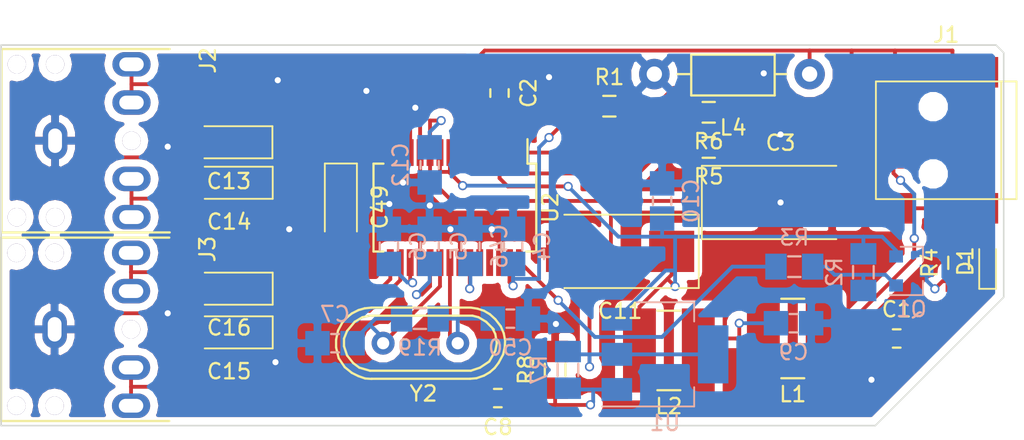
<source format=kicad_pcb>
(kicad_pcb (version 4) (host pcbnew 4.0.7)

  (general
    (links 85)
    (no_connects 0)
    (area 158.949999 42.449999 224.650001 67.450001)
    (thickness 1.6)
    (drawings 7)
    (tracks 308)
    (zones 0)
    (modules 39)
    (nets 31)
  )

  (page A4)
  (layers
    (0 F.Cu signal)
    (31 B.Cu signal)
    (32 B.Adhes user)
    (33 F.Adhes user)
    (34 B.Paste user)
    (35 F.Paste user)
    (36 B.SilkS user)
    (37 F.SilkS user)
    (38 B.Mask user)
    (39 F.Mask user)
    (40 Dwgs.User user)
    (41 Cmts.User user)
    (42 Eco1.User user)
    (43 Eco2.User user)
    (44 Edge.Cuts user)
    (45 Margin user)
    (46 B.CrtYd user)
    (47 F.CrtYd user)
    (48 B.Fab user)
    (49 F.Fab user)
  )

  (setup
    (last_trace_width 0.25)
    (trace_clearance 0.2)
    (zone_clearance 0.508)
    (zone_45_only yes)
    (trace_min 0.2)
    (segment_width 0.2)
    (edge_width 0.1)
    (via_size 0.6)
    (via_drill 0.4)
    (via_min_size 0.4)
    (via_min_drill 0.3)
    (uvia_size 0.3)
    (uvia_drill 0.1)
    (uvias_allowed no)
    (uvia_min_size 0.2)
    (uvia_min_drill 0.1)
    (pcb_text_width 0.3)
    (pcb_text_size 1.5 1.5)
    (mod_edge_width 0.15)
    (mod_text_size 1 1)
    (mod_text_width 0.15)
    (pad_size 1.99898 1.99898)
    (pad_drill 1.00076)
    (pad_to_mask_clearance 0)
    (aux_axis_origin 0 0)
    (visible_elements 7FFFFFFF)
    (pcbplotparams
      (layerselection 0x010c0_80000001)
      (usegerberextensions true)
      (excludeedgelayer true)
      (linewidth 0.100000)
      (plotframeref false)
      (viasonmask false)
      (mode 1)
      (useauxorigin false)
      (hpglpennumber 1)
      (hpglpenspeed 20)
      (hpglpendiameter 15)
      (hpglpenoverlay 2)
      (psnegative false)
      (psa4output false)
      (plotreference true)
      (plotvalue false)
      (plotinvisibletext false)
      (padsonsilk false)
      (subtractmaskfromsilk false)
      (outputformat 1)
      (mirror false)
      (drillshape 0)
      (scaleselection 1)
      (outputdirectory gerber/))
  )

  (net 0 "")
  (net 1 GND)
  (net 2 "Net-(C5-Pad1)")
  (net 3 "Net-(C6-Pad1)")
  (net 4 GNDD)
  (net 5 "Net-(C4-Pad1)")
  (net 6 "Net-(C7-Pad1)")
  (net 7 "Net-(C46-Pad1)")
  (net 8 "Net-(C49-Pad1)")
  (net 9 "Net-(C50-Pad1)")
  (net 10 "Net-(J1-Pad3)")
  (net 11 "Net-(J1-Pad2)")
  (net 12 "Net-(R3-Pad2)")
  (net 13 "Net-(R5-Pad2)")
  (net 14 "Net-(R6-Pad2)")
  (net 15 "Net-(D1-Pad2)")
  (net 16 "Net-(Q1-Pad1)")
  (net 17 "Net-(Q1-Pad3)")
  (net 18 "Net-(C12-Pad1)")
  (net 19 "Net-(C1-Pad1)")
  (net 20 "Net-(C10-Pad1)")
  (net 21 "Net-(C8-Pad1)")
  (net 22 "Net-(C9-Pad1)")
  (net 23 "Net-(C13-Pad1)")
  (net 24 "Net-(C13-Pad2)")
  (net 25 "Net-(C14-Pad1)")
  (net 26 "Net-(C14-Pad2)")
  (net 27 "Net-(C15-Pad1)")
  (net 28 "Net-(C15-Pad2)")
  (net 29 "Net-(C16-Pad1)")
  (net 30 "Net-(C16-Pad2)")

  (net_class Default "This is the default net class."
    (clearance 0.2)
    (trace_width 0.25)
    (via_dia 0.6)
    (via_drill 0.4)
    (uvia_dia 0.3)
    (uvia_drill 0.1)
    (add_net GND)
    (add_net GNDD)
    (add_net "Net-(C1-Pad1)")
    (add_net "Net-(C10-Pad1)")
    (add_net "Net-(C12-Pad1)")
    (add_net "Net-(C13-Pad1)")
    (add_net "Net-(C13-Pad2)")
    (add_net "Net-(C14-Pad1)")
    (add_net "Net-(C14-Pad2)")
    (add_net "Net-(C15-Pad1)")
    (add_net "Net-(C15-Pad2)")
    (add_net "Net-(C16-Pad1)")
    (add_net "Net-(C16-Pad2)")
    (add_net "Net-(C4-Pad1)")
    (add_net "Net-(C46-Pad1)")
    (add_net "Net-(C49-Pad1)")
    (add_net "Net-(C5-Pad1)")
    (add_net "Net-(C50-Pad1)")
    (add_net "Net-(C6-Pad1)")
    (add_net "Net-(C7-Pad1)")
    (add_net "Net-(C8-Pad1)")
    (add_net "Net-(C9-Pad1)")
    (add_net "Net-(D1-Pad2)")
    (add_net "Net-(J1-Pad2)")
    (add_net "Net-(J1-Pad3)")
    (add_net "Net-(Q1-Pad1)")
    (add_net "Net-(Q1-Pad3)")
    (add_net "Net-(R3-Pad2)")
    (add_net "Net-(R5-Pad2)")
    (add_net "Net-(R6-Pad2)")
  )

  (net_class 13.8 ""
    (clearance 0.2)
    (trace_width 1)
    (via_dia 0.6)
    (via_drill 0.4)
    (uvia_dia 0.3)
    (uvia_drill 0.1)
  )

  (module UI:C_1206_0603 (layer B.Cu) (tedit 57E1139C) (tstamp 5DE01670)
    (at 189.706 55.674 90)
    (descr "Capacitor SMD 0603, reflow soldering, AVX (see smccp.pdf)")
    (tags "capacitor 0603")
    (path /5DC357A0/5DDFD0BD)
    (attr smd)
    (fp_text reference C46 (at 0 1.9 90) (layer B.SilkS)
      (effects (font (size 1 1) (thickness 0.15)) (justify mirror))
    )
    (fp_text value 1uF (at 0 -1.9 90) (layer B.Fab)
      (effects (font (size 1 1) (thickness 0.15)) (justify mirror))
    )
    (fp_line (start -0.25 0.6) (end 0.25 0.6) (layer B.SilkS) (width 0.15))
    (fp_line (start 0.25 -0.6) (end -0.25 -0.6) (layer B.SilkS) (width 0.15))
    (pad 2 smd rect (at 1.15 0 90) (size 1.6 1.6) (layers B.Cu B.Paste B.Mask)
      (net 1 GND))
    (pad 1 smd rect (at -1.15 0 90) (size 1.6 1.6) (layers B.Cu B.Paste B.Mask)
      (net 7 "Net-(C46-Pad1)"))
    (model Capacitors_SMD.3dshapes/C_0603.wrl
      (at (xyz 0 0 0))
      (scale (xyz 1 1 1))
      (rotate (xyz 0 0 0))
    )
  )

  (module UI:R_1206_0603 (layer B.Cu) (tedit 57E10EDA) (tstamp 5DE01701)
    (at 186.4 60.4)
    (descr "Resistor SMD 0603, reflow soldering, Vishay (see dcrcw.pdf)")
    (tags "resistor 0603")
    (path /5DC357A0/5DDFD85E)
    (attr smd)
    (fp_text reference R19 (at 0 1.9) (layer B.SilkS)
      (effects (font (size 1 1) (thickness 0.15)) (justify mirror))
    )
    (fp_text value 1M (at 0 -1.9) (layer B.Fab)
      (effects (font (size 1 1) (thickness 0.15)) (justify mirror))
    )
    (fp_line (start -1.3 0.8) (end 1.3 0.8) (layer B.CrtYd) (width 0.05))
    (fp_line (start -1.3 -0.8) (end 1.3 -0.8) (layer B.CrtYd) (width 0.05))
    (fp_line (start -1.3 0.8) (end -1.3 -0.8) (layer B.CrtYd) (width 0.05))
    (fp_line (start 1.3 0.8) (end 1.3 -0.8) (layer B.CrtYd) (width 0.05))
    (fp_line (start 0.4 -0.675) (end -0.4 -0.675) (layer B.SilkS) (width 0.15))
    (fp_line (start -0.4 0.675) (end 0.4 0.675) (layer B.SilkS) (width 0.15))
    (pad 1 smd rect (at -1.2 0 270) (size 1.7 1.4) (layers B.Cu B.Paste B.Mask)
      (net 6 "Net-(C7-Pad1)"))
    (pad 2 smd rect (at 1.2 0) (size 1.4 1.7) (layers B.Cu B.Paste B.Mask)
      (net 9 "Net-(C50-Pad1)"))
    (model Resistors_SMD.3dshapes/R_0603.wrl
      (at (xyz 0 0 0))
      (scale (xyz 1 1 1))
      (rotate (xyz 0 0 0))
    )
  )

  (module UI:C_1206_0603 (layer B.Cu) (tedit 57E1139C) (tstamp 5DE0A412)
    (at 180.848 62.008 180)
    (descr "Capacitor SMD 0603, reflow soldering, AVX (see smccp.pdf)")
    (tags "capacitor 0603")
    (path /5DC357A0/5DDEC0E2)
    (attr smd)
    (fp_text reference C7 (at 0 1.9 180) (layer B.SilkS)
      (effects (font (size 1 1) (thickness 0.15)) (justify mirror))
    )
    (fp_text value 22pF (at 0 -1.9 180) (layer B.Fab)
      (effects (font (size 1 1) (thickness 0.15)) (justify mirror))
    )
    (fp_line (start -0.25 0.6) (end 0.25 0.6) (layer B.SilkS) (width 0.15))
    (fp_line (start 0.25 -0.6) (end -0.25 -0.6) (layer B.SilkS) (width 0.15))
    (pad 2 smd rect (at 1.15 0 180) (size 1.6 1.6) (layers B.Cu B.Paste B.Mask)
      (net 1 GND))
    (pad 1 smd rect (at -1.15 0 180) (size 1.6 1.6) (layers B.Cu B.Paste B.Mask)
      (net 6 "Net-(C7-Pad1)"))
    (model Capacitors_SMD.3dshapes/C_0603.wrl
      (at (xyz 0 0 0))
      (scale (xyz 1 1 1))
      (rotate (xyz 0 0 0))
    )
  )

  (module UI:C_1206_0603 (layer B.Cu) (tedit 57E1139C) (tstamp 5DE0A489)
    (at 192.32 60.4)
    (descr "Capacitor SMD 0603, reflow soldering, AVX (see smccp.pdf)")
    (tags "capacitor 0603")
    (path /5DC357A0/5DE02A2F)
    (attr smd)
    (fp_text reference C50 (at 0 1.9) (layer B.SilkS)
      (effects (font (size 1 1) (thickness 0.15)) (justify mirror))
    )
    (fp_text value 22pf (at 0 -1.9) (layer B.Fab)
      (effects (font (size 1 1) (thickness 0.15)) (justify mirror))
    )
    (fp_line (start -0.25 0.6) (end 0.25 0.6) (layer B.SilkS) (width 0.15))
    (fp_line (start 0.25 -0.6) (end -0.25 -0.6) (layer B.SilkS) (width 0.15))
    (pad 2 smd rect (at 1.15 0) (size 1.6 1.6) (layers B.Cu B.Paste B.Mask)
      (net 1 GND))
    (pad 1 smd rect (at -1.15 0) (size 1.6 1.6) (layers B.Cu B.Paste B.Mask)
      (net 9 "Net-(C50-Pad1)"))
    (model Capacitors_SMD.3dshapes/C_0603.wrl
      (at (xyz 0 0 0))
      (scale (xyz 1 1 1))
      (rotate (xyz 0 0 0))
    )
  )

  (module Choke_Axial_ThroughHole:Choke_Horizontal_RM10mm (layer F.Cu) (tedit 542A89AC) (tstamp 5DE49D38)
    (at 206.9 44.4 180)
    (descr "Choke, Axial, 10mm")
    (tags "Choke, Axial, 10mm")
    (path /5DC357A0/5DE4E198)
    (fp_text reference L4 (at 0 -3.50012 180) (layer F.SilkS)
      (effects (font (size 1 1) (thickness 0.15)))
    )
    (fp_text value 100uH (at 0 4.0005 180) (layer F.Fab)
      (effects (font (size 1 1) (thickness 0.15)))
    )
    (fp_line (start -2.71526 0) (end -3.47726 0) (layer F.SilkS) (width 0.15))
    (fp_line (start 2.74574 0) (end 3.63474 0) (layer F.SilkS) (width 0.15))
    (fp_line (start -2.71526 1.27) (end -2.71526 -1.397) (layer F.SilkS) (width 0.15))
    (fp_line (start -2.71526 -1.397) (end 2.74574 -1.397) (layer F.SilkS) (width 0.15))
    (fp_line (start 2.74574 -1.397) (end 2.74574 1.27) (layer F.SilkS) (width 0.15))
    (fp_line (start 2.74574 1.27) (end -2.71526 1.27) (layer F.SilkS) (width 0.15))
    (pad 1 thru_hole circle (at -5.00126 0 180) (size 1.99898 1.99898) (drill 1.00076) (layers *.Cu *.Mask)
      (net 4 GNDD))
    (pad 2 thru_hole circle (at 5.15874 0 180) (size 1.99898 1.99898) (drill 1.00076) (layers *.Cu *.Mask)
      (net 1 GND))
  )

  (module UI:C_1206_0603 (layer F.Cu) (tedit 57E1139C) (tstamp 5EFC292B)
    (at 191.61 45.64 270)
    (descr "Capacitor SMD 0603, reflow soldering, AVX (see smccp.pdf)")
    (tags "capacitor 0603")
    (path /5DC357A0/5EA72C5D)
    (attr smd)
    (fp_text reference C2 (at 0 -1.9 270) (layer F.SilkS)
      (effects (font (size 1 1) (thickness 0.15)))
    )
    (fp_text value 1uF (at 0 1.9 270) (layer F.Fab)
      (effects (font (size 1 1) (thickness 0.15)))
    )
    (fp_line (start -0.25 -0.6) (end 0.25 -0.6) (layer F.SilkS) (width 0.15))
    (fp_line (start 0.25 0.6) (end -0.25 0.6) (layer F.SilkS) (width 0.15))
    (pad 2 smd rect (at 1.15 0 270) (size 1.6 1.6) (layers F.Cu F.Paste F.Mask)
      (net 20 "Net-(C10-Pad1)"))
    (pad 1 smd rect (at -1.15 0 270) (size 1.6 1.6) (layers F.Cu F.Paste F.Mask)
      (net 4 GNDD))
    (model Capacitors_SMD.3dshapes/C_0603.wrl
      (at (xyz 0 0 0))
      (scale (xyz 1 1 1))
      (rotate (xyz 0 0 0))
    )
  )

  (module UI:C_1206_0603 (layer B.Cu) (tedit 57E1139C) (tstamp 5EFC29B8)
    (at 192.5 55.674 90)
    (descr "Capacitor SMD 0603, reflow soldering, AVX (see smccp.pdf)")
    (tags "capacitor 0603")
    (path /5DC357A0/5EA710B3)
    (attr smd)
    (fp_text reference C4 (at 0 1.9 90) (layer B.SilkS)
      (effects (font (size 1 1) (thickness 0.15)) (justify mirror))
    )
    (fp_text value 1uF (at 0 -1.9 90) (layer B.Fab)
      (effects (font (size 1 1) (thickness 0.15)) (justify mirror))
    )
    (fp_line (start -0.25 0.6) (end 0.25 0.6) (layer B.SilkS) (width 0.15))
    (fp_line (start 0.25 -0.6) (end -0.25 -0.6) (layer B.SilkS) (width 0.15))
    (pad 2 smd rect (at 1.15 0 90) (size 1.6 1.6) (layers B.Cu B.Paste B.Mask)
      (net 1 GND))
    (pad 1 smd rect (at -1.15 0 90) (size 1.6 1.6) (layers B.Cu B.Paste B.Mask)
      (net 5 "Net-(C4-Pad1)"))
    (model Capacitors_SMD.3dshapes/C_0603.wrl
      (at (xyz 0 0 0))
      (scale (xyz 1 1 1))
      (rotate (xyz 0 0 0))
    )
  )

  (module UI:C_1206_0603 (layer B.Cu) (tedit 57E1139C) (tstamp 5EFC29C0)
    (at 187.04 55.67 90)
    (descr "Capacitor SMD 0603, reflow soldering, AVX (see smccp.pdf)")
    (tags "capacitor 0603")
    (path /5DC357A0/5EA706CB)
    (attr smd)
    (fp_text reference C5 (at 0 1.9 90) (layer B.SilkS)
      (effects (font (size 1 1) (thickness 0.15)) (justify mirror))
    )
    (fp_text value 1uF (at 0 -1.9 90) (layer B.Fab)
      (effects (font (size 1 1) (thickness 0.15)) (justify mirror))
    )
    (fp_line (start -0.25 0.6) (end 0.25 0.6) (layer B.SilkS) (width 0.15))
    (fp_line (start 0.25 -0.6) (end -0.25 -0.6) (layer B.SilkS) (width 0.15))
    (pad 2 smd rect (at 1.15 0 90) (size 1.6 1.6) (layers B.Cu B.Paste B.Mask)
      (net 1 GND))
    (pad 1 smd rect (at -1.15 0 90) (size 1.6 1.6) (layers B.Cu B.Paste B.Mask)
      (net 2 "Net-(C5-Pad1)"))
    (model Capacitors_SMD.3dshapes/C_0603.wrl
      (at (xyz 0 0 0))
      (scale (xyz 1 1 1))
      (rotate (xyz 0 0 0))
    )
  )

  (module UI:C_1206_0603 (layer B.Cu) (tedit 57E1139C) (tstamp 5EFC29C8)
    (at 184.372 55.674 90)
    (descr "Capacitor SMD 0603, reflow soldering, AVX (see smccp.pdf)")
    (tags "capacitor 0603")
    (path /5DC357A0/5EA70787)
    (attr smd)
    (fp_text reference C6 (at 0 1.9 90) (layer B.SilkS)
      (effects (font (size 1 1) (thickness 0.15)) (justify mirror))
    )
    (fp_text value 1uF (at 0 -1.9 90) (layer B.Fab)
      (effects (font (size 1 1) (thickness 0.15)) (justify mirror))
    )
    (fp_line (start -0.25 0.6) (end 0.25 0.6) (layer B.SilkS) (width 0.15))
    (fp_line (start 0.25 -0.6) (end -0.25 -0.6) (layer B.SilkS) (width 0.15))
    (pad 2 smd rect (at 1.15 0 90) (size 1.6 1.6) (layers B.Cu B.Paste B.Mask)
      (net 1 GND))
    (pad 1 smd rect (at -1.15 0 90) (size 1.6 1.6) (layers B.Cu B.Paste B.Mask)
      (net 3 "Net-(C6-Pad1)"))
    (model Capacitors_SMD.3dshapes/C_0603.wrl
      (at (xyz 0 0 0))
      (scale (xyz 1 1 1))
      (rotate (xyz 0 0 0))
    )
  )

  (module UI:R_1206_0603 (layer F.Cu) (tedit 57E10EDA) (tstamp 5EFC2C09)
    (at 198.8 46.5)
    (descr "Resistor SMD 0603, reflow soldering, Vishay (see dcrcw.pdf)")
    (tags "resistor 0603")
    (path /5DC357A0/5EA6DBB9)
    (attr smd)
    (fp_text reference R1 (at 0 -1.9) (layer F.SilkS)
      (effects (font (size 1 1) (thickness 0.15)))
    )
    (fp_text value 1.5k (at 0 1.9) (layer F.Fab)
      (effects (font (size 1 1) (thickness 0.15)))
    )
    (fp_line (start -1.3 -0.8) (end 1.3 -0.8) (layer F.CrtYd) (width 0.05))
    (fp_line (start -1.3 0.8) (end 1.3 0.8) (layer F.CrtYd) (width 0.05))
    (fp_line (start -1.3 -0.8) (end -1.3 0.8) (layer F.CrtYd) (width 0.05))
    (fp_line (start 1.3 -0.8) (end 1.3 0.8) (layer F.CrtYd) (width 0.05))
    (fp_line (start 0.4 0.675) (end -0.4 0.675) (layer F.SilkS) (width 0.15))
    (fp_line (start -0.4 -0.675) (end 0.4 -0.675) (layer F.SilkS) (width 0.15))
    (pad 1 smd rect (at -1.2 0 90) (size 1.7 1.4) (layers F.Cu F.Paste F.Mask)
      (net 5 "Net-(C4-Pad1)"))
    (pad 2 smd rect (at 1.2 0) (size 1.4 1.7) (layers F.Cu F.Paste F.Mask)
      (net 10 "Net-(J1-Pad3)"))
    (model Resistors_SMD.3dshapes/R_0603.wrl
      (at (xyz 0 0 0))
      (scale (xyz 1 1 1))
      (rotate (xyz 0 0 0))
    )
  )

  (module Housings_SSOP:SSOP-28_5.3x10.2mm_Pitch0.65mm (layer F.Cu) (tedit 54130A77) (tstamp 5EFC2C50)
    (at 188.69 53.134 270)
    (descr "28-Lead Plastic Shrink Small Outline (SS)-5.30 mm Body [SSOP] (see Microchip Packaging Specification 00000049BS.pdf)")
    (tags "SSOP 0.65")
    (path /5DC357A0/5EA6BD52)
    (attr smd)
    (fp_text reference U2 (at 0 -6.25 270) (layer F.SilkS)
      (effects (font (size 1 1) (thickness 0.15)))
    )
    (fp_text value PCM2900C (at 0 6.25 270) (layer F.Fab)
      (effects (font (size 1 1) (thickness 0.15)))
    )
    (fp_line (start -1.65 -5.1) (end 2.65 -5.1) (layer F.Fab) (width 0.15))
    (fp_line (start 2.65 -5.1) (end 2.65 5.1) (layer F.Fab) (width 0.15))
    (fp_line (start 2.65 5.1) (end -2.65 5.1) (layer F.Fab) (width 0.15))
    (fp_line (start -2.65 5.1) (end -2.65 -4.1) (layer F.Fab) (width 0.15))
    (fp_line (start -2.65 -4.1) (end -1.65 -5.1) (layer F.Fab) (width 0.15))
    (fp_line (start -4.75 -5.5) (end -4.75 5.5) (layer F.CrtYd) (width 0.05))
    (fp_line (start 4.75 -5.5) (end 4.75 5.5) (layer F.CrtYd) (width 0.05))
    (fp_line (start -4.75 -5.5) (end 4.75 -5.5) (layer F.CrtYd) (width 0.05))
    (fp_line (start -4.75 5.5) (end 4.75 5.5) (layer F.CrtYd) (width 0.05))
    (fp_line (start -2.875 -5.325) (end -2.875 -4.75) (layer F.SilkS) (width 0.15))
    (fp_line (start 2.875 -5.325) (end 2.875 -4.675) (layer F.SilkS) (width 0.15))
    (fp_line (start 2.875 5.325) (end 2.875 4.675) (layer F.SilkS) (width 0.15))
    (fp_line (start -2.875 5.325) (end -2.875 4.675) (layer F.SilkS) (width 0.15))
    (fp_line (start -2.875 -5.325) (end 2.875 -5.325) (layer F.SilkS) (width 0.15))
    (fp_line (start -2.875 5.325) (end 2.875 5.325) (layer F.SilkS) (width 0.15))
    (fp_line (start -2.875 -4.75) (end -4.475 -4.75) (layer F.SilkS) (width 0.15))
    (fp_text user %R (at 0 0 270) (layer F.Fab)
      (effects (font (size 0.8 0.8) (thickness 0.15)))
    )
    (pad 1 smd rect (at -3.6 -4.225 270) (size 1.75 0.45) (layers F.Cu F.Paste F.Mask)
      (net 14 "Net-(R6-Pad2)"))
    (pad 2 smd rect (at -3.6 -3.575 270) (size 1.75 0.45) (layers F.Cu F.Paste F.Mask)
      (net 13 "Net-(R5-Pad2)"))
    (pad 3 smd rect (at -3.6 -2.925 270) (size 1.75 0.45) (layers F.Cu F.Paste F.Mask)
      (net 20 "Net-(C10-Pad1)"))
    (pad 4 smd rect (at -3.6 -2.275 270) (size 1.75 0.45) (layers F.Cu F.Paste F.Mask)
      (net 4 GNDD))
    (pad 5 smd rect (at -3.6 -1.625 270) (size 1.75 0.45) (layers F.Cu F.Paste F.Mask))
    (pad 6 smd rect (at -3.6 -0.975 270) (size 1.75 0.45) (layers F.Cu F.Paste F.Mask))
    (pad 7 smd rect (at -3.6 -0.325 270) (size 1.75 0.45) (layers F.Cu F.Paste F.Mask))
    (pad 8 smd rect (at -3.6 0.325 270) (size 1.75 0.45) (layers F.Cu F.Paste F.Mask)
      (net 5 "Net-(C4-Pad1)"))
    (pad 9 smd rect (at -3.6 0.975 270) (size 1.75 0.45) (layers F.Cu F.Paste F.Mask)
      (net 5 "Net-(C4-Pad1)"))
    (pad 10 smd rect (at -3.6 1.625 270) (size 1.75 0.45) (layers F.Cu F.Paste F.Mask)
      (net 18 "Net-(C12-Pad1)"))
    (pad 11 smd rect (at -3.6 2.275 270) (size 1.75 0.45) (layers F.Cu F.Paste F.Mask)
      (net 1 GND))
    (pad 12 smd rect (at -3.6 2.925 270) (size 1.75 0.45) (layers F.Cu F.Paste F.Mask)
      (net 23 "Net-(C13-Pad1)"))
    (pad 13 smd rect (at -3.6 3.575 270) (size 1.75 0.45) (layers F.Cu F.Paste F.Mask)
      (net 25 "Net-(C14-Pad1)"))
    (pad 14 smd rect (at -3.6 4.225 270) (size 1.75 0.45) (layers F.Cu F.Paste F.Mask)
      (net 8 "Net-(C49-Pad1)"))
    (pad 15 smd rect (at 3.6 4.225 270) (size 1.75 0.45) (layers F.Cu F.Paste F.Mask)
      (net 29 "Net-(C16-Pad1)"))
    (pad 16 smd rect (at 3.6 3.575 270) (size 1.75 0.45) (layers F.Cu F.Paste F.Mask)
      (net 27 "Net-(C15-Pad1)"))
    (pad 17 smd rect (at 3.6 2.925 270) (size 1.75 0.45) (layers F.Cu F.Paste F.Mask)
      (net 3 "Net-(C6-Pad1)"))
    (pad 18 smd rect (at 3.6 2.275 270) (size 1.75 0.45) (layers F.Cu F.Paste F.Mask)
      (net 1 GND))
    (pad 19 smd rect (at 3.6 1.625 270) (size 1.75 0.45) (layers F.Cu F.Paste F.Mask)
      (net 2 "Net-(C5-Pad1)"))
    (pad 20 smd rect (at 3.6 0.975 270) (size 1.75 0.45) (layers F.Cu F.Paste F.Mask)
      (net 6 "Net-(C7-Pad1)"))
    (pad 21 smd rect (at 3.6 0.325 270) (size 1.75 0.45) (layers F.Cu F.Paste F.Mask)
      (net 9 "Net-(C50-Pad1)"))
    (pad 22 smd rect (at 3.6 -0.325 270) (size 1.75 0.45) (layers F.Cu F.Paste F.Mask)
      (net 1 GND))
    (pad 23 smd rect (at 3.6 -0.975 270) (size 1.75 0.45) (layers F.Cu F.Paste F.Mask)
      (net 7 "Net-(C46-Pad1)"))
    (pad 24 smd rect (at 3.6 -1.625 270) (size 1.75 0.45) (layers F.Cu F.Paste F.Mask)
      (net 1 GND))
    (pad 25 smd rect (at 3.6 -2.275 270) (size 1.75 0.45) (layers F.Cu F.Paste F.Mask))
    (pad 26 smd rect (at 3.6 -2.925 270) (size 1.75 0.45) (layers F.Cu F.Paste F.Mask)
      (net 1 GND))
    (pad 27 smd rect (at 3.6 -3.575 270) (size 1.75 0.45) (layers F.Cu F.Paste F.Mask)
      (net 5 "Net-(C4-Pad1)"))
    (pad 28 smd rect (at 3.6 -4.225 270) (size 1.75 0.45) (layers F.Cu F.Paste F.Mask)
      (net 12 "Net-(R3-Pad2)"))
    (model ${KISYS3DMOD}/Housings_SSOP.3dshapes/SSOP-28_5.3x10.2mm_Pitch0.65mm.wrl
      (at (xyz 0 0 0))
      (scale (xyz 1 1 1))
      (rotate (xyz 0 0 0))
    )
  )

  (module Connectors:USB_Mini-B (layer F.Cu) (tedit 5543E571) (tstamp 5EFC611A)
    (at 220.19 48.73 180)
    (descr "USB Mini-B 5-pin SMD connector")
    (tags "USB USB_B USB_Mini connector")
    (path /5DC357A0/5EA6BF3D)
    (attr smd)
    (fp_text reference J1 (at -0.65 6.9 180) (layer F.SilkS)
      (effects (font (size 1 1) (thickness 0.15)))
    )
    (fp_text value USB_B_Mini (at -0.65 -7.1 180) (layer F.Fab)
      (effects (font (size 1 1) (thickness 0.15)))
    )
    (fp_line (start -5.5 -5.7) (end 4.2 -5.7) (layer F.CrtYd) (width 0.05))
    (fp_line (start 4.2 -5.7) (end 4.2 5.7) (layer F.CrtYd) (width 0.05))
    (fp_line (start 4.2 5.7) (end -5.5 5.7) (layer F.CrtYd) (width 0.05))
    (fp_line (start -5.5 5.7) (end -5.5 -5.7) (layer F.CrtYd) (width 0.05))
    (fp_line (start -4.25 -3.85) (end -4.25 3.85) (layer F.SilkS) (width 0.12))
    (fp_line (start -5.25 -3.85) (end -5.25 3.85) (layer F.SilkS) (width 0.12))
    (fp_line (start -5.25 3.85) (end 3.95 3.85) (layer F.SilkS) (width 0.12))
    (fp_line (start 3.95 3.85) (end 3.95 -3.85) (layer F.SilkS) (width 0.12))
    (fp_line (start 3.95 -3.85) (end -5.25 -3.85) (layer F.SilkS) (width 0.12))
    (pad 1 smd rect (at 2.8 -1.6 180) (size 2.3 0.5) (layers F.Cu F.Paste F.Mask)
      (net 19 "Net-(C1-Pad1)"))
    (pad 2 smd rect (at 2.8 -0.8 180) (size 2.3 0.5) (layers F.Cu F.Paste F.Mask)
      (net 11 "Net-(J1-Pad2)"))
    (pad 3 smd rect (at 2.8 0 180) (size 2.3 0.5) (layers F.Cu F.Paste F.Mask)
      (net 10 "Net-(J1-Pad3)"))
    (pad 4 smd rect (at 2.8 0.8 180) (size 2.3 0.5) (layers F.Cu F.Paste F.Mask))
    (pad 5 smd rect (at 2.8 1.6 180) (size 2.3 0.5) (layers F.Cu F.Paste F.Mask)
      (net 4 GNDD))
    (pad 6 smd rect (at 2.7 -4.45 180) (size 2.5 2) (layers F.Cu F.Paste F.Mask)
      (net 4 GNDD))
    (pad 6 smd rect (at -2.8 -4.45 180) (size 2.5 2) (layers F.Cu F.Paste F.Mask)
      (net 4 GNDD))
    (pad 6 smd rect (at 2.7 4.45 180) (size 2.5 2) (layers F.Cu F.Paste F.Mask)
      (net 4 GNDD))
    (pad 6 smd rect (at -2.8 4.45 180) (size 2.5 2) (layers F.Cu F.Paste F.Mask)
      (net 4 GNDD))
    (pad "" np_thru_hole circle (at 0.2 -2.2 180) (size 0.9 0.9) (drill 0.9) (layers *.Cu *.Mask))
    (pad "" np_thru_hole circle (at 0.2 2.2 180) (size 0.9 0.9) (drill 0.9) (layers *.Cu *.Mask))
  )

  (module UI:Crystal_HC49-U_Vertical (layer F.Cu) (tedit 594900A5) (tstamp 5EFC616B)
    (at 186.436 62.008)
    (descr "Crystal Quarz HC49/U vertical stehend")
    (tags "Crystal Quarz HC49/U vertical stehend")
    (path /5DC357A0/5EA6ED8D)
    (fp_text reference Y2 (at 0.2 3.3 180) (layer F.SilkS)
      (effects (font (size 1 1) (thickness 0.15)))
    )
    (fp_text value 12Mhz (at 0 3.81) (layer F.Fab) hide
      (effects (font (size 1 1) (thickness 0.15)))
    )
    (fp_line (start 4.699 -1.00076) (end 4.89966 -0.59944) (layer F.SilkS) (width 0.15))
    (fp_line (start 4.89966 -0.59944) (end 5.00126 0) (layer F.SilkS) (width 0.15))
    (fp_line (start 5.00126 0) (end 4.89966 0.50038) (layer F.SilkS) (width 0.15))
    (fp_line (start 4.89966 0.50038) (end 4.50088 1.19888) (layer F.SilkS) (width 0.15))
    (fp_line (start 4.50088 1.19888) (end 3.8989 1.6002) (layer F.SilkS) (width 0.15))
    (fp_line (start 3.8989 1.6002) (end 3.29946 1.80086) (layer F.SilkS) (width 0.15))
    (fp_line (start 3.29946 1.80086) (end -3.29946 1.80086) (layer F.SilkS) (width 0.15))
    (fp_line (start -3.29946 1.80086) (end -4.0005 1.6002) (layer F.SilkS) (width 0.15))
    (fp_line (start -4.0005 1.6002) (end -4.39928 1.30048) (layer F.SilkS) (width 0.15))
    (fp_line (start -4.39928 1.30048) (end -4.8006 0.8001) (layer F.SilkS) (width 0.15))
    (fp_line (start -4.8006 0.8001) (end -5.00126 0.20066) (layer F.SilkS) (width 0.15))
    (fp_line (start -5.00126 0.20066) (end -5.00126 -0.29972) (layer F.SilkS) (width 0.15))
    (fp_line (start -5.00126 -0.29972) (end -4.8006 -0.8001) (layer F.SilkS) (width 0.15))
    (fp_line (start -4.8006 -0.8001) (end -4.30022 -1.39954) (layer F.SilkS) (width 0.15))
    (fp_line (start -4.30022 -1.39954) (end -3.79984 -1.69926) (layer F.SilkS) (width 0.15))
    (fp_line (start -3.79984 -1.69926) (end -3.29946 -1.80086) (layer F.SilkS) (width 0.15))
    (fp_line (start -3.2004 -1.80086) (end 3.40106 -1.80086) (layer F.SilkS) (width 0.15))
    (fp_line (start 3.40106 -1.80086) (end 3.79984 -1.69926) (layer F.SilkS) (width 0.15))
    (fp_line (start 3.79984 -1.69926) (end 4.30022 -1.39954) (layer F.SilkS) (width 0.15))
    (fp_line (start 4.30022 -1.39954) (end 4.8006 -0.89916) (layer F.SilkS) (width 0.15))
    (fp_line (start -3.19024 -2.32918) (end -3.64998 -2.28092) (layer F.SilkS) (width 0.15))
    (fp_line (start -3.64998 -2.28092) (end -4.04876 -2.16916) (layer F.SilkS) (width 0.15))
    (fp_line (start -4.04876 -2.16916) (end -4.48056 -1.95072) (layer F.SilkS) (width 0.15))
    (fp_line (start -4.48056 -1.95072) (end -4.77012 -1.71958) (layer F.SilkS) (width 0.15))
    (fp_line (start -4.77012 -1.71958) (end -5.10032 -1.36906) (layer F.SilkS) (width 0.15))
    (fp_line (start -5.10032 -1.36906) (end -5.38988 -0.83058) (layer F.SilkS) (width 0.15))
    (fp_line (start -5.38988 -0.83058) (end -5.51942 -0.23114) (layer F.SilkS) (width 0.15))
    (fp_line (start -5.51942 -0.23114) (end -5.51942 0.2794) (layer F.SilkS) (width 0.15))
    (fp_line (start -5.51942 0.2794) (end -5.34924 0.98044) (layer F.SilkS) (width 0.15))
    (fp_line (start -5.34924 0.98044) (end -4.95046 1.56972) (layer F.SilkS) (width 0.15))
    (fp_line (start -4.95046 1.56972) (end -4.49072 1.94056) (layer F.SilkS) (width 0.15))
    (fp_line (start -4.49072 1.94056) (end -4.06908 2.14884) (layer F.SilkS) (width 0.15))
    (fp_line (start -4.06908 2.14884) (end -3.6195 2.30886) (layer F.SilkS) (width 0.15))
    (fp_line (start -3.6195 2.30886) (end -3.18008 2.33934) (layer F.SilkS) (width 0.15))
    (fp_line (start 4.16052 2.1209) (end 4.53898 1.89992) (layer F.SilkS) (width 0.15))
    (fp_line (start 4.53898 1.89992) (end 4.85902 1.62052) (layer F.SilkS) (width 0.15))
    (fp_line (start 4.85902 1.62052) (end 5.11048 1.29032) (layer F.SilkS) (width 0.15))
    (fp_line (start 5.11048 1.29032) (end 5.4102 0.73914) (layer F.SilkS) (width 0.15))
    (fp_line (start 5.4102 0.73914) (end 5.51942 0.26924) (layer F.SilkS) (width 0.15))
    (fp_line (start 5.51942 0.26924) (end 5.53974 -0.1905) (layer F.SilkS) (width 0.15))
    (fp_line (start 5.53974 -0.1905) (end 5.45084 -0.65024) (layer F.SilkS) (width 0.15))
    (fp_line (start 5.45084 -0.65024) (end 5.26034 -1.09982) (layer F.SilkS) (width 0.15))
    (fp_line (start 5.26034 -1.09982) (end 4.89966 -1.56972) (layer F.SilkS) (width 0.15))
    (fp_line (start 4.89966 -1.56972) (end 4.54914 -1.88976) (layer F.SilkS) (width 0.15))
    (fp_line (start 4.54914 -1.88976) (end 4.16052 -2.1209) (layer F.SilkS) (width 0.15))
    (fp_line (start 4.16052 -2.1209) (end 3.73126 -2.2606) (layer F.SilkS) (width 0.15))
    (fp_line (start 3.73126 -2.2606) (end 3.2893 -2.32918) (layer F.SilkS) (width 0.15))
    (fp_line (start -3.2004 2.32918) (end 3.2512 2.32918) (layer F.SilkS) (width 0.15))
    (fp_line (start 3.2512 2.32918) (end 3.6703 2.29108) (layer F.SilkS) (width 0.15))
    (fp_line (start 3.6703 2.29108) (end 4.16052 2.1209) (layer F.SilkS) (width 0.15))
    (fp_line (start -3.2004 -2.32918) (end 3.2512 -2.32918) (layer F.SilkS) (width 0.15))
    (pad 1 thru_hole circle (at -2.44094 0) (size 1.50114 1.50114) (drill 0.8001) (layers *.Cu *.Mask)
      (net 6 "Net-(C7-Pad1)"))
    (pad 2 thru_hole circle (at 2.44094 0) (size 1.50114 1.50114) (drill 0.8001) (layers *.Cu *.Mask)
      (net 9 "Net-(C50-Pad1)"))
  )

  (module UI:R_1206_0603 (layer F.Cu) (tedit 57E10EDA) (tstamp 5EFC7A22)
    (at 205.3 49.2 180)
    (descr "Resistor SMD 0603, reflow soldering, Vishay (see dcrcw.pdf)")
    (tags "resistor 0603")
    (path /5DC357A0/5EFD2CD2)
    (attr smd)
    (fp_text reference R5 (at 0 -1.9 180) (layer F.SilkS)
      (effects (font (size 1 1) (thickness 0.15)))
    )
    (fp_text value 22R (at 0 1.9 180) (layer F.Fab)
      (effects (font (size 1 1) (thickness 0.15)))
    )
    (fp_line (start -1.3 -0.8) (end 1.3 -0.8) (layer F.CrtYd) (width 0.05))
    (fp_line (start -1.3 0.8) (end 1.3 0.8) (layer F.CrtYd) (width 0.05))
    (fp_line (start -1.3 -0.8) (end -1.3 0.8) (layer F.CrtYd) (width 0.05))
    (fp_line (start 1.3 -0.8) (end 1.3 0.8) (layer F.CrtYd) (width 0.05))
    (fp_line (start 0.4 0.675) (end -0.4 0.675) (layer F.SilkS) (width 0.15))
    (fp_line (start -0.4 -0.675) (end 0.4 -0.675) (layer F.SilkS) (width 0.15))
    (pad 1 smd rect (at -1.2 0 270) (size 1.7 1.4) (layers F.Cu F.Paste F.Mask)
      (net 11 "Net-(J1-Pad2)"))
    (pad 2 smd rect (at 1.2 0 180) (size 1.4 1.7) (layers F.Cu F.Paste F.Mask)
      (net 13 "Net-(R5-Pad2)"))
    (model Resistors_SMD.3dshapes/R_0603.wrl
      (at (xyz 0 0 0))
      (scale (xyz 1 1 1))
      (rotate (xyz 0 0 0))
    )
  )

  (module UI:R_1206_0603 (layer F.Cu) (tedit 57E10EDA) (tstamp 5EFC7A2E)
    (at 205.3 46.9 180)
    (descr "Resistor SMD 0603, reflow soldering, Vishay (see dcrcw.pdf)")
    (tags "resistor 0603")
    (path /5DC357A0/5EFD2C11)
    (attr smd)
    (fp_text reference R6 (at 0 -1.9 180) (layer F.SilkS)
      (effects (font (size 1 1) (thickness 0.15)))
    )
    (fp_text value 22R (at 0 1.9 180) (layer F.Fab)
      (effects (font (size 1 1) (thickness 0.15)))
    )
    (fp_line (start -1.3 -0.8) (end 1.3 -0.8) (layer F.CrtYd) (width 0.05))
    (fp_line (start -1.3 0.8) (end 1.3 0.8) (layer F.CrtYd) (width 0.05))
    (fp_line (start -1.3 -0.8) (end -1.3 0.8) (layer F.CrtYd) (width 0.05))
    (fp_line (start 1.3 -0.8) (end 1.3 0.8) (layer F.CrtYd) (width 0.05))
    (fp_line (start 0.4 0.675) (end -0.4 0.675) (layer F.SilkS) (width 0.15))
    (fp_line (start -0.4 -0.675) (end 0.4 -0.675) (layer F.SilkS) (width 0.15))
    (pad 1 smd rect (at -1.2 0 270) (size 1.7 1.4) (layers F.Cu F.Paste F.Mask)
      (net 10 "Net-(J1-Pad3)"))
    (pad 2 smd rect (at 1.2 0 180) (size 1.4 1.7) (layers F.Cu F.Paste F.Mask)
      (net 14 "Net-(R6-Pad2)"))
    (model Resistors_SMD.3dshapes/R_0603.wrl
      (at (xyz 0 0 0))
      (scale (xyz 1 1 1))
      (rotate (xyz 0 0 0))
    )
  )

  (module LEDs:LED_0603_HandSoldering (layer F.Cu) (tedit 595FC9C0) (tstamp 5EFC936B)
    (at 223.55 56.65 90)
    (descr "LED SMD 0603, hand soldering")
    (tags "LED 0603")
    (path /5DC357A0/5EA721FE)
    (attr smd)
    (fp_text reference D1 (at 0 -1.45 90) (layer F.SilkS)
      (effects (font (size 1 1) (thickness 0.15)))
    )
    (fp_text value LED (at 0 1.55 90) (layer F.Fab)
      (effects (font (size 1 1) (thickness 0.15)))
    )
    (fp_line (start -1.8 -0.55) (end -1.8 0.55) (layer F.SilkS) (width 0.12))
    (fp_line (start -0.2 -0.2) (end -0.2 0.2) (layer F.Fab) (width 0.1))
    (fp_line (start -0.15 0) (end 0.15 -0.2) (layer F.Fab) (width 0.1))
    (fp_line (start 0.15 0.2) (end -0.15 0) (layer F.Fab) (width 0.1))
    (fp_line (start 0.15 -0.2) (end 0.15 0.2) (layer F.Fab) (width 0.1))
    (fp_line (start 0.8 0.4) (end -0.8 0.4) (layer F.Fab) (width 0.1))
    (fp_line (start 0.8 -0.4) (end 0.8 0.4) (layer F.Fab) (width 0.1))
    (fp_line (start -0.8 -0.4) (end 0.8 -0.4) (layer F.Fab) (width 0.1))
    (fp_line (start -1.8 0.55) (end 0.8 0.55) (layer F.SilkS) (width 0.12))
    (fp_line (start -1.8 -0.55) (end 0.8 -0.55) (layer F.SilkS) (width 0.12))
    (fp_line (start -1.96 -0.7) (end 1.95 -0.7) (layer F.CrtYd) (width 0.05))
    (fp_line (start -1.96 -0.7) (end -1.96 0.7) (layer F.CrtYd) (width 0.05))
    (fp_line (start 1.95 0.7) (end 1.95 -0.7) (layer F.CrtYd) (width 0.05))
    (fp_line (start 1.95 0.7) (end -1.96 0.7) (layer F.CrtYd) (width 0.05))
    (fp_line (start -0.8 -0.4) (end -0.8 0.4) (layer F.Fab) (width 0.1))
    (pad 1 smd rect (at -1.1 0 90) (size 1.2 0.9) (layers F.Cu F.Paste F.Mask)
      (net 1 GND))
    (pad 2 smd rect (at 1.1 0 90) (size 1.2 0.9) (layers F.Cu F.Paste F.Mask)
      (net 15 "Net-(D1-Pad2)"))
    (model ${KISYS3DMOD}/LEDs.3dshapes/LED_0603.wrl
      (at (xyz 0 0 0))
      (scale (xyz 1 1 1))
      (rotate (xyz 0 0 180))
    )
  )

  (module UI:R_1206_0603 (layer B.Cu) (tedit 57E10EDA) (tstamp 5EFC9377)
    (at 215.42 57.36 270)
    (descr "Resistor SMD 0603, reflow soldering, Vishay (see dcrcw.pdf)")
    (tags "resistor 0603")
    (path /5DC357A0/5EA7DA99)
    (attr smd)
    (fp_text reference R2 (at 0 1.9 270) (layer B.SilkS)
      (effects (font (size 1 1) (thickness 0.15)) (justify mirror))
    )
    (fp_text value 33k (at 0 -1.9 270) (layer B.Fab)
      (effects (font (size 1 1) (thickness 0.15)) (justify mirror))
    )
    (fp_line (start -1.3 0.8) (end 1.3 0.8) (layer B.CrtYd) (width 0.05))
    (fp_line (start -1.3 -0.8) (end 1.3 -0.8) (layer B.CrtYd) (width 0.05))
    (fp_line (start -1.3 0.8) (end -1.3 -0.8) (layer B.CrtYd) (width 0.05))
    (fp_line (start 1.3 0.8) (end 1.3 -0.8) (layer B.CrtYd) (width 0.05))
    (fp_line (start 0.4 -0.675) (end -0.4 -0.675) (layer B.SilkS) (width 0.15))
    (fp_line (start -0.4 0.675) (end 0.4 0.675) (layer B.SilkS) (width 0.15))
    (pad 1 smd rect (at -1.2 0 180) (size 1.7 1.4) (layers B.Cu B.Paste B.Mask)
      (net 20 "Net-(C10-Pad1)"))
    (pad 2 smd rect (at 1.2 0 270) (size 1.4 1.7) (layers B.Cu B.Paste B.Mask)
      (net 16 "Net-(Q1-Pad1)"))
    (model Resistors_SMD.3dshapes/R_0603.wrl
      (at (xyz 0 0 0))
      (scale (xyz 1 1 1))
      (rotate (xyz 0 0 0))
    )
  )

  (module UI:R_1206_0603 (layer B.Cu) (tedit 57E10EDA) (tstamp 5EFC9383)
    (at 210.9 57 180)
    (descr "Resistor SMD 0603, reflow soldering, Vishay (see dcrcw.pdf)")
    (tags "resistor 0603")
    (path /5DC357A0/5EA7D6C8)
    (attr smd)
    (fp_text reference R3 (at 0 1.9 180) (layer B.SilkS)
      (effects (font (size 1 1) (thickness 0.15)) (justify mirror))
    )
    (fp_text value 100k (at 0 -1.9 180) (layer B.Fab)
      (effects (font (size 1 1) (thickness 0.15)) (justify mirror))
    )
    (fp_line (start -1.3 0.8) (end 1.3 0.8) (layer B.CrtYd) (width 0.05))
    (fp_line (start -1.3 -0.8) (end 1.3 -0.8) (layer B.CrtYd) (width 0.05))
    (fp_line (start -1.3 0.8) (end -1.3 -0.8) (layer B.CrtYd) (width 0.05))
    (fp_line (start 1.3 0.8) (end 1.3 -0.8) (layer B.CrtYd) (width 0.05))
    (fp_line (start 0.4 -0.675) (end -0.4 -0.675) (layer B.SilkS) (width 0.15))
    (fp_line (start -0.4 0.675) (end 0.4 0.675) (layer B.SilkS) (width 0.15))
    (pad 1 smd rect (at -1.2 0 90) (size 1.7 1.4) (layers B.Cu B.Paste B.Mask)
      (net 16 "Net-(Q1-Pad1)"))
    (pad 2 smd rect (at 1.2 0 180) (size 1.4 1.7) (layers B.Cu B.Paste B.Mask)
      (net 12 "Net-(R3-Pad2)"))
    (model Resistors_SMD.3dshapes/R_0603.wrl
      (at (xyz 0 0 0))
      (scale (xyz 1 1 1))
      (rotate (xyz 0 0 0))
    )
  )

  (module UI:R_1206_0603 (layer F.Cu) (tedit 57E10EDA) (tstamp 5EFC938F)
    (at 221.65 56.75 90)
    (descr "Resistor SMD 0603, reflow soldering, Vishay (see dcrcw.pdf)")
    (tags "resistor 0603")
    (path /5DC357A0/5EA7DCC3)
    (attr smd)
    (fp_text reference R4 (at 0 -1.9 90) (layer F.SilkS)
      (effects (font (size 1 1) (thickness 0.15)))
    )
    (fp_text value 1.5k (at 0 1.9 90) (layer F.Fab)
      (effects (font (size 1 1) (thickness 0.15)))
    )
    (fp_line (start -1.3 -0.8) (end 1.3 -0.8) (layer F.CrtYd) (width 0.05))
    (fp_line (start -1.3 0.8) (end 1.3 0.8) (layer F.CrtYd) (width 0.05))
    (fp_line (start -1.3 -0.8) (end -1.3 0.8) (layer F.CrtYd) (width 0.05))
    (fp_line (start 1.3 -0.8) (end 1.3 0.8) (layer F.CrtYd) (width 0.05))
    (fp_line (start 0.4 0.675) (end -0.4 0.675) (layer F.SilkS) (width 0.15))
    (fp_line (start -0.4 -0.675) (end 0.4 -0.675) (layer F.SilkS) (width 0.15))
    (pad 1 smd rect (at -1.2 0 180) (size 1.7 1.4) (layers F.Cu F.Paste F.Mask)
      (net 17 "Net-(Q1-Pad3)"))
    (pad 2 smd rect (at 1.2 0 90) (size 1.4 1.7) (layers F.Cu F.Paste F.Mask)
      (net 15 "Net-(D1-Pad2)"))
    (model Resistors_SMD.3dshapes/R_0603.wrl
      (at (xyz 0 0 0))
      (scale (xyz 1 1 1))
      (rotate (xyz 0 0 0))
    )
  )

  (module TO_SOT_Packages_SMD:SOT-23 (layer B.Cu) (tedit 58CE4E7E) (tstamp 5EFC9598)
    (at 218.56 57.28)
    (descr "SOT-23, Standard")
    (tags SOT-23)
    (path /5DC357A0/5EFD4DF4)
    (attr smd)
    (fp_text reference Q1 (at 0 2.5) (layer B.SilkS)
      (effects (font (size 1 1) (thickness 0.15)) (justify mirror))
    )
    (fp_text value MMBT2907LT1G (at 0 -2.5) (layer B.Fab)
      (effects (font (size 1 1) (thickness 0.15)) (justify mirror))
    )
    (fp_text user %R (at 0 0 270) (layer B.Fab)
      (effects (font (size 0.5 0.5) (thickness 0.075)) (justify mirror))
    )
    (fp_line (start -0.7 0.95) (end -0.7 -1.5) (layer B.Fab) (width 0.1))
    (fp_line (start -0.15 1.52) (end 0.7 1.52) (layer B.Fab) (width 0.1))
    (fp_line (start -0.7 0.95) (end -0.15 1.52) (layer B.Fab) (width 0.1))
    (fp_line (start 0.7 1.52) (end 0.7 -1.52) (layer B.Fab) (width 0.1))
    (fp_line (start -0.7 -1.52) (end 0.7 -1.52) (layer B.Fab) (width 0.1))
    (fp_line (start 0.76 -1.58) (end 0.76 -0.65) (layer B.SilkS) (width 0.12))
    (fp_line (start 0.76 1.58) (end 0.76 0.65) (layer B.SilkS) (width 0.12))
    (fp_line (start -1.7 1.75) (end 1.7 1.75) (layer B.CrtYd) (width 0.05))
    (fp_line (start 1.7 1.75) (end 1.7 -1.75) (layer B.CrtYd) (width 0.05))
    (fp_line (start 1.7 -1.75) (end -1.7 -1.75) (layer B.CrtYd) (width 0.05))
    (fp_line (start -1.7 -1.75) (end -1.7 1.75) (layer B.CrtYd) (width 0.05))
    (fp_line (start 0.76 1.58) (end -1.4 1.58) (layer B.SilkS) (width 0.12))
    (fp_line (start 0.76 -1.58) (end -0.7 -1.58) (layer B.SilkS) (width 0.12))
    (pad 1 smd rect (at -1 0.95) (size 0.9 0.8) (layers B.Cu B.Paste B.Mask)
      (net 16 "Net-(Q1-Pad1)"))
    (pad 2 smd rect (at -1 -0.95) (size 0.9 0.8) (layers B.Cu B.Paste B.Mask)
      (net 20 "Net-(C10-Pad1)"))
    (pad 3 smd rect (at 1 0) (size 0.9 0.8) (layers B.Cu B.Paste B.Mask)
      (net 17 "Net-(Q1-Pad3)"))
    (model ${KISYS3DMOD}/TO_SOT_Packages_SMD.3dshapes/SOT-23.wrl
      (at (xyz 0 0 0))
      (scale (xyz 1 1 1))
      (rotate (xyz 0 0 0))
    )
  )

  (module UI:C_1206_0603 (layer B.Cu) (tedit 57E1139C) (tstamp 5F17C6F9)
    (at 187.04 50.34 270)
    (descr "Capacitor SMD 0603, reflow soldering, AVX (see smccp.pdf)")
    (tags "capacitor 0603")
    (path /5DC357A0/5F17DCD5)
    (attr smd)
    (fp_text reference C12 (at 0 1.9 270) (layer B.SilkS)
      (effects (font (size 1 1) (thickness 0.15)) (justify mirror))
    )
    (fp_text value 100nF (at 0 -1.9 270) (layer B.Fab)
      (effects (font (size 1 1) (thickness 0.15)) (justify mirror))
    )
    (fp_line (start -0.25 0.6) (end 0.25 0.6) (layer B.SilkS) (width 0.15))
    (fp_line (start 0.25 -0.6) (end -0.25 -0.6) (layer B.SilkS) (width 0.15))
    (pad 2 smd rect (at 1.15 0 270) (size 1.6 1.6) (layers B.Cu B.Paste B.Mask)
      (net 1 GND))
    (pad 1 smd rect (at -1.15 0 270) (size 1.6 1.6) (layers B.Cu B.Paste B.Mask)
      (net 18 "Net-(C12-Pad1)"))
    (model Capacitors_SMD.3dshapes/C_0603.wrl
      (at (xyz 0 0 0))
      (scale (xyz 1 1 1))
      (rotate (xyz 0 0 0))
    )
  )

  (module UI:C_1206_0603 (layer F.Cu) (tedit 57E1139C) (tstamp 60655433)
    (at 217.6 61.7)
    (descr "Capacitor SMD 0603, reflow soldering, AVX (see smccp.pdf)")
    (tags "capacitor 0603")
    (path /5DC357A0/6065CC7B)
    (attr smd)
    (fp_text reference C1 (at 0 -1.9) (layer F.SilkS)
      (effects (font (size 1 1) (thickness 0.15)))
    )
    (fp_text value 100nF (at 0 1.9) (layer F.Fab)
      (effects (font (size 1 1) (thickness 0.15)))
    )
    (fp_line (start -0.25 -0.6) (end 0.25 -0.6) (layer F.SilkS) (width 0.15))
    (fp_line (start 0.25 0.6) (end -0.25 0.6) (layer F.SilkS) (width 0.15))
    (pad 2 smd rect (at 1.15 0) (size 1.6 1.6) (layers F.Cu F.Paste F.Mask)
      (net 1 GND))
    (pad 1 smd rect (at -1.15 0) (size 1.6 1.6) (layers F.Cu F.Paste F.Mask)
      (net 19 "Net-(C1-Pad1)"))
    (model Capacitors_SMD.3dshapes/C_0603.wrl
      (at (xyz 0 0 0))
      (scale (xyz 1 1 1))
      (rotate (xyz 0 0 0))
    )
  )

  (module UI:C_1206_0603 (layer F.Cu) (tedit 57E1139C) (tstamp 6065543B)
    (at 191.5 65.6 180)
    (descr "Capacitor SMD 0603, reflow soldering, AVX (see smccp.pdf)")
    (tags "capacitor 0603")
    (path /5DC357A0/606575D3)
    (attr smd)
    (fp_text reference C8 (at 0 -1.9 180) (layer F.SilkS)
      (effects (font (size 1 1) (thickness 0.15)))
    )
    (fp_text value 100nF (at 0 1.9 180) (layer F.Fab)
      (effects (font (size 1 1) (thickness 0.15)))
    )
    (fp_line (start -0.25 -0.6) (end 0.25 -0.6) (layer F.SilkS) (width 0.15))
    (fp_line (start 0.25 0.6) (end -0.25 0.6) (layer F.SilkS) (width 0.15))
    (pad 2 smd rect (at 1.15 0 180) (size 1.6 1.6) (layers F.Cu F.Paste F.Mask)
      (net 1 GND))
    (pad 1 smd rect (at -1.15 0 180) (size 1.6 1.6) (layers F.Cu F.Paste F.Mask)
      (net 21 "Net-(C8-Pad1)"))
    (model Capacitors_SMD.3dshapes/C_0603.wrl
      (at (xyz 0 0 0))
      (scale (xyz 1 1 1))
      (rotate (xyz 0 0 0))
    )
  )

  (module UI:C_1206_0603 (layer B.Cu) (tedit 57E1139C) (tstamp 60655443)
    (at 210.85 60.7)
    (descr "Capacitor SMD 0603, reflow soldering, AVX (see smccp.pdf)")
    (tags "capacitor 0603")
    (path /5DC357A0/6065C744)
    (attr smd)
    (fp_text reference C9 (at 0 1.9) (layer B.SilkS)
      (effects (font (size 1 1) (thickness 0.15)) (justify mirror))
    )
    (fp_text value 100nF (at 0 -1.9) (layer B.Fab)
      (effects (font (size 1 1) (thickness 0.15)) (justify mirror))
    )
    (fp_line (start -0.25 0.6) (end 0.25 0.6) (layer B.SilkS) (width 0.15))
    (fp_line (start 0.25 -0.6) (end -0.25 -0.6) (layer B.SilkS) (width 0.15))
    (pad 2 smd rect (at 1.15 0) (size 1.6 1.6) (layers B.Cu B.Paste B.Mask)
      (net 1 GND))
    (pad 1 smd rect (at -1.15 0) (size 1.6 1.6) (layers B.Cu B.Paste B.Mask)
      (net 22 "Net-(C9-Pad1)"))
    (model Capacitors_SMD.3dshapes/C_0603.wrl
      (at (xyz 0 0 0))
      (scale (xyz 1 1 1))
      (rotate (xyz 0 0 0))
    )
  )

  (module UI:C_1206_0603 (layer B.Cu) (tedit 57E1139C) (tstamp 6065544B)
    (at 202.25 52.7 90)
    (descr "Capacitor SMD 0603, reflow soldering, AVX (see smccp.pdf)")
    (tags "capacitor 0603")
    (path /5DC357A0/6065C95B)
    (attr smd)
    (fp_text reference C10 (at 0 1.9 90) (layer B.SilkS)
      (effects (font (size 1 1) (thickness 0.15)) (justify mirror))
    )
    (fp_text value 100nF (at 0 -1.9 90) (layer B.Fab)
      (effects (font (size 1 1) (thickness 0.15)) (justify mirror))
    )
    (fp_line (start -0.25 0.6) (end 0.25 0.6) (layer B.SilkS) (width 0.15))
    (fp_line (start 0.25 -0.6) (end -0.25 -0.6) (layer B.SilkS) (width 0.15))
    (pad 2 smd rect (at 1.15 0 90) (size 1.6 1.6) (layers B.Cu B.Paste B.Mask)
      (net 1 GND))
    (pad 1 smd rect (at -1.15 0 90) (size 1.6 1.6) (layers B.Cu B.Paste B.Mask)
      (net 20 "Net-(C10-Pad1)"))
    (model Capacitors_SMD.3dshapes/C_0603.wrl
      (at (xyz 0 0 0))
      (scale (xyz 1 1 1))
      (rotate (xyz 0 0 0))
    )
  )

  (module UI:R_1206_0603 (layer B.Cu) (tedit 57E10EDA) (tstamp 606554DC)
    (at 196.088 63.754 270)
    (descr "Resistor SMD 0603, reflow soldering, Vishay (see dcrcw.pdf)")
    (tags "resistor 0603")
    (path /5DC357A0/606568FE)
    (attr smd)
    (fp_text reference R7 (at 0 1.9 270) (layer B.SilkS)
      (effects (font (size 1 1) (thickness 0.15)) (justify mirror))
    )
    (fp_text value 150R (at 0 -1.9 270) (layer B.Fab)
      (effects (font (size 1 1) (thickness 0.15)) (justify mirror))
    )
    (fp_line (start -1.3 0.8) (end 1.3 0.8) (layer B.CrtYd) (width 0.05))
    (fp_line (start -1.3 -0.8) (end 1.3 -0.8) (layer B.CrtYd) (width 0.05))
    (fp_line (start -1.3 0.8) (end -1.3 -0.8) (layer B.CrtYd) (width 0.05))
    (fp_line (start 1.3 0.8) (end 1.3 -0.8) (layer B.CrtYd) (width 0.05))
    (fp_line (start 0.4 -0.675) (end -0.4 -0.675) (layer B.SilkS) (width 0.15))
    (fp_line (start -0.4 0.675) (end 0.4 0.675) (layer B.SilkS) (width 0.15))
    (pad 1 smd rect (at -1.2 0 180) (size 1.7 1.4) (layers B.Cu B.Paste B.Mask)
      (net 18 "Net-(C12-Pad1)"))
    (pad 2 smd rect (at 1.2 0 270) (size 1.4 1.7) (layers B.Cu B.Paste B.Mask)
      (net 21 "Net-(C8-Pad1)"))
    (model Resistors_SMD.3dshapes/R_0603.wrl
      (at (xyz 0 0 0))
      (scale (xyz 1 1 1))
      (rotate (xyz 0 0 0))
    )
  )

  (module UI:R_1206_0603 (layer F.Cu) (tedit 57E10EDA) (tstamp 606554E8)
    (at 195.25 63.75 90)
    (descr "Resistor SMD 0603, reflow soldering, Vishay (see dcrcw.pdf)")
    (tags "resistor 0603")
    (path /5DC357A0/60656DCE)
    (attr smd)
    (fp_text reference R8 (at 0 -1.9 90) (layer F.SilkS)
      (effects (font (size 1 1) (thickness 0.15)))
    )
    (fp_text value 300R (at 0 1.9 90) (layer F.Fab)
      (effects (font (size 1 1) (thickness 0.15)))
    )
    (fp_line (start -1.3 -0.8) (end 1.3 -0.8) (layer F.CrtYd) (width 0.05))
    (fp_line (start -1.3 0.8) (end 1.3 0.8) (layer F.CrtYd) (width 0.05))
    (fp_line (start -1.3 -0.8) (end -1.3 0.8) (layer F.CrtYd) (width 0.05))
    (fp_line (start 1.3 -0.8) (end 1.3 0.8) (layer F.CrtYd) (width 0.05))
    (fp_line (start 0.4 0.675) (end -0.4 0.675) (layer F.SilkS) (width 0.15))
    (fp_line (start -0.4 -0.675) (end 0.4 -0.675) (layer F.SilkS) (width 0.15))
    (pad 1 smd rect (at -1.2 0 180) (size 1.7 1.4) (layers F.Cu F.Paste F.Mask)
      (net 21 "Net-(C8-Pad1)"))
    (pad 2 smd rect (at 1.2 0 90) (size 1.4 1.7) (layers F.Cu F.Paste F.Mask)
      (net 1 GND))
    (model Resistors_SMD.3dshapes/R_0603.wrl
      (at (xyz 0 0 0))
      (scale (xyz 1 1 1))
      (rotate (xyz 0 0 0))
    )
  )

  (module Capacitors_Tantalum_SMD:CP_Tantalum_Case-D_EIA-7343-31_Wave (layer F.Cu) (tedit 58CC8C08) (tstamp 6065E349)
    (at 210 52.8)
    (descr "Tantalum capacitor, Case D, EIA 7343-31, 7.3x4.3x2.8mm, Wave soldering footprint")
    (tags "capacitor tantalum smd")
    (path /5DC357A0/5EA72702)
    (attr smd)
    (fp_text reference C3 (at 0 -3.9) (layer F.SilkS)
      (effects (font (size 1 1) (thickness 0.15)))
    )
    (fp_text value 47uF (at 0 3.9) (layer F.Fab)
      (effects (font (size 1 1) (thickness 0.15)))
    )
    (fp_text user %R (at 0 0) (layer F.Fab)
      (effects (font (size 1 1) (thickness 0.15)))
    )
    (fp_line (start -5.25 -2.5) (end -5.25 2.5) (layer F.CrtYd) (width 0.05))
    (fp_line (start -5.25 2.5) (end 5.25 2.5) (layer F.CrtYd) (width 0.05))
    (fp_line (start 5.25 2.5) (end 5.25 -2.5) (layer F.CrtYd) (width 0.05))
    (fp_line (start 5.25 -2.5) (end -5.25 -2.5) (layer F.CrtYd) (width 0.05))
    (fp_line (start -3.65 -2.15) (end -3.65 2.15) (layer F.Fab) (width 0.1))
    (fp_line (start -3.65 2.15) (end 3.65 2.15) (layer F.Fab) (width 0.1))
    (fp_line (start 3.65 2.15) (end 3.65 -2.15) (layer F.Fab) (width 0.1))
    (fp_line (start 3.65 -2.15) (end -3.65 -2.15) (layer F.Fab) (width 0.1))
    (fp_line (start -2.92 -2.15) (end -2.92 2.15) (layer F.Fab) (width 0.1))
    (fp_line (start -2.555 -2.15) (end -2.555 2.15) (layer F.Fab) (width 0.1))
    (fp_line (start -5.15 -2.4) (end 3.65 -2.4) (layer F.SilkS) (width 0.12))
    (fp_line (start -5.15 2.4) (end 3.65 2.4) (layer F.SilkS) (width 0.12))
    (fp_line (start -5.15 -2.4) (end -5.15 2.4) (layer F.SilkS) (width 0.12))
    (pad 1 smd rect (at -3.375 0) (size 2.95 2.7) (layers F.Cu F.Paste F.Mask)
      (net 18 "Net-(C12-Pad1)"))
    (pad 2 smd rect (at 3.375 0) (size 2.95 2.7) (layers F.Cu F.Paste F.Mask)
      (net 1 GND))
    (model Capacitors_Tantalum_SMD.3dshapes/CP_Tantalum_Case-D_EIA-7343-31.wrl
      (at (xyz 0 0 0))
      (scale (xyz 1 1 1))
      (rotate (xyz 0 0 0))
    )
  )

  (module Capacitors_Tantalum_SMD:CP_Tantalum_Case-D_EIA-7343-31_Wave (layer F.Cu) (tedit 58CC8C08) (tstamp 6065E35C)
    (at 199.5 56 180)
    (descr "Tantalum capacitor, Case D, EIA 7343-31, 7.3x4.3x2.8mm, Wave soldering footprint")
    (tags "capacitor tantalum smd")
    (path /5DC357A0/60658B80)
    (attr smd)
    (fp_text reference C11 (at 0 -3.9 180) (layer F.SilkS)
      (effects (font (size 1 1) (thickness 0.15)))
    )
    (fp_text value 100µF (at 0 3.9 180) (layer F.Fab)
      (effects (font (size 1 1) (thickness 0.15)))
    )
    (fp_text user %R (at 0 0 180) (layer F.Fab)
      (effects (font (size 1 1) (thickness 0.15)))
    )
    (fp_line (start -5.25 -2.5) (end -5.25 2.5) (layer F.CrtYd) (width 0.05))
    (fp_line (start -5.25 2.5) (end 5.25 2.5) (layer F.CrtYd) (width 0.05))
    (fp_line (start 5.25 2.5) (end 5.25 -2.5) (layer F.CrtYd) (width 0.05))
    (fp_line (start 5.25 -2.5) (end -5.25 -2.5) (layer F.CrtYd) (width 0.05))
    (fp_line (start -3.65 -2.15) (end -3.65 2.15) (layer F.Fab) (width 0.1))
    (fp_line (start -3.65 2.15) (end 3.65 2.15) (layer F.Fab) (width 0.1))
    (fp_line (start 3.65 2.15) (end 3.65 -2.15) (layer F.Fab) (width 0.1))
    (fp_line (start 3.65 -2.15) (end -3.65 -2.15) (layer F.Fab) (width 0.1))
    (fp_line (start -2.92 -2.15) (end -2.92 2.15) (layer F.Fab) (width 0.1))
    (fp_line (start -2.555 -2.15) (end -2.555 2.15) (layer F.Fab) (width 0.1))
    (fp_line (start -5.15 -2.4) (end 3.65 -2.4) (layer F.SilkS) (width 0.12))
    (fp_line (start -5.15 2.4) (end 3.65 2.4) (layer F.SilkS) (width 0.12))
    (fp_line (start -5.15 -2.4) (end -5.15 2.4) (layer F.SilkS) (width 0.12))
    (pad 1 smd rect (at -3.375 0 180) (size 2.95 2.7) (layers F.Cu F.Paste F.Mask)
      (net 20 "Net-(C10-Pad1)"))
    (pad 2 smd rect (at 3.375 0 180) (size 2.95 2.7) (layers F.Cu F.Paste F.Mask)
      (net 1 GND))
    (model Capacitors_Tantalum_SMD.3dshapes/CP_Tantalum_Case-D_EIA-7343-31.wrl
      (at (xyz 0 0 0))
      (scale (xyz 1 1 1))
      (rotate (xyz 0 0 0))
    )
  )

  (module Capacitors_Tantalum_SMD:CP_Tantalum_Case-A_EIA-3216-18_Wave (layer F.Cu) (tedit 6066906D) (tstamp 6065E382)
    (at 173.9 48.86 180)
    (descr "Tantalum capacitor, Case A, EIA 3216-18, 3.2x1.6x1.6mm, Wave soldering footprint")
    (tags "capacitor tantalum smd")
    (path /5DC357A0/606598D3)
    (attr smd)
    (fp_text reference C13 (at 0 -2.55 180) (layer F.SilkS)
      (effects (font (size 1 1) (thickness 0.15)))
    )
    (fp_text value 2.2µF (at 0 2.55 180) (layer F.Fab)
      (effects (font (size 1 1) (thickness 0.15)))
    )
    (fp_text user %R (at -0.01 0.002 180) (layer F.Fab)
      (effects (font (size 0.7 0.7) (thickness 0.105)))
    )
    (fp_line (start -2.9 -1.2) (end -2.9 1.2) (layer F.CrtYd) (width 0.05))
    (fp_line (start -2.9 1.2) (end 2.9 1.2) (layer F.CrtYd) (width 0.05))
    (fp_line (start 2.9 1.2) (end 2.9 -1.2) (layer F.CrtYd) (width 0.05))
    (fp_line (start 2.9 -1.2) (end -2.9 -1.2) (layer F.CrtYd) (width 0.05))
    (fp_line (start -1.6 -0.8) (end -1.6 0.8) (layer F.Fab) (width 0.1))
    (fp_line (start -1.6 0.8) (end 1.6 0.8) (layer F.Fab) (width 0.1))
    (fp_line (start 1.6 0.8) (end 1.6 -0.8) (layer F.Fab) (width 0.1))
    (fp_line (start 1.6 -0.8) (end -1.6 -0.8) (layer F.Fab) (width 0.1))
    (fp_line (start -1.28 -0.8) (end -1.28 0.8) (layer F.Fab) (width 0.1))
    (fp_line (start -1.12 -0.8) (end -1.12 0.8) (layer F.Fab) (width 0.1))
    (fp_line (start -2.85 -1.05) (end 1.6 -1.05) (layer F.SilkS) (width 0.12))
    (fp_line (start -2.85 1.05) (end 1.6 1.05) (layer F.SilkS) (width 0.12))
    (fp_line (start -2.85 -1.05) (end -2.85 1.05) (layer F.SilkS) (width 0.12))
    (pad 1 smd rect (at -1.475 0 180) (size 2.15 1.1) (layers F.Cu F.Paste F.Mask)
      (net 23 "Net-(C13-Pad1)"))
    (pad 2 smd rect (at 1.475 0 180) (size 2.15 1.1) (layers F.Cu F.Paste F.Mask)
      (net 24 "Net-(C13-Pad2)"))
    (model Capacitors_Tantalum_SMD.3dshapes/CP_Tantalum_Case-A_EIA-3216-18.wrl
      (at (xyz 0 0 0))
      (scale (xyz 1 1 1))
      (rotate (xyz 0 0 0))
    )
  )

  (module Capacitors_Tantalum_SMD:CP_Tantalum_Case-A_EIA-3216-18_Wave (layer F.Cu) (tedit 58CC8C08) (tstamp 6065E396)
    (at 173.92 51.51 180)
    (descr "Tantalum capacitor, Case A, EIA 3216-18, 3.2x1.6x1.6mm, Wave soldering footprint")
    (tags "capacitor tantalum smd")
    (path /5DC357A0/60659B91)
    (attr smd)
    (fp_text reference C14 (at 0 -2.55 180) (layer F.SilkS)
      (effects (font (size 1 1) (thickness 0.15)))
    )
    (fp_text value 2.2µF (at 0 2.55 180) (layer F.Fab)
      (effects (font (size 1 1) (thickness 0.15)))
    )
    (fp_text user %R (at 0 0 180) (layer F.Fab)
      (effects (font (size 0.7 0.7) (thickness 0.105)))
    )
    (fp_line (start -2.9 -1.2) (end -2.9 1.2) (layer F.CrtYd) (width 0.05))
    (fp_line (start -2.9 1.2) (end 2.9 1.2) (layer F.CrtYd) (width 0.05))
    (fp_line (start 2.9 1.2) (end 2.9 -1.2) (layer F.CrtYd) (width 0.05))
    (fp_line (start 2.9 -1.2) (end -2.9 -1.2) (layer F.CrtYd) (width 0.05))
    (fp_line (start -1.6 -0.8) (end -1.6 0.8) (layer F.Fab) (width 0.1))
    (fp_line (start -1.6 0.8) (end 1.6 0.8) (layer F.Fab) (width 0.1))
    (fp_line (start 1.6 0.8) (end 1.6 -0.8) (layer F.Fab) (width 0.1))
    (fp_line (start 1.6 -0.8) (end -1.6 -0.8) (layer F.Fab) (width 0.1))
    (fp_line (start -1.28 -0.8) (end -1.28 0.8) (layer F.Fab) (width 0.1))
    (fp_line (start -1.12 -0.8) (end -1.12 0.8) (layer F.Fab) (width 0.1))
    (fp_line (start -2.85 -1.05) (end 1.6 -1.05) (layer F.SilkS) (width 0.12))
    (fp_line (start -2.85 1.05) (end 1.6 1.05) (layer F.SilkS) (width 0.12))
    (fp_line (start -2.85 -1.05) (end -2.85 1.05) (layer F.SilkS) (width 0.12))
    (pad 1 smd rect (at -1.475 0 180) (size 2.15 1.1) (layers F.Cu F.Paste F.Mask)
      (net 25 "Net-(C14-Pad1)"))
    (pad 2 smd rect (at 1.475 0 180) (size 2.15 1.1) (layers F.Cu F.Paste F.Mask)
      (net 26 "Net-(C14-Pad2)"))
    (model Capacitors_Tantalum_SMD.3dshapes/CP_Tantalum_Case-A_EIA-3216-18.wrl
      (at (xyz 0 0 0))
      (scale (xyz 1 1 1))
      (rotate (xyz 0 0 0))
    )
  )

  (module Capacitors_Tantalum_SMD:CP_Tantalum_Case-A_EIA-3216-18_Wave (layer F.Cu) (tedit 58CC8C08) (tstamp 6065E3AA)
    (at 173.92 61.3 180)
    (descr "Tantalum capacitor, Case A, EIA 3216-18, 3.2x1.6x1.6mm, Wave soldering footprint")
    (tags "capacitor tantalum smd")
    (path /5DC357A0/60655F7B)
    (attr smd)
    (fp_text reference C15 (at 0 -2.55 180) (layer F.SilkS)
      (effects (font (size 1 1) (thickness 0.15)))
    )
    (fp_text value 2.2µF (at 0 2.55 180) (layer F.Fab)
      (effects (font (size 1 1) (thickness 0.15)))
    )
    (fp_text user %R (at 0 0 180) (layer F.Fab)
      (effects (font (size 0.7 0.7) (thickness 0.105)))
    )
    (fp_line (start -2.9 -1.2) (end -2.9 1.2) (layer F.CrtYd) (width 0.05))
    (fp_line (start -2.9 1.2) (end 2.9 1.2) (layer F.CrtYd) (width 0.05))
    (fp_line (start 2.9 1.2) (end 2.9 -1.2) (layer F.CrtYd) (width 0.05))
    (fp_line (start 2.9 -1.2) (end -2.9 -1.2) (layer F.CrtYd) (width 0.05))
    (fp_line (start -1.6 -0.8) (end -1.6 0.8) (layer F.Fab) (width 0.1))
    (fp_line (start -1.6 0.8) (end 1.6 0.8) (layer F.Fab) (width 0.1))
    (fp_line (start 1.6 0.8) (end 1.6 -0.8) (layer F.Fab) (width 0.1))
    (fp_line (start 1.6 -0.8) (end -1.6 -0.8) (layer F.Fab) (width 0.1))
    (fp_line (start -1.28 -0.8) (end -1.28 0.8) (layer F.Fab) (width 0.1))
    (fp_line (start -1.12 -0.8) (end -1.12 0.8) (layer F.Fab) (width 0.1))
    (fp_line (start -2.85 -1.05) (end 1.6 -1.05) (layer F.SilkS) (width 0.12))
    (fp_line (start -2.85 1.05) (end 1.6 1.05) (layer F.SilkS) (width 0.12))
    (fp_line (start -2.85 -1.05) (end -2.85 1.05) (layer F.SilkS) (width 0.12))
    (pad 1 smd rect (at -1.475 0 180) (size 2.15 1.1) (layers F.Cu F.Paste F.Mask)
      (net 27 "Net-(C15-Pad1)"))
    (pad 2 smd rect (at 1.475 0 180) (size 2.15 1.1) (layers F.Cu F.Paste F.Mask)
      (net 28 "Net-(C15-Pad2)"))
    (model Capacitors_Tantalum_SMD.3dshapes/CP_Tantalum_Case-A_EIA-3216-18.wrl
      (at (xyz 0 0 0))
      (scale (xyz 1 1 1))
      (rotate (xyz 0 0 0))
    )
  )

  (module Capacitors_Tantalum_SMD:CP_Tantalum_Case-A_EIA-3216-18_Wave (layer F.Cu) (tedit 58CC8C08) (tstamp 6065E3BE)
    (at 173.92 58.44 180)
    (descr "Tantalum capacitor, Case A, EIA 3216-18, 3.2x1.6x1.6mm, Wave soldering footprint")
    (tags "capacitor tantalum smd")
    (path /5DC357A0/606579C4)
    (attr smd)
    (fp_text reference C16 (at 0 -2.55 180) (layer F.SilkS)
      (effects (font (size 1 1) (thickness 0.15)))
    )
    (fp_text value 2.2µF (at 0 2.55 180) (layer F.Fab)
      (effects (font (size 1 1) (thickness 0.15)))
    )
    (fp_text user %R (at 0 0 180) (layer F.Fab)
      (effects (font (size 0.7 0.7) (thickness 0.105)))
    )
    (fp_line (start -2.9 -1.2) (end -2.9 1.2) (layer F.CrtYd) (width 0.05))
    (fp_line (start -2.9 1.2) (end 2.9 1.2) (layer F.CrtYd) (width 0.05))
    (fp_line (start 2.9 1.2) (end 2.9 -1.2) (layer F.CrtYd) (width 0.05))
    (fp_line (start 2.9 -1.2) (end -2.9 -1.2) (layer F.CrtYd) (width 0.05))
    (fp_line (start -1.6 -0.8) (end -1.6 0.8) (layer F.Fab) (width 0.1))
    (fp_line (start -1.6 0.8) (end 1.6 0.8) (layer F.Fab) (width 0.1))
    (fp_line (start 1.6 0.8) (end 1.6 -0.8) (layer F.Fab) (width 0.1))
    (fp_line (start 1.6 -0.8) (end -1.6 -0.8) (layer F.Fab) (width 0.1))
    (fp_line (start -1.28 -0.8) (end -1.28 0.8) (layer F.Fab) (width 0.1))
    (fp_line (start -1.12 -0.8) (end -1.12 0.8) (layer F.Fab) (width 0.1))
    (fp_line (start -2.85 -1.05) (end 1.6 -1.05) (layer F.SilkS) (width 0.12))
    (fp_line (start -2.85 1.05) (end 1.6 1.05) (layer F.SilkS) (width 0.12))
    (fp_line (start -2.85 -1.05) (end -2.85 1.05) (layer F.SilkS) (width 0.12))
    (pad 1 smd rect (at -1.475 0 180) (size 2.15 1.1) (layers F.Cu F.Paste F.Mask)
      (net 29 "Net-(C16-Pad1)"))
    (pad 2 smd rect (at 1.475 0 180) (size 2.15 1.1) (layers F.Cu F.Paste F.Mask)
      (net 30 "Net-(C16-Pad2)"))
    (model Capacitors_Tantalum_SMD.3dshapes/CP_Tantalum_Case-A_EIA-3216-18.wrl
      (at (xyz 0 0 0))
      (scale (xyz 1 1 1))
      (rotate (xyz 0 0 0))
    )
  )

  (module Capacitors_Tantalum_SMD:CP_Tantalum_Case-A_EIA-3216-18_Wave (layer F.Cu) (tedit 58CC8C08) (tstamp 6065E3BF)
    (at 181.23 53.1 270)
    (descr "Tantalum capacitor, Case A, EIA 3216-18, 3.2x1.6x1.6mm, Wave soldering footprint")
    (tags "capacitor tantalum smd")
    (path /5DC357A0/5DE02493)
    (attr smd)
    (fp_text reference C49 (at 0 -2.55 270) (layer F.SilkS)
      (effects (font (size 1 1) (thickness 0.15)))
    )
    (fp_text value 10uF (at 0 2.55 270) (layer F.Fab)
      (effects (font (size 1 1) (thickness 0.15)))
    )
    (fp_text user %R (at 0 0 270) (layer F.Fab)
      (effects (font (size 0.7 0.7) (thickness 0.105)))
    )
    (fp_line (start -2.9 -1.2) (end -2.9 1.2) (layer F.CrtYd) (width 0.05))
    (fp_line (start -2.9 1.2) (end 2.9 1.2) (layer F.CrtYd) (width 0.05))
    (fp_line (start 2.9 1.2) (end 2.9 -1.2) (layer F.CrtYd) (width 0.05))
    (fp_line (start 2.9 -1.2) (end -2.9 -1.2) (layer F.CrtYd) (width 0.05))
    (fp_line (start -1.6 -0.8) (end -1.6 0.8) (layer F.Fab) (width 0.1))
    (fp_line (start -1.6 0.8) (end 1.6 0.8) (layer F.Fab) (width 0.1))
    (fp_line (start 1.6 0.8) (end 1.6 -0.8) (layer F.Fab) (width 0.1))
    (fp_line (start 1.6 -0.8) (end -1.6 -0.8) (layer F.Fab) (width 0.1))
    (fp_line (start -1.28 -0.8) (end -1.28 0.8) (layer F.Fab) (width 0.1))
    (fp_line (start -1.12 -0.8) (end -1.12 0.8) (layer F.Fab) (width 0.1))
    (fp_line (start -2.85 -1.05) (end 1.6 -1.05) (layer F.SilkS) (width 0.12))
    (fp_line (start -2.85 1.05) (end 1.6 1.05) (layer F.SilkS) (width 0.12))
    (fp_line (start -2.85 -1.05) (end -2.85 1.05) (layer F.SilkS) (width 0.12))
    (pad 1 smd rect (at -1.475 0 270) (size 2.15 1.1) (layers F.Cu F.Paste F.Mask)
      (net 8 "Net-(C49-Pad1)"))
    (pad 2 smd rect (at 1.475 0 270) (size 2.15 1.1) (layers F.Cu F.Paste F.Mask)
      (net 1 GND))
    (model Capacitors_Tantalum_SMD.3dshapes/CP_Tantalum_Case-A_EIA-3216-18.wrl
      (at (xyz 0 0 0))
      (scale (xyz 1 1 1))
      (rotate (xyz 0 0 0))
    )
  )

  (module UI:Choke_CD54 (layer F.Cu) (tedit 57475FDF) (tstamp 6065E403)
    (at 210.8 61.7 180)
    (descr "Surface Mount Power Inductor Package CD54")
    (tags "Surface Mount Inductor")
    (path /5DC357A0/6065C5DE)
    (attr smd)
    (fp_text reference L1 (at 0 -3.65 360) (layer F.SilkS)
      (effects (font (size 1 1) (thickness 0.15)))
    )
    (fp_text value 4.7µH (at 0 3.75 180) (layer F.Fab)
      (effects (font (size 1 1) (thickness 0.15)))
    )
    (fp_line (start -0.75 2.6) (end 0.75 2.6) (layer F.SilkS) (width 0.15))
    (fp_line (start -0.75 -2.6) (end 0.75 -2.6) (layer F.SilkS) (width 0.15))
    (fp_line (start -3.25 -3) (end 3.25 -3) (layer F.CrtYd) (width 0.05))
    (fp_line (start 3.25 -3) (end 3.25 3) (layer F.CrtYd) (width 0.05))
    (fp_line (start 3.25 3) (end -3.25 3) (layer F.CrtYd) (width 0.05))
    (fp_line (start -3.25 3) (end -3.25 -3) (layer F.CrtYd) (width 0.05))
    (fp_arc (start 0 0) (end -1.3 2.6) (angle 126.5) (layer F.Fab) (width 0.15))
    (fp_arc (start 0 0) (end 1.3 -2.6) (angle 126.5) (layer F.Fab) (width 0.15))
    (fp_line (start -1.3 2.6) (end 1.3 2.6) (layer F.Fab) (width 0.15))
    (fp_line (start -1.3 -2.6) (end 1.3 -2.6) (layer F.Fab) (width 0.15))
    (pad 1 smd rect (at -1.925 0 270) (size 5.5 2.15) (layers F.Cu F.Paste F.Mask)
      (net 19 "Net-(C1-Pad1)"))
    (pad 2 smd rect (at 1.925 0 270) (size 5.5 2.15) (layers F.Cu F.Paste F.Mask)
      (net 22 "Net-(C9-Pad1)"))
    (model Choke_SMD.3dshapes/Choke_CD54.wrl
      (at (xyz 0 0 0))
      (scale (xyz 1 1 1))
      (rotate (xyz 0 0 0))
    )
  )

  (module UI:Choke_CD54 (layer F.Cu) (tedit 57475FDF) (tstamp 6065E413)
    (at 202.692 62.484 180)
    (descr "Surface Mount Power Inductor Package CD54")
    (tags "Surface Mount Inductor")
    (path /5DC357A0/6065C24F)
    (attr smd)
    (fp_text reference L2 (at 0 -3.65 360) (layer F.SilkS)
      (effects (font (size 1 1) (thickness 0.15)))
    )
    (fp_text value 4.7µH (at 0 3.75 180) (layer F.Fab)
      (effects (font (size 1 1) (thickness 0.15)))
    )
    (fp_line (start -0.75 2.6) (end 0.75 2.6) (layer F.SilkS) (width 0.15))
    (fp_line (start -0.75 -2.6) (end 0.75 -2.6) (layer F.SilkS) (width 0.15))
    (fp_line (start -3.25 -3) (end 3.25 -3) (layer F.CrtYd) (width 0.05))
    (fp_line (start 3.25 -3) (end 3.25 3) (layer F.CrtYd) (width 0.05))
    (fp_line (start 3.25 3) (end -3.25 3) (layer F.CrtYd) (width 0.05))
    (fp_line (start -3.25 3) (end -3.25 -3) (layer F.CrtYd) (width 0.05))
    (fp_arc (start 0 0) (end -1.3 2.6) (angle 126.5) (layer F.Fab) (width 0.15))
    (fp_arc (start 0 0) (end 1.3 -2.6) (angle 126.5) (layer F.Fab) (width 0.15))
    (fp_line (start -1.3 2.6) (end 1.3 2.6) (layer F.Fab) (width 0.15))
    (fp_line (start -1.3 -2.6) (end 1.3 -2.6) (layer F.Fab) (width 0.15))
    (pad 1 smd rect (at -1.925 0 270) (size 5.5 2.15) (layers F.Cu F.Paste F.Mask)
      (net 22 "Net-(C9-Pad1)"))
    (pad 2 smd rect (at 1.925 0 270) (size 5.5 2.15) (layers F.Cu F.Paste F.Mask)
      (net 20 "Net-(C10-Pad1)"))
    (model Choke_SMD.3dshapes/Choke_CD54.wrl
      (at (xyz 0 0 0))
      (scale (xyz 1 1 1))
      (rotate (xyz 0 0 0))
    )
  )

  (module UI:audio_jack_3_5mm_PJ307 (layer F.Cu) (tedit 5DDF9633) (tstamp 6065E8DD)
    (at 162.5 61.1 90)
    (path /5DC357A0/6065FBFF)
    (fp_text reference J3 (at 5.25 10 90) (layer F.SilkS)
      (effects (font (size 1 1) (thickness 0.15)))
    )
    (fp_text value OUT (at -0.14 -6.48 90) (layer F.Fab) hide
      (effects (font (size 1 1) (thickness 0.15)))
    )
    (fp_line (start -6 -3.5) (end -6 7.5) (layer F.SilkS) (width 0.15))
    (fp_line (start 6 -3.5) (end 6 7.5) (layer F.SilkS) (width 0.15))
    (fp_line (start -6 -3.5) (end 6 -3.5) (layer F.SilkS) (width 0.15))
    (pad 3 thru_hole oval (at 0 0 90) (size 2.5 1.6) (drill oval 1.6 0.9) (layers *.Cu *.Mask)
      (net 1 GND))
    (pad 6 thru_hole oval (at 0 5 90) (size 1.2 1.2) (drill oval 1.2) (layers *.Cu *.Mask))
    (pad 2 thru_hole oval (at 5 5 90) (size 1.6 2.5) (drill oval 0.9 1.6) (layers *.Cu *.Mask)
      (net 30 "Net-(C16-Pad2)"))
    (pad 5 thru_hole oval (at 2.5 5 90) (size 1.6 2.5) (drill oval 0.9 1.6) (layers *.Cu *.Mask)
      (net 30 "Net-(C16-Pad2)"))
    (pad 4 thru_hole oval (at -2.5 5 90) (size 1.6 2.5) (drill oval 0.9 1.6) (layers *.Cu *.Mask)
      (net 28 "Net-(C15-Pad2)"))
    (pad 1 thru_hole oval (at -5 5 90) (size 1.6 2.5) (drill oval 0.9 1.6) (layers *.Cu *.Mask)
      (net 28 "Net-(C15-Pad2)"))
    (pad 7 thru_hole oval (at 5 0 90) (size 1.2 1.2) (drill oval 1.2) (layers *.Cu *.Mask))
    (pad 8 thru_hole oval (at -5 0 90) (size 1.2 1.2) (drill oval 1.2) (layers *.Cu *.Mask))
    (pad 9 thru_hole oval (at 5 -2.5 90) (size 1.2 1.2) (drill oval 1.2) (layers *.Cu *.Mask))
    (pad 10 thru_hole oval (at -5 -2.5 90) (size 1.2 1.2) (drill oval 1.2) (layers *.Cu *.Mask))
  )

  (module TO_SOT_Packages_SMD:SOT-223-3_TabPin2 (layer B.Cu) (tedit 58CE4E7E) (tstamp 60668933)
    (at 202.438 62.738)
    (descr "module CMS SOT223 4 pins")
    (tags "CMS SOT")
    (path /5DC357A0/60654FFC)
    (attr smd)
    (fp_text reference U1 (at 0 4.5) (layer B.SilkS)
      (effects (font (size 1 1) (thickness 0.15)) (justify mirror))
    )
    (fp_text value LM317_3PinPackage (at 0 -4.5) (layer B.Fab)
      (effects (font (size 1 1) (thickness 0.15)) (justify mirror))
    )
    (fp_text user %R (at 0 0 270) (layer B.Fab)
      (effects (font (size 0.8 0.8) (thickness 0.12)) (justify mirror))
    )
    (fp_line (start 1.91 -3.41) (end 1.91 -2.15) (layer B.SilkS) (width 0.12))
    (fp_line (start 1.91 3.41) (end 1.91 2.15) (layer B.SilkS) (width 0.12))
    (fp_line (start 4.4 3.6) (end -4.4 3.6) (layer B.CrtYd) (width 0.05))
    (fp_line (start 4.4 -3.6) (end 4.4 3.6) (layer B.CrtYd) (width 0.05))
    (fp_line (start -4.4 -3.6) (end 4.4 -3.6) (layer B.CrtYd) (width 0.05))
    (fp_line (start -4.4 3.6) (end -4.4 -3.6) (layer B.CrtYd) (width 0.05))
    (fp_line (start -1.85 2.35) (end -0.85 3.35) (layer B.Fab) (width 0.1))
    (fp_line (start -1.85 2.35) (end -1.85 -3.35) (layer B.Fab) (width 0.1))
    (fp_line (start -1.85 -3.41) (end 1.91 -3.41) (layer B.SilkS) (width 0.12))
    (fp_line (start -0.85 3.35) (end 1.85 3.35) (layer B.Fab) (width 0.1))
    (fp_line (start -4.1 3.41) (end 1.91 3.41) (layer B.SilkS) (width 0.12))
    (fp_line (start -1.85 -3.35) (end 1.85 -3.35) (layer B.Fab) (width 0.1))
    (fp_line (start 1.85 3.35) (end 1.85 -3.35) (layer B.Fab) (width 0.1))
    (pad 2 smd rect (at 3.15 0) (size 2 3.8) (layers B.Cu B.Paste B.Mask)
      (net 18 "Net-(C12-Pad1)"))
    (pad 2 smd rect (at -3.15 0) (size 2 1.5) (layers B.Cu B.Paste B.Mask)
      (net 18 "Net-(C12-Pad1)"))
    (pad 3 smd rect (at -3.15 -2.3) (size 2 1.5) (layers B.Cu B.Paste B.Mask)
      (net 20 "Net-(C10-Pad1)"))
    (pad 1 smd rect (at -3.15 2.3) (size 2 1.5) (layers B.Cu B.Paste B.Mask)
      (net 21 "Net-(C8-Pad1)"))
    (model ${KISYS3DMOD}/TO_SOT_Packages_SMD.3dshapes/SOT-223.wrl
      (at (xyz 0 0 0))
      (scale (xyz 1 1 1))
      (rotate (xyz 0 0 0))
    )
  )

  (module UI:audio_jack_3_5mm_PJ307 (layer F.Cu) (tedit 5DDF9633) (tstamp 60669817)
    (at 162.53 48.76 90)
    (path /5DC357A0/6066974B)
    (fp_text reference J2 (at 5.25 10 90) (layer F.SilkS)
      (effects (font (size 1 1) (thickness 0.15)))
    )
    (fp_text value IN (at -0.14 -6.48 90) (layer F.Fab) hide
      (effects (font (size 1 1) (thickness 0.15)))
    )
    (fp_line (start -6 -3.5) (end -6 7.5) (layer F.SilkS) (width 0.15))
    (fp_line (start 6 -3.5) (end 6 7.5) (layer F.SilkS) (width 0.15))
    (fp_line (start -6 -3.5) (end 6 -3.5) (layer F.SilkS) (width 0.15))
    (pad 3 thru_hole oval (at 0 0 90) (size 2.5 1.6) (drill oval 1.6 0.9) (layers *.Cu *.Mask)
      (net 1 GND))
    (pad 6 thru_hole oval (at 0 5 90) (size 1.2 1.2) (drill oval 1.2) (layers *.Cu *.Mask))
    (pad 2 thru_hole oval (at 5 5 90) (size 1.6 2.5) (drill oval 0.9 1.6) (layers *.Cu *.Mask)
      (net 24 "Net-(C13-Pad2)"))
    (pad 5 thru_hole oval (at 2.5 5 90) (size 1.6 2.5) (drill oval 0.9 1.6) (layers *.Cu *.Mask)
      (net 24 "Net-(C13-Pad2)"))
    (pad 4 thru_hole oval (at -2.5 5 90) (size 1.6 2.5) (drill oval 0.9 1.6) (layers *.Cu *.Mask)
      (net 26 "Net-(C14-Pad2)"))
    (pad 1 thru_hole oval (at -5 5 90) (size 1.6 2.5) (drill oval 0.9 1.6) (layers *.Cu *.Mask)
      (net 26 "Net-(C14-Pad2)"))
    (pad 7 thru_hole oval (at 5 0 90) (size 1.2 1.2) (drill oval 1.2) (layers *.Cu *.Mask))
    (pad 8 thru_hole oval (at -5 0 90) (size 1.2 1.2) (drill oval 1.2) (layers *.Cu *.Mask))
    (pad 9 thru_hole oval (at 5 -2.5 90) (size 1.2 1.2) (drill oval 1.2) (layers *.Cu *.Mask))
    (pad 10 thru_hole oval (at -5 -2.5 90) (size 1.2 1.2) (drill oval 1.2) (layers *.Cu *.Mask))
  )

  (gr_line (start 224.1 42.5) (end 159 42.5) (angle 90) (layer Edge.Cuts) (width 0.1))
  (gr_line (start 224.3 42.7) (end 224.1 42.5) (angle 90) (layer Edge.Cuts) (width 0.1))
  (gr_line (start 224.6 43) (end 224.3 42.7) (angle 90) (layer Edge.Cuts) (width 0.1))
  (gr_line (start 224.6 59) (end 224.6 43) (angle 90) (layer Edge.Cuts) (width 0.1))
  (gr_line (start 216.2 67.4) (end 224.6 59) (angle 90) (layer Edge.Cuts) (width 0.1))
  (gr_line (start 159 67.4) (end 216.2 67.4) (angle 90) (layer Edge.Cuts) (width 0.1))
  (gr_line (start 159 42.5) (end 159 67.4) (angle 90) (layer Edge.Cuts) (width 0.1))

  (segment (start 181.23 54.575) (end 177.875 54.575) (width 0.25) (layer F.Cu) (net 1) (status 400000))
  (via (at 177.85 54.55) (size 0.6) (drill 0.4) (layers F.Cu B.Cu) (net 1))
  (segment (start 177.875 54.575) (end 177.85 54.55) (width 0.25) (layer F.Cu) (net 1) (tstamp 6066A910))
  (segment (start 210 48.35) (end 198.6 48.35) (width 0.25) (layer B.Cu) (net 1))
  (via (at 210 48.35) (size 0.6) (drill 0.4) (layers F.Cu B.Cu) (net 1))
  (via (at 194.85 44.6) (size 0.6) (drill 0.4) (layers F.Cu B.Cu) (net 1))
  (segment (start 198.6 48.35) (end 194.85 44.6) (width 0.25) (layer B.Cu) (net 1) (tstamp 6066A447))
  (segment (start 210 48.35) (end 210 45.45) (width 0.25) (layer B.Cu) (net 1))
  (via (at 210 52.8) (size 0.6) (drill 0.4) (layers F.Cu B.Cu) (net 1))
  (segment (start 210 52.8) (end 210 48.35) (width 0.25) (layer B.Cu) (net 1) (tstamp 6066A3F5))
  (segment (start 213.375 52.8) (end 210 52.8) (width 0.25) (layer F.Cu) (net 1))
  (via (at 208.9 44.35) (size 0.6) (drill 0.4) (layers F.Cu B.Cu) (net 1))
  (segment (start 210 45.45) (end 208.9 44.35) (width 0.25) (layer B.Cu) (net 1) (tstamp 6066A405))
  (segment (start 162.53 48.76) (end 164.76 48.76) (width 0.25) (layer F.Cu) (net 1))
  (via (at 169.9 49.15) (size 0.6) (drill 0.4) (layers F.Cu B.Cu) (net 1))
  (segment (start 169.2 49.85) (end 169.9 49.15) (width 0.25) (layer F.Cu) (net 1) (tstamp 6066A399))
  (segment (start 165.85 49.85) (end 169.2 49.85) (width 0.25) (layer F.Cu) (net 1) (tstamp 6066A395))
  (segment (start 164.76 48.76) (end 165.85 49.85) (width 0.25) (layer F.Cu) (net 1) (tstamp 6066A394))
  (segment (start 212 60.7) (end 213.8 60.7) (width 0.25) (layer B.Cu) (net 1))
  (segment (start 218.75 63.4) (end 218.75 61.7) (width 0.25) (layer F.Cu) (net 1) (tstamp 6066A2CC))
  (segment (start 218 64.15) (end 218.75 63.4) (width 0.25) (layer F.Cu) (net 1) (tstamp 6066A2CB))
  (segment (start 216.2 64.15) (end 218 64.15) (width 0.25) (layer F.Cu) (net 1) (tstamp 6066A2CA))
  (segment (start 215.95 64.4) (end 216.2 64.15) (width 0.25) (layer F.Cu) (net 1) (tstamp 6066A2C9))
  (via (at 215.95 64.4) (size 0.6) (drill 0.4) (layers F.Cu B.Cu) (net 1))
  (segment (start 215.95 62.85) (end 215.95 64.4) (width 0.25) (layer B.Cu) (net 1) (tstamp 6066A2C6))
  (segment (start 213.8 60.7) (end 215.95 62.85) (width 0.25) (layer B.Cu) (net 1) (tstamp 6066A2C3))
  (segment (start 187.04 54.52) (end 187.04 53.01) (width 0.25) (layer B.Cu) (net 1))
  (via (at 187.05 53) (size 0.6) (drill 0.4) (layers F.Cu B.Cu) (net 1))
  (segment (start 187.04 53.01) (end 187.05 53) (width 0.25) (layer B.Cu) (net 1) (tstamp 6066A277))
  (segment (start 191.615 56.734) (end 191.615 55.065) (width 0.25) (layer F.Cu) (net 1))
  (segment (start 190.315 55.335) (end 191.1 54.55) (width 0.25) (layer F.Cu) (net 1) (tstamp 60669ED3))
  (via (at 191.1 54.55) (size 0.6) (drill 0.4) (layers F.Cu B.Cu) (net 1))
  (segment (start 190.315 55.335) (end 190.315 56.734) (width 0.25) (layer F.Cu) (net 1))
  (segment (start 191.615 55.065) (end 191.1 54.55) (width 0.25) (layer F.Cu) (net 1) (tstamp 6066A264))
  (segment (start 162.5 61.1) (end 164.65 61.1) (width 0.25) (layer F.Cu) (net 1))
  (via (at 169.9 60.05) (size 0.6) (drill 0.4) (layers F.Cu B.Cu) (net 1))
  (segment (start 165.7 60.05) (end 169.9 60.05) (width 0.25) (layer F.Cu) (net 1) (tstamp 6066A18C))
  (segment (start 164.65 61.1) (end 165.7 60.05) (width 0.25) (layer F.Cu) (net 1) (tstamp 6066A18B))
  (segment (start 179.698 62.008) (end 178.192 62.008) (width 0.25) (layer B.Cu) (net 1))
  (via (at 176.95 63.25) (size 0.6) (drill 0.4) (layers F.Cu B.Cu) (net 1))
  (segment (start 178.192 62.008) (end 176.95 63.25) (width 0.25) (layer B.Cu) (net 1) (tstamp 6066A17D))
  (segment (start 195.3 62.5) (end 195.3 60.75) (width 0.25) (layer F.Cu) (net 1))
  (segment (start 194.95 60.4) (end 195.3 60.75) (width 0.25) (layer B.Cu) (net 1) (tstamp 6066A044))
  (via (at 195.3 60.75) (size 0.6) (drill 0.4) (layers F.Cu B.Cu) (net 1))
  (segment (start 194.95 60.4) (end 193.47 60.4) (width 0.25) (layer B.Cu) (net 1))
  (segment (start 195.3 62.5) (end 195.25 62.55) (width 0.25) (layer F.Cu) (net 1) (tstamp 6066A049))
  (segment (start 186.415 56.734) (end 186.415 54.065) (width 0.25) (layer F.Cu) (net 1))
  (via (at 184.4 52.9) (size 0.6) (drill 0.4) (layers F.Cu B.Cu) (net 1))
  (segment (start 185.25 52.9) (end 184.4 52.9) (width 0.25) (layer F.Cu) (net 1) (tstamp 60669F07))
  (segment (start 186.415 54.065) (end 185.25 52.9) (width 0.25) (layer F.Cu) (net 1) (tstamp 60669EFE))
  (segment (start 189.015 56.734) (end 189.015 55.165) (width 0.25) (layer F.Cu) (net 1))
  (via (at 188.4 54.55) (size 0.6) (drill 0.4) (layers F.Cu B.Cu) (net 1))
  (segment (start 189.015 55.165) (end 188.4 54.55) (width 0.25) (layer F.Cu) (net 1) (tstamp 60669EE8))
  (segment (start 186.415 49.534) (end 186.415 46.915) (width 0.25) (layer F.Cu) (net 1))
  (segment (start 177.1 44.8) (end 177.1 44.9) (width 0.25) (layer B.Cu) (net 1) (tstamp 60669D6F))
  (via (at 177.1 44.8) (size 0.6) (drill 0.4) (layers F.Cu B.Cu) (net 1))
  (segment (start 182.2 44.8) (end 177.1 44.8) (width 0.25) (layer F.Cu) (net 1) (tstamp 60669D6D))
  (segment (start 182.9 45.5) (end 182.2 44.8) (width 0.25) (layer F.Cu) (net 1) (tstamp 60669D6C))
  (via (at 182.9 45.5) (size 0.6) (drill 0.4) (layers F.Cu B.Cu) (net 1))
  (segment (start 185 45.5) (end 182.9 45.5) (width 0.25) (layer B.Cu) (net 1) (tstamp 60669D69))
  (segment (start 186.1 46.6) (end 185 45.5) (width 0.25) (layer B.Cu) (net 1) (tstamp 60669D68))
  (via (at 186.1 46.6) (size 0.6) (drill 0.4) (layers F.Cu B.Cu) (net 1))
  (segment (start 186.415 46.915) (end 186.1 46.6) (width 0.25) (layer F.Cu) (net 1) (tstamp 60669D62))
  (segment (start 187.04 51.49) (end 185.31 51.49) (width 0.25) (layer B.Cu) (net 1))
  (segment (start 186.415 51.085) (end 186.415 49.534) (width 0.25) (layer F.Cu) (net 1) (tstamp 60669D54))
  (segment (start 186.2 51.3) (end 186.415 51.085) (width 0.25) (layer F.Cu) (net 1) (tstamp 60669D53))
  (segment (start 185.5 51.3) (end 186.2 51.3) (width 0.25) (layer F.Cu) (net 1) (tstamp 60669D52))
  (segment (start 185.3 51.5) (end 185.5 51.3) (width 0.25) (layer F.Cu) (net 1) (tstamp 60669D51))
  (via (at 185.3 51.5) (size 0.6) (drill 0.4) (layers F.Cu B.Cu) (net 1))
  (segment (start 185.31 51.49) (end 185.3 51.5) (width 0.25) (layer B.Cu) (net 1) (tstamp 60669D4C))
  (segment (start 187.065 56.734) (end 187.065 58.285) (width 0.25) (layer F.Cu) (net 2))
  (segment (start 187.04 57.97) (end 187.04 56.82) (width 0.25) (layer B.Cu) (net 2) (tstamp 606691E2))
  (segment (start 186.18 58.83) (end 187.04 57.97) (width 0.25) (layer B.Cu) (net 2) (tstamp 606691E1))
  (via (at 186.18 58.83) (size 0.6) (drill 0.4) (layers F.Cu B.Cu) (net 2))
  (segment (start 186.52 58.83) (end 186.18 58.83) (width 0.25) (layer F.Cu) (net 2) (tstamp 606691DC))
  (segment (start 187.065 58.285) (end 186.52 58.83) (width 0.25) (layer F.Cu) (net 2) (tstamp 606691DA))
  (segment (start 185.765 56.734) (end 185.765 57.895) (width 0.25) (layer F.Cu) (net 3))
  (segment (start 185.578 58.03) (end 184.372 56.824) (width 0.25) (layer B.Cu) (net 3) (tstamp 60669271))
  (segment (start 185.9 58.03) (end 185.578 58.03) (width 0.25) (layer B.Cu) (net 3) (tstamp 60669270))
  (segment (start 185.92 58.05) (end 185.9 58.03) (width 0.25) (layer B.Cu) (net 3) (tstamp 6066926F))
  (via (at 185.92 58.05) (size 0.6) (drill 0.4) (layers F.Cu B.Cu) (net 3))
  (segment (start 185.765 57.895) (end 185.92 58.05) (width 0.25) (layer F.Cu) (net 3) (tstamp 60669261))
  (segment (start 184.372 57.372) (end 184.372 56.824) (width 0.25) (layer B.Cu) (net 3) (tstamp 606691B6))
  (segment (start 214.65 42.9) (end 214.65 46.65) (width 0.25) (layer F.Cu) (net 4))
  (segment (start 215.13 47.13) (end 217.39 47.13) (width 0.25) (layer F.Cu) (net 4) (tstamp 6066A09E))
  (segment (start 214.65 46.65) (end 215.13 47.13) (width 0.25) (layer F.Cu) (net 4) (tstamp 6066A09D))
  (segment (start 214.65 42.9) (end 214.65 42.86) (width 0.25) (layer F.Cu) (net 4) (tstamp 6066A09B))
  (segment (start 217.49 47.03) (end 217.39 47.13) (width 0.25) (layer F.Cu) (net 4) (tstamp 6066A08C))
  (segment (start 222.99 44.28) (end 221.25 44.28) (width 0.25) (layer F.Cu) (net 4))
  (segment (start 221.25 53.18) (end 221.25 44.28) (width 0.25) (layer F.Cu) (net 4))
  (segment (start 221.25 44.28) (end 221.25 42.86) (width 0.25) (layer F.Cu) (net 4) (tstamp 6066A082))
  (segment (start 217.49 53.18) (end 221.25 53.18) (width 0.25) (layer F.Cu) (net 4))
  (segment (start 221.25 53.18) (end 222.99 53.18) (width 0.25) (layer F.Cu) (net 4) (tstamp 6066A077))
  (segment (start 211.90126 44.4) (end 211.90126 42.86) (width 0.25) (layer F.Cu) (net 4))
  (segment (start 191.61 44.49) (end 190.09 44.49) (width 0.25) (layer F.Cu) (net 4))
  (segment (start 217.49 44.28) (end 217.49 42.86) (width 0.25) (layer F.Cu) (net 4))
  (segment (start 190.965 49.534) (end 190.965 48.585) (width 0.25) (layer F.Cu) (net 4))
  (segment (start 190.64 42.86) (end 211.90126 42.86) (width 0.25) (layer F.Cu) (net 4) (tstamp 6066900C))
  (segment (start 211.90126 42.86) (end 214.65 42.86) (width 0.25) (layer F.Cu) (net 4) (tstamp 6066A06A))
  (segment (start 214.65 42.86) (end 217.49 42.86) (width 0.25) (layer F.Cu) (net 4) (tstamp 6066A099))
  (segment (start 217.49 42.86) (end 221.25 42.86) (width 0.25) (layer F.Cu) (net 4) (tstamp 60669021))
  (segment (start 190.09 43.41) (end 190.64 42.86) (width 0.25) (layer F.Cu) (net 4) (tstamp 60669008))
  (segment (start 190.09 47.71) (end 190.09 44.49) (width 0.25) (layer F.Cu) (net 4) (tstamp 60669006))
  (segment (start 190.09 44.49) (end 190.09 43.41) (width 0.25) (layer F.Cu) (net 4) (tstamp 6066902D))
  (segment (start 190.965 48.585) (end 190.09 47.71) (width 0.25) (layer F.Cu) (net 4) (tstamp 60669005))
  (segment (start 189.2 51.7) (end 194.2 51.7) (width 0.25) (layer B.Cu) (net 5))
  (segment (start 197.6 46.5) (end 196.9 46.5) (width 0.25) (layer F.Cu) (net 5))
  (segment (start 196.9 46.5) (end 194.85 48.55) (width 0.25) (layer F.Cu) (net 5) (tstamp 60669E03))
  (segment (start 194.2 49.2) (end 194.2 51.7) (width 0.25) (layer B.Cu) (net 5) (tstamp 60669E0E))
  (segment (start 194.85 48.55) (end 194.2 49.2) (width 0.25) (layer B.Cu) (net 5) (tstamp 60669E0D))
  (via (at 194.85 48.55) (size 0.6) (drill 0.4) (layers F.Cu B.Cu) (net 5))
  (segment (start 194.2 51.7) (end 194.2 53.25) (width 0.25) (layer B.Cu) (net 5) (tstamp 60669E29))
  (segment (start 188.365 50.8) (end 187.715 50.8) (width 0.25) (layer F.Cu) (net 5))
  (segment (start 187.715 49.534) (end 187.715 50.8) (width 0.25) (layer F.Cu) (net 5))
  (segment (start 192.5 57.8) (end 194.2 57.8) (width 0.25) (layer B.Cu) (net 5))
  (segment (start 188.365 49.534) (end 188.365 50.8) (width 0.25) (layer F.Cu) (net 5))
  (segment (start 188.365 50.8) (end 188.365 50.865) (width 0.25) (layer F.Cu) (net 5) (tstamp 60669DAE))
  (segment (start 188.365 50.865) (end 189.2 51.7) (width 0.25) (layer F.Cu) (net 5) (tstamp 60669A6B))
  (via (at 189.2 51.7) (size 0.6) (drill 0.4) (layers F.Cu B.Cu) (net 5))
  (segment (start 194.2 53.25) (end 194.2 57.8) (width 0.25) (layer B.Cu) (net 5) (tstamp 60669E1B))
  (segment (start 192.5 56.824) (end 192.5 57.8) (width 0.25) (layer B.Cu) (net 5))
  (segment (start 192.5 57.8) (end 192.5 58.25) (width 0.25) (layer B.Cu) (net 5) (tstamp 60669A8E))
  (segment (start 192.265 58.015) (end 192.265 56.734) (width 0.25) (layer F.Cu) (net 5) (tstamp 60669182))
  (segment (start 192.5 58.25) (end 192.265 58.015) (width 0.25) (layer F.Cu) (net 5) (tstamp 60669181))
  (via (at 192.5 58.25) (size 0.6) (drill 0.4) (layers F.Cu B.Cu) (net 5))
  (segment (start 183.99506 62.008) (end 183.99506 61.67506) (width 0.25) (layer B.Cu) (net 6))
  (segment (start 183.99506 61.67506) (end 183.11 60.79) (width 0.25) (layer B.Cu) (net 6) (tstamp 60669054))
  (segment (start 181.998 62.008) (end 181.998 61.902) (width 0.25) (layer B.Cu) (net 6))
  (segment (start 181.998 61.902) (end 183.11 60.79) (width 0.25) (layer B.Cu) (net 6) (tstamp 6066904E))
  (segment (start 183.11 60.79) (end 183.5 60.4) (width 0.25) (layer B.Cu) (net 6) (tstamp 60669057))
  (segment (start 183.5 60.4) (end 185.2 60.4) (width 0.25) (layer B.Cu) (net 6) (tstamp 60669050))
  (segment (start 187.715 56.734) (end 187.715 58.28806) (width 0.25) (layer F.Cu) (net 6))
  (segment (start 187.715 58.28806) (end 183.99506 62.008) (width 0.25) (layer F.Cu) (net 6) (tstamp 60669045))
  (segment (start 189.665 56.734) (end 189.665 58.435) (width 0.25) (layer F.Cu) (net 7))
  (segment (start 189.706 58.394) (end 189.706 56.824) (width 0.25) (layer B.Cu) (net 7) (tstamp 6066919A))
  (segment (start 189.66 58.44) (end 189.706 58.394) (width 0.25) (layer B.Cu) (net 7) (tstamp 60669199))
  (via (at 189.66 58.44) (size 0.6) (drill 0.4) (layers F.Cu B.Cu) (net 7))
  (segment (start 189.665 58.435) (end 189.66 58.44) (width 0.25) (layer F.Cu) (net 7) (tstamp 60669191))
  (segment (start 181.23 51.625) (end 181.23 51.41) (width 0.25) (layer F.Cu) (net 8))
  (segment (start 181.23 51.41) (end 183.106 49.534) (width 0.25) (layer F.Cu) (net 8) (tstamp 6066988F))
  (segment (start 183.106 49.534) (end 184.465 49.534) (width 0.25) (layer F.Cu) (net 8) (tstamp 60669890))
  (segment (start 188.87694 62.008) (end 188.87694 60.4) (width 0.25) (layer B.Cu) (net 9))
  (segment (start 187.6 60.4) (end 188.87694 60.4) (width 0.25) (layer B.Cu) (net 9))
  (segment (start 188.87694 60.4) (end 191.17 60.4) (width 0.25) (layer B.Cu) (net 9) (tstamp 60669440))
  (segment (start 188.87694 62.008) (end 188.912 62.008) (width 0.25) (layer B.Cu) (net 9))
  (segment (start 188.365 56.734) (end 188.365 61.49606) (width 0.25) (layer F.Cu) (net 9))
  (segment (start 188.365 61.49606) (end 188.87694 62.008) (width 0.25) (layer F.Cu) (net 9) (tstamp 6066903F))
  (segment (start 208 46.9) (end 208 45.3) (width 0.25) (layer F.Cu) (net 10))
  (segment (start 200 46.5) (end 201.8 46.5) (width 0.25) (layer F.Cu) (net 10))
  (segment (start 201.8 46.5) (end 203 45.3) (width 0.25) (layer F.Cu) (net 10) (tstamp 60668F2D))
  (segment (start 203 45.3) (end 208 45.3) (width 0.25) (layer F.Cu) (net 10) (tstamp 60668F2E))
  (segment (start 206.5 46.9) (end 208 46.9) (width 0.25) (layer F.Cu) (net 10))
  (segment (start 208 46.9) (end 212 46.9) (width 0.25) (layer F.Cu) (net 10) (tstamp 60668F33))
  (segment (start 213.83 48.73) (end 217.39 48.73) (width 0.25) (layer F.Cu) (net 10) (tstamp 60668F07))
  (segment (start 212 46.9) (end 213.83 48.73) (width 0.25) (layer F.Cu) (net 10) (tstamp 60668F06))
  (segment (start 217.39 49.53) (end 206.83 49.53) (width 0.25) (layer F.Cu) (net 11))
  (segment (start 206.83 49.53) (end 206.5 49.2) (width 0.25) (layer F.Cu) (net 11) (tstamp 60668F0B))
  (segment (start 201.45 61.6) (end 197.85 61.6) (width 0.25) (layer B.Cu) (net 12))
  (segment (start 197.85 61.6) (end 195.45 59.2) (width 0.25) (layer B.Cu) (net 12) (tstamp 6066A032))
  (via (at 195.45 59.2) (size 0.6) (drill 0.4) (layers F.Cu B.Cu) (net 12))
  (segment (start 192.984 56.734) (end 195.45 59.2) (width 0.25) (layer F.Cu) (net 12) (tstamp 60669FF8))
  (segment (start 192.915 56.734) (end 192.984 56.734) (width 0.25) (layer F.Cu) (net 12))
  (segment (start 206.85 57) (end 209.7 57) (width 0.25) (layer B.Cu) (net 12) (tstamp 60669FE3))
  (segment (start 201.45 61.6) (end 202.25 61.6) (width 0.25) (layer B.Cu) (net 12) (tstamp 6066A030))
  (segment (start 202.25 61.6) (end 206.85 57) (width 0.25) (layer B.Cu) (net 12) (tstamp 60669FDD))
  (segment (start 192.915 56.734) (end 192.915 56.915) (width 0.25) (layer F.Cu) (net 12))
  (segment (start 192.265 50.9) (end 200.7 50.9) (width 0.25) (layer F.Cu) (net 13))
  (segment (start 202.4 49.2) (end 204.1 49.2) (width 0.25) (layer F.Cu) (net 13) (tstamp 60668F1B))
  (segment (start 200.7 50.9) (end 202.4 49.2) (width 0.25) (layer F.Cu) (net 13) (tstamp 60668F19))
  (segment (start 192.265 49.534) (end 192.265 50.9) (width 0.25) (layer F.Cu) (net 13))
  (segment (start 204.1 46.9) (end 202.9 46.9) (width 0.25) (layer F.Cu) (net 14))
  (segment (start 200.266 49.534) (end 192.915 49.534) (width 0.25) (layer F.Cu) (net 14) (tstamp 60668F10))
  (segment (start 202.9 46.9) (end 200.266 49.534) (width 0.25) (layer F.Cu) (net 14) (tstamp 60668F0E))
  (segment (start 221.65 55.55) (end 223.55 55.55) (width 0.25) (layer F.Cu) (net 15))
  (segment (start 215.42 58.56) (end 215.42 57.53) (width 0.25) (layer B.Cu) (net 16))
  (segment (start 212.1 57) (end 213 57) (width 0.25) (layer B.Cu) (net 16))
  (segment (start 216.86 57.53) (end 217.56 58.23) (width 0.25) (layer B.Cu) (net 16) (tstamp 60669155))
  (segment (start 213.53 57.53) (end 215.42 57.53) (width 0.25) (layer B.Cu) (net 16) (tstamp 60669154))
  (segment (start 215.42 57.53) (end 216.86 57.53) (width 0.25) (layer B.Cu) (net 16) (tstamp 6066915A))
  (segment (start 213 57) (end 213.53 57.53) (width 0.25) (layer B.Cu) (net 16) (tstamp 60669153))
  (segment (start 221.65 57.95) (end 220.6 57.95) (width 0.25) (layer F.Cu) (net 17))
  (segment (start 219.56 57.91) (end 219.56 57.28) (width 0.25) (layer B.Cu) (net 17) (tstamp 6066A2BF))
  (segment (start 220.1 58.45) (end 219.56 57.91) (width 0.25) (layer B.Cu) (net 17) (tstamp 6066A2BE))
  (via (at 220.1 58.45) (size 0.6) (drill 0.4) (layers F.Cu B.Cu) (net 17))
  (segment (start 220.6 57.95) (end 220.1 58.45) (width 0.25) (layer F.Cu) (net 17) (tstamp 6066A2BC))
  (segment (start 197.5 60.15) (end 197.5 63.55) (width 0.25) (layer F.Cu) (net 18))
  (segment (start 197.5 63.55) (end 197.5 62.738) (width 0.25) (layer B.Cu) (net 18) (tstamp 60669FD1))
  (via (at 197.5 63.55) (size 0.6) (drill 0.4) (layers F.Cu B.Cu) (net 18))
  (segment (start 198.9 57.9) (end 197.5 59.3) (width 0.25) (layer F.Cu) (net 18) (tstamp 60669DE1))
  (segment (start 197.5 59.3) (end 197.5 60.15) (width 0.25) (layer F.Cu) (net 18) (tstamp 60669DE7))
  (segment (start 198.9 52.7) (end 198.9 57.9) (width 0.25) (layer F.Cu) (net 18))
  (segment (start 187.065 49.534) (end 187.065 51.265) (width 0.25) (layer F.Cu) (net 18))
  (segment (start 188.5 52.7) (end 198.9 52.7) (width 0.25) (layer F.Cu) (net 18) (tstamp 60669DCE))
  (segment (start 198.9 52.7) (end 206.525 52.7) (width 0.25) (layer F.Cu) (net 18) (tstamp 60669DDF))
  (segment (start 187.065 51.265) (end 188.5 52.7) (width 0.25) (layer F.Cu) (net 18) (tstamp 60669DC6))
  (segment (start 206.525 52.7) (end 206.625 52.8) (width 0.25) (layer F.Cu) (net 18) (tstamp 60669DD1))
  (segment (start 199.288 62.738) (end 197.5 62.738) (width 0.25) (layer B.Cu) (net 18))
  (segment (start 197.5 62.738) (end 196.272 62.738) (width 0.25) (layer B.Cu) (net 18) (tstamp 60669DEE))
  (segment (start 196.272 62.738) (end 196.088 62.554) (width 0.25) (layer B.Cu) (net 18) (tstamp 606690AA))
  (segment (start 199.288 62.738) (end 205.588 62.738) (width 0.25) (layer B.Cu) (net 18))
  (segment (start 199.104 62.554) (end 199.288 62.738) (width 0.25) (layer B.Cu) (net 18) (tstamp 606690A4))
  (segment (start 187.04 49.19) (end 187.04 48.19) (width 0.25) (layer B.Cu) (net 18))
  (segment (start 187.79 47.44) (end 187.065 47.44) (width 0.25) (layer F.Cu) (net 18) (tstamp 60668FAF))
  (via (at 187.79 47.44) (size 0.6) (drill 0.4) (layers F.Cu B.Cu) (net 18))
  (segment (start 187.04 48.19) (end 187.79 47.44) (width 0.25) (layer B.Cu) (net 18) (tstamp 60668FA9))
  (segment (start 187.065 47.44) (end 187.065 49.534) (width 0.25) (layer F.Cu) (net 18) (tstamp 60668FB2))
  (segment (start 217.85 51.35) (end 218.75 52.25) (width 0.25) (layer B.Cu) (net 19))
  (segment (start 214.8 61.7) (end 214.8 60.4) (width 0.25) (layer F.Cu) (net 19))
  (segment (start 214.8 60.4) (end 218.75 56.45) (width 0.25) (layer F.Cu) (net 19) (tstamp 6066A0C1))
  (segment (start 218.75 56.45) (end 218.75 55.15) (width 0.25) (layer F.Cu) (net 19) (tstamp 6066A0C3))
  (via (at 218.75 55.15) (size 0.6) (drill 0.4) (layers F.Cu B.Cu) (net 19))
  (segment (start 218.75 55.15) (end 218.75 52.25) (width 0.25) (layer B.Cu) (net 19) (tstamp 6066A0CD))
  (segment (start 217.39 50.89) (end 217.39 50.33) (width 0.25) (layer F.Cu) (net 19) (tstamp 6066A0DD))
  (segment (start 217.85 51.35) (end 217.39 50.89) (width 0.25) (layer F.Cu) (net 19) (tstamp 6066A0DC))
  (via (at 217.85 51.35) (size 0.6) (drill 0.4) (layers F.Cu B.Cu) (net 19))
  (segment (start 216.45 61.7) (end 214.8 61.7) (width 0.25) (layer F.Cu) (net 19))
  (segment (start 214.8 61.7) (end 212.725 61.7) (width 0.25) (layer F.Cu) (net 19) (tstamp 6066A0BF))
  (segment (start 203.1 57.25) (end 203.1 55.04) (width 0.25) (layer B.Cu) (net 20))
  (segment (start 202.25 53.85) (end 202.25 55.04) (width 0.25) (layer B.Cu) (net 20))
  (segment (start 210.75 55.04) (end 203.1 55.04) (width 0.25) (layer B.Cu) (net 20))
  (segment (start 213.6 55.04) (end 210.75 55.04) (width 0.25) (layer B.Cu) (net 20))
  (segment (start 203.1 55.04) (end 202.25 55.04) (width 0.25) (layer B.Cu) (net 20) (tstamp 60669EBE))
  (segment (start 202.25 55.04) (end 199.39 55.04) (width 0.25) (layer B.Cu) (net 20) (tstamp 60669EB5))
  (segment (start 199.39 55.04) (end 196.1 51.75) (width 0.25) (layer B.Cu) (net 20) (tstamp 60669EAA))
  (segment (start 191.615 49.534) (end 191.615 51.215) (width 0.25) (layer F.Cu) (net 20))
  (segment (start 191.615 51.215) (end 192.15 51.75) (width 0.25) (layer F.Cu) (net 20) (tstamp 60669E64))
  (segment (start 192.15 51.75) (end 196.1 51.75) (width 0.25) (layer F.Cu) (net 20) (tstamp 60669E65))
  (via (at 196.1 51.75) (size 0.6) (drill 0.4) (layers F.Cu B.Cu) (net 20))
  (segment (start 203.1 58.3) (end 203.1 57.25) (width 0.25) (layer B.Cu) (net 20))
  (segment (start 203.1 57.25) (end 202.826 57.25) (width 0.25) (layer B.Cu) (net 20) (tstamp 60669D08))
  (segment (start 202.826 57.25) (end 202.476 57.25) (width 0.25) (layer B.Cu) (net 20) (tstamp 60669D21))
  (segment (start 202.476 57.25) (end 199.288 60.438) (width 0.25) (layer B.Cu) (net 20) (tstamp 60669CFF))
  (segment (start 199.288 60.438) (end 199.962 60.438) (width 0.25) (layer B.Cu) (net 20))
  (segment (start 203.1 58.3) (end 202.6 57.8) (width 0.25) (layer F.Cu) (net 20) (tstamp 60669C95))
  (via (at 203.1 58.3) (size 0.6) (drill 0.4) (layers F.Cu B.Cu) (net 20))
  (segment (start 199.288 60.438) (end 199.288 60.112) (width 0.25) (layer B.Cu) (net 20))
  (segment (start 202.875 56) (end 202.875 57.525) (width 0.25) (layer F.Cu) (net 20))
  (segment (start 202.875 57.525) (end 202.6 57.8) (width 0.25) (layer F.Cu) (net 20) (tstamp 60669C20))
  (segment (start 202.6 57.8) (end 200.767 59.633) (width 0.25) (layer F.Cu) (net 20) (tstamp 60669C99))
  (segment (start 200.767 62.484) (end 200.767 59.633) (width 0.25) (layer F.Cu) (net 20))
  (segment (start 215.42 56.16) (end 215.42 55.04) (width 0.25) (layer B.Cu) (net 20))
  (segment (start 217.56 56.33) (end 217.56 55.95) (width 0.25) (layer B.Cu) (net 20))
  (segment (start 217.56 55.95) (end 216.65 55.04) (width 0.25) (layer B.Cu) (net 20) (tstamp 6066915C))
  (segment (start 216.65 55.04) (end 215.42 55.04) (width 0.25) (layer B.Cu) (net 20) (tstamp 6066915E))
  (segment (start 215.42 55.04) (end 213.6 55.04) (width 0.25) (layer B.Cu) (net 20) (tstamp 6066916A))
  (segment (start 213.6 55.04) (end 212.92 55.04) (width 0.25) (layer B.Cu) (net 20) (tstamp 60669C42))
  (segment (start 191.615 49.534) (end 191.615 46.795) (width 0.25) (layer F.Cu) (net 20))
  (segment (start 191.615 46.795) (end 191.61 46.79) (width 0.25) (layer F.Cu) (net 20) (tstamp 60669002))
  (segment (start 194.85 66.05) (end 193.1 66.05) (width 0.25) (layer F.Cu) (net 21))
  (segment (start 193.1 66.05) (end 192.65 65.6) (width 0.25) (layer F.Cu) (net 21) (tstamp 6066A332))
  (segment (start 195.25 64.95) (end 195.25 66.05) (width 0.25) (layer F.Cu) (net 21))
  (segment (start 194.85 66.05) (end 195.25 66.05) (width 0.25) (layer F.Cu) (net 21) (tstamp 6066A330))
  (segment (start 195.25 66.05) (end 197.55 66.05) (width 0.25) (layer F.Cu) (net 21) (tstamp 60669438))
  (segment (start 197.74 65.86) (end 197.74 65.038) (width 0.25) (layer B.Cu) (net 21) (tstamp 60669430))
  (segment (start 197.56 66.04) (end 197.74 65.86) (width 0.25) (layer B.Cu) (net 21) (tstamp 6066942F))
  (via (at 197.56 66.04) (size 0.6) (drill 0.4) (layers F.Cu B.Cu) (net 21))
  (segment (start 197.55 66.05) (end 197.56 66.04) (width 0.25) (layer F.Cu) (net 21) (tstamp 6066942D))
  (segment (start 199.288 65.038) (end 197.74 65.038) (width 0.25) (layer B.Cu) (net 21))
  (segment (start 197.74 65.038) (end 197.67 65.038) (width 0.25) (layer B.Cu) (net 21) (tstamp 60669433))
  (segment (start 197.67 65.038) (end 196.172 65.038) (width 0.25) (layer B.Cu) (net 21) (tstamp 606690B0))
  (segment (start 196.172 65.038) (end 196.088 64.954) (width 0.25) (layer B.Cu) (net 21) (tstamp 606690AD))
  (segment (start 209.7 60.7) (end 207.3 60.7) (width 0.25) (layer B.Cu) (net 22))
  (segment (start 207.3 60.7) (end 207.3 61.7) (width 0.25) (layer F.Cu) (net 22) (tstamp 6066A305))
  (via (at 207.3 60.7) (size 0.6) (drill 0.4) (layers F.Cu B.Cu) (net 22))
  (segment (start 208.875 61.7) (end 207.3 61.7) (width 0.25) (layer F.Cu) (net 22))
  (segment (start 207.3 61.7) (end 207.1 61.7) (width 0.25) (layer F.Cu) (net 22) (tstamp 6066A308))
  (segment (start 207.1 61.7) (end 205.401 61.7) (width 0.25) (layer F.Cu) (net 22) (tstamp 606690E8))
  (segment (start 205.401 61.7) (end 204.617 62.484) (width 0.25) (layer F.Cu) (net 22) (tstamp 606690DC))
  (segment (start 185.765 49.534) (end 185.765 47.935) (width 0.25) (layer F.Cu) (net 23))
  (segment (start 176.765 47.47) (end 175.375 48.86) (width 0.25) (layer F.Cu) (net 23) (tstamp 60669858))
  (segment (start 185.3 47.47) (end 176.765 47.47) (width 0.25) (layer F.Cu) (net 23) (tstamp 60669857))
  (segment (start 185.765 47.935) (end 185.3 47.47) (width 0.25) (layer F.Cu) (net 23) (tstamp 60669856))
  (segment (start 167.53 45.06) (end 169.81 45.06) (width 0.25) (layer F.Cu) (net 24))
  (segment (start 172.425 47.675) (end 172.425 48.86) (width 0.25) (layer F.Cu) (net 24) (tstamp 60669872))
  (segment (start 169.81 45.06) (end 172.425 47.675) (width 0.25) (layer F.Cu) (net 24) (tstamp 60669870))
  (segment (start 167.53 43.76) (end 167.53 45.06) (width 0.25) (layer F.Cu) (net 24))
  (segment (start 167.53 45.06) (end 167.53 46.26) (width 0.25) (layer F.Cu) (net 24) (tstamp 6066986E))
  (segment (start 175.395 51.51) (end 176.59 51.51) (width 0.25) (layer F.Cu) (net 25))
  (segment (start 185.115 48.335) (end 185.115 49.534) (width 0.25) (layer F.Cu) (net 25) (tstamp 60669865))
  (segment (start 184.76 47.98) (end 185.115 48.335) (width 0.25) (layer F.Cu) (net 25) (tstamp 60669864))
  (segment (start 179.01 47.98) (end 184.76 47.98) (width 0.25) (layer F.Cu) (net 25) (tstamp 60669862))
  (segment (start 177.63 49.36) (end 179.01 47.98) (width 0.25) (layer F.Cu) (net 25) (tstamp 60669860))
  (segment (start 177.63 50.47) (end 177.63 49.36) (width 0.25) (layer F.Cu) (net 25) (tstamp 6066985E))
  (segment (start 176.59 51.51) (end 177.63 50.47) (width 0.25) (layer F.Cu) (net 25) (tstamp 6066985C))
  (segment (start 175.605 51.72) (end 175.395 51.51) (width 0.25) (layer F.Cu) (net 25) (tstamp 6066958E))
  (segment (start 172.445 51.51) (end 170.94 51.51) (width 0.25) (layer F.Cu) (net 26))
  (segment (start 170.94 51.51) (end 169.9 52.55) (width 0.25) (layer F.Cu) (net 26) (tstamp 6066A38B))
  (segment (start 167.53 52.55) (end 169.9 52.55) (width 0.25) (layer F.Cu) (net 26))
  (segment (start 167.53 51.26) (end 167.53 52.55) (width 0.25) (layer F.Cu) (net 26))
  (segment (start 167.53 52.55) (end 167.53 53.76) (width 0.25) (layer F.Cu) (net 26) (tstamp 6066A385))
  (segment (start 175.395 61.3) (end 177.1 61.3) (width 0.25) (layer F.Cu) (net 27))
  (segment (start 177.1 61.3) (end 178.51 59.89) (width 0.25) (layer F.Cu) (net 27) (tstamp 606692AF))
  (segment (start 185.115 56.734) (end 185.115 57.885) (width 0.25) (layer F.Cu) (net 27))
  (segment (start 183.11 59.89) (end 178.51 59.89) (width 0.25) (layer F.Cu) (net 27) (tstamp 6066927C))
  (segment (start 185.115 57.885) (end 183.11 59.89) (width 0.25) (layer F.Cu) (net 27) (tstamp 60669278))
  (segment (start 167.5 64.86) (end 169.71 64.86) (width 0.25) (layer F.Cu) (net 28))
  (segment (start 172.445 62.125) (end 172.445 61.3) (width 0.25) (layer F.Cu) (net 28) (tstamp 60669352))
  (segment (start 169.71 64.86) (end 172.445 62.125) (width 0.25) (layer F.Cu) (net 28) (tstamp 60669350))
  (segment (start 167.5 63.6) (end 167.5 64.86) (width 0.25) (layer F.Cu) (net 28))
  (segment (start 167.5 64.86) (end 167.5 66.1) (width 0.25) (layer F.Cu) (net 28) (tstamp 6066934E))
  (segment (start 175.395 58.44) (end 183.84 58.44) (width 0.25) (layer F.Cu) (net 29))
  (segment (start 184.465 57.815) (end 184.465 56.734) (width 0.25) (layer F.Cu) (net 29) (tstamp 606692B7))
  (segment (start 183.84 58.44) (end 184.465 57.815) (width 0.25) (layer F.Cu) (net 29) (tstamp 606692B6))
  (segment (start 167.5 57.36) (end 169.23 57.36) (width 0.25) (layer F.Cu) (net 30))
  (segment (start 170.31 58.44) (end 172.445 58.44) (width 0.25) (layer F.Cu) (net 30) (tstamp 60669348))
  (segment (start 169.23 57.36) (end 170.31 58.44) (width 0.25) (layer F.Cu) (net 30) (tstamp 60669347))
  (segment (start 167.5 56.1) (end 167.5 57.36) (width 0.25) (layer F.Cu) (net 30))
  (segment (start 167.5 57.36) (end 167.5 58.6) (width 0.25) (layer F.Cu) (net 30) (tstamp 60669345))

  (zone (net 1) (net_name GND) (layer F.Cu) (tstamp 606698B5) (hatch edge 0.508)
    (connect_pads (clearance 0.508))
    (min_thickness 0.254)
    (fill yes (arc_segments 16) (thermal_gap 0.508) (thermal_bridge_width 0.508))
    (polygon
      (pts
        (xy 159 42.5) (xy 224.1 42.5) (xy 224.6 43) (xy 224.6 59) (xy 216.2 67.4)
        (xy 159 67.4)
      )
    )
    (filled_polygon
      (pts
        (xy 161.389009 43.263191) (xy 161.295 43.735805) (xy 161.295 43.784195) (xy 161.389009 44.256809) (xy 161.656723 44.657472)
        (xy 162.057386 44.925186) (xy 162.53 45.019195) (xy 163.002614 44.925186) (xy 163.403277 44.657472) (xy 163.670991 44.256809)
        (xy 163.765 43.784195) (xy 163.765 43.735805) (xy 163.670991 43.263191) (xy 163.618746 43.185) (xy 165.734576 43.185)
        (xy 165.717304 43.210849) (xy 165.608071 43.76) (xy 165.717304 44.309151) (xy 166.028373 44.774698) (xy 166.380527 45.01)
        (xy 166.028373 45.245302) (xy 165.717304 45.710849) (xy 165.608071 46.26) (xy 165.717304 46.809151) (xy 166.028373 47.274698)
        (xy 166.49392 47.585767) (xy 166.938559 47.674211) (xy 166.656723 47.862528) (xy 166.389009 48.263191) (xy 166.295 48.735805)
        (xy 166.295 48.784195) (xy 166.389009 49.256809) (xy 166.656723 49.657472) (xy 166.938559 49.845789) (xy 166.49392 49.934233)
        (xy 166.028373 50.245302) (xy 165.717304 50.710849) (xy 165.608071 51.26) (xy 165.717304 51.809151) (xy 166.028373 52.274698)
        (xy 166.380527 52.51) (xy 166.028373 52.745302) (xy 165.717304 53.210849) (xy 165.608071 53.76) (xy 165.717304 54.309151)
        (xy 166.028373 54.774698) (xy 166.245799 54.919977) (xy 165.998373 55.085302) (xy 165.687304 55.550849) (xy 165.578071 56.1)
        (xy 165.687304 56.649151) (xy 165.998373 57.114698) (xy 166.350527 57.35) (xy 165.998373 57.585302) (xy 165.687304 58.050849)
        (xy 165.578071 58.6) (xy 165.687304 59.149151) (xy 165.998373 59.614698) (xy 166.46392 59.925767) (xy 166.908559 60.014211)
        (xy 166.626723 60.202528) (xy 166.359009 60.603191) (xy 166.265 61.075805) (xy 166.265 61.124195) (xy 166.359009 61.596809)
        (xy 166.626723 61.997472) (xy 166.908559 62.185789) (xy 166.46392 62.274233) (xy 165.998373 62.585302) (xy 165.687304 63.050849)
        (xy 165.578071 63.6) (xy 165.687304 64.149151) (xy 165.998373 64.614698) (xy 166.350527 64.85) (xy 165.998373 65.085302)
        (xy 165.687304 65.550849) (xy 165.578071 66.1) (xy 165.687304 66.649151) (xy 165.731303 66.715) (xy 163.562018 66.715)
        (xy 163.640991 66.596809) (xy 163.735 66.124195) (xy 163.735 66.075805) (xy 163.640991 65.603191) (xy 163.373277 65.202528)
        (xy 162.972614 64.934814) (xy 162.5 64.840805) (xy 162.027386 64.934814) (xy 161.626723 65.202528) (xy 161.359009 65.603191)
        (xy 161.265 66.075805) (xy 161.265 66.124195) (xy 161.359009 66.596809) (xy 161.437982 66.715) (xy 161.062018 66.715)
        (xy 161.140991 66.596809) (xy 161.235 66.124195) (xy 161.235 66.075805) (xy 161.140991 65.603191) (xy 160.873277 65.202528)
        (xy 160.472614 64.934814) (xy 160 64.840805) (xy 159.685 64.903463) (xy 159.685 61.227) (xy 161.065 61.227)
        (xy 161.065 61.677) (xy 161.222834 62.216483) (xy 161.575104 62.6545) (xy 162.068181 62.924367) (xy 162.150961 62.941904)
        (xy 162.373 62.819915) (xy 162.373 61.227) (xy 162.627 61.227) (xy 162.627 62.819915) (xy 162.849039 62.941904)
        (xy 162.931819 62.924367) (xy 163.424896 62.6545) (xy 163.777166 62.216483) (xy 163.935 61.677) (xy 163.935 61.227)
        (xy 162.627 61.227) (xy 162.373 61.227) (xy 161.065 61.227) (xy 159.685 61.227) (xy 159.685 60.523)
        (xy 161.065 60.523) (xy 161.065 60.973) (xy 162.373 60.973) (xy 162.373 59.380085) (xy 162.627 59.380085)
        (xy 162.627 60.973) (xy 163.935 60.973) (xy 163.935 60.523) (xy 163.777166 59.983517) (xy 163.424896 59.5455)
        (xy 162.931819 59.275633) (xy 162.849039 59.258096) (xy 162.627 59.380085) (xy 162.373 59.380085) (xy 162.150961 59.258096)
        (xy 162.068181 59.275633) (xy 161.575104 59.5455) (xy 161.222834 59.983517) (xy 161.065 60.523) (xy 159.685 60.523)
        (xy 159.685 57.296537) (xy 160 57.359195) (xy 160.472614 57.265186) (xy 160.873277 56.997472) (xy 161.140991 56.596809)
        (xy 161.235 56.124195) (xy 161.235 56.075805) (xy 161.265 56.075805) (xy 161.265 56.124195) (xy 161.359009 56.596809)
        (xy 161.626723 56.997472) (xy 162.027386 57.265186) (xy 162.5 57.359195) (xy 162.972614 57.265186) (xy 163.373277 56.997472)
        (xy 163.640991 56.596809) (xy 163.735 56.124195) (xy 163.735 56.075805) (xy 163.640991 55.603191) (xy 163.373277 55.202528)
        (xy 162.972614 54.934814) (xy 162.963412 54.932984) (xy 163.002614 54.925186) (xy 163.403277 54.657472) (xy 163.670991 54.256809)
        (xy 163.765 53.784195) (xy 163.765 53.735805) (xy 163.670991 53.263191) (xy 163.403277 52.862528) (xy 163.002614 52.594814)
        (xy 162.53 52.500805) (xy 162.057386 52.594814) (xy 161.656723 52.862528) (xy 161.389009 53.263191) (xy 161.295 53.735805)
        (xy 161.295 53.784195) (xy 161.389009 54.256809) (xy 161.656723 54.657472) (xy 162.057386 54.925186) (xy 162.066588 54.927016)
        (xy 162.027386 54.934814) (xy 161.626723 55.202528) (xy 161.359009 55.603191) (xy 161.265 56.075805) (xy 161.235 56.075805)
        (xy 161.140991 55.603191) (xy 160.873277 55.202528) (xy 160.472614 54.934814) (xy 160.463412 54.932984) (xy 160.502614 54.925186)
        (xy 160.903277 54.657472) (xy 161.170991 54.256809) (xy 161.265 53.784195) (xy 161.265 53.735805) (xy 161.170991 53.263191)
        (xy 160.903277 52.862528) (xy 160.502614 52.594814) (xy 160.03 52.500805) (xy 159.685 52.56943) (xy 159.685 48.887)
        (xy 161.095 48.887) (xy 161.095 49.337) (xy 161.252834 49.876483) (xy 161.605104 50.3145) (xy 162.098181 50.584367)
        (xy 162.180961 50.601904) (xy 162.403 50.479915) (xy 162.403 48.887) (xy 162.657 48.887) (xy 162.657 50.479915)
        (xy 162.879039 50.601904) (xy 162.961819 50.584367) (xy 163.454896 50.3145) (xy 163.807166 49.876483) (xy 163.965 49.337)
        (xy 163.965 48.887) (xy 162.657 48.887) (xy 162.403 48.887) (xy 161.095 48.887) (xy 159.685 48.887)
        (xy 159.685 48.183) (xy 161.095 48.183) (xy 161.095 48.633) (xy 162.403 48.633) (xy 162.403 47.040085)
        (xy 162.657 47.040085) (xy 162.657 48.633) (xy 163.965 48.633) (xy 163.965 48.183) (xy 163.807166 47.643517)
        (xy 163.454896 47.2055) (xy 162.961819 46.935633) (xy 162.879039 46.918096) (xy 162.657 47.040085) (xy 162.403 47.040085)
        (xy 162.180961 46.918096) (xy 162.098181 46.935633) (xy 161.605104 47.2055) (xy 161.252834 47.643517) (xy 161.095 48.183)
        (xy 159.685 48.183) (xy 159.685 44.95057) (xy 160.03 45.019195) (xy 160.502614 44.925186) (xy 160.903277 44.657472)
        (xy 161.170991 44.256809) (xy 161.265 43.784195) (xy 161.265 43.735805) (xy 161.170991 43.263191) (xy 161.118746 43.185)
        (xy 161.441254 43.185)
      )
    )
    (filled_polygon
      (pts
        (xy 183.59256 48.774) (xy 183.106 48.774) (xy 182.815161 48.831852) (xy 182.568599 48.996599) (xy 181.662638 49.90256)
        (xy 180.68 49.90256) (xy 180.444683 49.946838) (xy 180.228559 50.08591) (xy 180.083569 50.29811) (xy 180.03256 50.55)
        (xy 180.03256 52.7) (xy 180.076838 52.935317) (xy 180.182482 53.099493) (xy 180.141673 53.140302) (xy 180.045 53.373691)
        (xy 180.045 54.28925) (xy 180.20375 54.448) (xy 181.103 54.448) (xy 181.103 54.428) (xy 181.357 54.428)
        (xy 181.357 54.448) (xy 182.25625 54.448) (xy 182.415 54.28925) (xy 182.415 53.373691) (xy 182.318327 53.140302)
        (xy 182.276366 53.09834) (xy 182.376431 52.95189) (xy 182.42744 52.7) (xy 182.42744 51.287362) (xy 183.420802 50.294)
        (xy 183.59256 50.294) (xy 183.59256 50.409) (xy 183.636838 50.644317) (xy 183.77591 50.860441) (xy 183.98811 51.005431)
        (xy 184.24 51.05644) (xy 184.69 51.05644) (xy 184.793671 51.036933) (xy 184.89 51.05644) (xy 185.34 51.05644)
        (xy 185.443671 51.036933) (xy 185.54 51.05644) (xy 185.99 51.05644) (xy 186.061323 51.04302) (xy 186.06369 51.044)
        (xy 186.14375 51.044) (xy 186.164062 51.023688) (xy 186.225317 51.012162) (xy 186.287998 50.971828) (xy 186.287998 51.044)
        (xy 186.305 51.044) (xy 186.305 51.265) (xy 186.362852 51.555839) (xy 186.527599 51.802401) (xy 187.962599 53.237401)
        (xy 188.20916 53.402148) (xy 188.257414 53.411746) (xy 188.5 53.46) (xy 198.14 53.46) (xy 198.14 54.29434)
        (xy 198.138327 54.290301) (xy 197.959698 54.111673) (xy 197.726309 54.015) (xy 196.41075 54.015) (xy 196.252 54.17375)
        (xy 196.252 55.873) (xy 196.272 55.873) (xy 196.272 56.127) (xy 196.252 56.127) (xy 196.252 57.82625)
        (xy 196.41075 57.985) (xy 197.726309 57.985) (xy 197.750019 57.975179) (xy 196.962599 58.762599) (xy 196.797852 59.009161)
        (xy 196.74 59.3) (xy 196.74 62.987537) (xy 196.735 62.992528) (xy 196.735 62.83575) (xy 196.57625 62.677)
        (xy 195.377 62.677) (xy 195.377 62.697) (xy 195.123 62.697) (xy 195.123 62.677) (xy 193.92375 62.677)
        (xy 193.765 62.83575) (xy 193.765 63.376309) (xy 193.861673 63.609698) (xy 194.00291 63.750936) (xy 193.948559 63.78591)
        (xy 193.803569 63.99811) (xy 193.754661 64.239626) (xy 193.70189 64.203569) (xy 193.45 64.15256) (xy 191.85 64.15256)
        (xy 191.614683 64.196838) (xy 191.511354 64.263329) (xy 191.509698 64.261673) (xy 191.276309 64.165) (xy 190.63575 64.165)
        (xy 190.477 64.32375) (xy 190.477 65.473) (xy 190.497 65.473) (xy 190.497 65.727) (xy 190.477 65.727)
        (xy 190.477 65.747) (xy 190.223 65.747) (xy 190.223 65.727) (xy 189.07375 65.727) (xy 188.915 65.88575)
        (xy 188.915 66.52631) (xy 188.993158 66.715) (xy 169.268697 66.715) (xy 169.312696 66.649151) (xy 169.421929 66.1)
        (xy 169.326451 65.62) (xy 169.71 65.62) (xy 170.000839 65.562148) (xy 170.247401 65.397401) (xy 170.971112 64.67369)
        (xy 188.915 64.67369) (xy 188.915 65.31425) (xy 189.07375 65.473) (xy 190.223 65.473) (xy 190.223 64.32375)
        (xy 190.06425 64.165) (xy 189.423691 64.165) (xy 189.190302 64.261673) (xy 189.011673 64.440301) (xy 188.915 64.67369)
        (xy 170.971112 64.67369) (xy 172.982401 62.662401) (xy 173.092624 62.49744) (xy 173.52 62.49744) (xy 173.755317 62.453162)
        (xy 173.921477 62.346241) (xy 174.06811 62.446431) (xy 174.32 62.49744) (xy 176.47 62.49744) (xy 176.705317 62.453162)
        (xy 176.921441 62.31409) (xy 177.066431 62.10189) (xy 177.074914 62.06) (xy 177.1 62.06) (xy 177.390839 62.002148)
        (xy 177.637401 61.837401) (xy 178.824802 60.65) (xy 183.11 60.65) (xy 183.400839 60.592148) (xy 183.647401 60.427401)
        (xy 185.244999 58.829803) (xy 185.244838 59.015167) (xy 185.386883 59.358943) (xy 185.478019 59.450239) (xy 184.295696 60.632562)
        (xy 184.271876 60.622671) (xy 183.720662 60.62219) (xy 183.211223 60.832686) (xy 182.821116 61.222113) (xy 182.609731 61.731184)
        (xy 182.60925 62.282398) (xy 182.819746 62.791837) (xy 183.209173 63.181944) (xy 183.718244 63.393329) (xy 184.269458 63.39381)
        (xy 184.778897 63.183314) (xy 185.169004 62.793887) (xy 185.380389 62.284816) (xy 185.38087 61.733602) (xy 185.370166 61.707696)
        (xy 187.605 59.472862) (xy 187.605 61.458113) (xy 187.491611 61.731184) (xy 187.49113 62.282398) (xy 187.701626 62.791837)
        (xy 188.091053 63.181944) (xy 188.600124 63.393329) (xy 189.151338 63.39381) (xy 189.660777 63.183314) (xy 190.050884 62.793887)
        (xy 190.262269 62.284816) (xy 190.26275 61.733602) (xy 190.258655 61.723691) (xy 193.765 61.723691) (xy 193.765 62.26425)
        (xy 193.92375 62.423) (xy 195.123 62.423) (xy 195.123 61.37375) (xy 195.377 61.37375) (xy 195.377 62.423)
        (xy 196.57625 62.423) (xy 196.735 62.26425) (xy 196.735 61.723691) (xy 196.638327 61.490302) (xy 196.459699 61.311673)
        (xy 196.22631 61.215) (xy 195.53575 61.215) (xy 195.377 61.37375) (xy 195.123 61.37375) (xy 194.96425 61.215)
        (xy 194.27369 61.215) (xy 194.040301 61.311673) (xy 193.861673 61.490302) (xy 193.765 61.723691) (xy 190.258655 61.723691)
        (xy 190.052254 61.224163) (xy 189.662827 60.834056) (xy 189.153756 60.622671) (xy 189.125 60.622646) (xy 189.125 59.227511)
        (xy 189.129673 59.232192) (xy 189.473201 59.374838) (xy 189.845167 59.375162) (xy 190.188943 59.233117) (xy 190.452192 58.970327)
        (xy 190.594838 58.626799) (xy 190.595162 58.254833) (xy 190.590686 58.244) (xy 190.66631 58.244) (xy 190.670335 58.242333)
        (xy 190.74 58.25644) (xy 191.19 58.25644) (xy 191.261323 58.24302) (xy 191.26369 58.244) (xy 191.34375 58.244)
        (xy 191.364062 58.223688) (xy 191.425317 58.212162) (xy 191.487998 58.171828) (xy 191.487998 58.244) (xy 191.550551 58.244)
        (xy 191.562852 58.305839) (xy 191.564948 58.308976) (xy 191.564838 58.435167) (xy 191.706883 58.778943) (xy 191.969673 59.042192)
        (xy 192.313201 59.184838) (xy 192.685167 59.185162) (xy 193.028943 59.043117) (xy 193.292192 58.780327) (xy 193.434838 58.436799)
        (xy 193.434992 58.259794) (xy 194.514878 59.33968) (xy 194.514838 59.385167) (xy 194.656883 59.728943) (xy 194.919673 59.992192)
        (xy 195.263201 60.134838) (xy 195.635167 60.135162) (xy 195.978943 59.993117) (xy 196.242192 59.730327) (xy 196.384838 59.386799)
        (xy 196.385162 59.014833) (xy 196.243117 58.671057) (xy 195.980327 58.407808) (xy 195.636799 58.265162) (xy 195.589923 58.265121)
        (xy 195.309802 57.985) (xy 195.83925 57.985) (xy 195.998 57.82625) (xy 195.998 56.127) (xy 194.17375 56.127)
        (xy 194.015 56.28575) (xy 194.015 56.690198) (xy 193.78744 56.462638) (xy 193.78744 55.859) (xy 193.743162 55.623683)
        (xy 193.60409 55.407559) (xy 193.39189 55.262569) (xy 193.14 55.21156) (xy 192.69 55.21156) (xy 192.586329 55.231067)
        (xy 192.49 55.21156) (xy 192.04 55.21156) (xy 191.968677 55.22498) (xy 191.96631 55.224) (xy 191.88625 55.224)
        (xy 191.865938 55.244312) (xy 191.804683 55.255838) (xy 191.612773 55.379329) (xy 191.44189 55.262569) (xy 191.367192 55.247442)
        (xy 191.34375 55.224) (xy 191.26369 55.224) (xy 191.259665 55.225667) (xy 191.19 55.21156) (xy 190.74 55.21156)
        (xy 190.668677 55.22498) (xy 190.66631 55.224) (xy 190.58625 55.224) (xy 190.565938 55.244312) (xy 190.504683 55.255838)
        (xy 190.312773 55.379329) (xy 190.14189 55.262569) (xy 190.067192 55.247442) (xy 190.04375 55.224) (xy 189.96369 55.224)
        (xy 189.959665 55.225667) (xy 189.89 55.21156) (xy 189.44 55.21156) (xy 189.368677 55.22498) (xy 189.36631 55.224)
        (xy 189.28625 55.224) (xy 189.265938 55.244312) (xy 189.204683 55.255838) (xy 189.012773 55.379329) (xy 188.84189 55.262569)
        (xy 188.767192 55.247442) (xy 188.74375 55.224) (xy 188.66369 55.224) (xy 188.659665 55.225667) (xy 188.59 55.21156)
        (xy 188.14 55.21156) (xy 188.036329 55.231067) (xy 187.94 55.21156) (xy 187.49 55.21156) (xy 187.386329 55.231067)
        (xy 187.29 55.21156) (xy 186.84 55.21156) (xy 186.768677 55.22498) (xy 186.76631 55.224) (xy 186.68625 55.224)
        (xy 186.665938 55.244312) (xy 186.604683 55.255838) (xy 186.412773 55.379329) (xy 186.24189 55.262569) (xy 186.167192 55.247442)
        (xy 186.14375 55.224) (xy 186.06369 55.224) (xy 186.059665 55.225667) (xy 185.99 55.21156) (xy 185.54 55.21156)
        (xy 185.436329 55.231067) (xy 185.34 55.21156) (xy 184.89 55.21156) (xy 184.786329 55.231067) (xy 184.69 55.21156)
        (xy 184.24 55.21156) (xy 184.004683 55.255838) (xy 183.788559 55.39491) (xy 183.643569 55.60711) (xy 183.59256 55.859)
        (xy 183.59256 57.609) (xy 183.593136 57.612062) (xy 183.525198 57.68) (xy 177.077926 57.68) (xy 177.073162 57.654683)
        (xy 176.93409 57.438559) (xy 176.72189 57.293569) (xy 176.47 57.24256) (xy 174.32 57.24256) (xy 174.084683 57.286838)
        (xy 173.918523 57.393759) (xy 173.77189 57.293569) (xy 173.52 57.24256) (xy 171.37 57.24256) (xy 171.134683 57.286838)
        (xy 170.918559 57.42591) (xy 170.773569 57.63811) (xy 170.765086 57.68) (xy 170.624802 57.68) (xy 169.767401 56.822599)
        (xy 169.520839 56.657852) (xy 169.318953 56.617694) (xy 169.421929 56.1) (xy 169.312696 55.550849) (xy 169.001627 55.085302)
        (xy 168.784201 54.940023) (xy 168.902841 54.86075) (xy 180.045 54.86075) (xy 180.045 55.776309) (xy 180.141673 56.009698)
        (xy 180.320301 56.188327) (xy 180.55369 56.285) (xy 180.94425 56.285) (xy 181.103 56.12625) (xy 181.103 54.702)
        (xy 181.357 54.702) (xy 181.357 56.12625) (xy 181.51575 56.285) (xy 181.90631 56.285) (xy 182.139699 56.188327)
        (xy 182.318327 56.009698) (xy 182.415 55.776309) (xy 182.415 54.86075) (xy 182.25625 54.702) (xy 181.357 54.702)
        (xy 181.103 54.702) (xy 180.20375 54.702) (xy 180.045 54.86075) (xy 168.902841 54.86075) (xy 169.031627 54.774698)
        (xy 169.199345 54.52369) (xy 194.015 54.52369) (xy 194.015 55.71425) (xy 194.17375 55.873) (xy 195.998 55.873)
        (xy 195.998 54.17375) (xy 195.83925 54.015) (xy 194.523691 54.015) (xy 194.290302 54.111673) (xy 194.111673 54.290301)
        (xy 194.015 54.52369) (xy 169.199345 54.52369) (xy 169.342696 54.309151) (xy 169.451929 53.76) (xy 169.362418 53.31)
        (xy 169.9 53.31) (xy 170.190839 53.252148) (xy 170.437401 53.087401) (xy 170.969745 52.555057) (xy 171.11811 52.656431)
        (xy 171.37 52.70744) (xy 173.52 52.70744) (xy 173.755317 52.663162) (xy 173.921477 52.556241) (xy 174.06811 52.656431)
        (xy 174.32 52.70744) (xy 176.47 52.70744) (xy 176.705317 52.663162) (xy 176.921441 52.52409) (xy 177.066431 52.31189)
        (xy 177.11744 52.06) (xy 177.11744 52.054057) (xy 177.127401 52.047401) (xy 178.167401 51.007401) (xy 178.332148 50.760839)
        (xy 178.39 50.47) (xy 178.39 49.674802) (xy 179.324802 48.74) (xy 183.59256 48.74)
      )
    )
    (filled_polygon
      (pts
        (xy 202.75256 50.05) (xy 202.796838 50.285317) (xy 202.93591 50.501441) (xy 203.14811 50.646431) (xy 203.4 50.69744)
        (xy 204.8 50.69744) (xy 205.035317 50.653162) (xy 205.251441 50.51409) (xy 205.299134 50.444289) (xy 205.33591 50.501441)
        (xy 205.54811 50.646431) (xy 205.8 50.69744) (xy 207.2 50.69744) (xy 207.435317 50.653162) (xy 207.651441 50.51409)
        (xy 207.796431 50.30189) (xy 207.798839 50.29) (xy 215.59256 50.29) (xy 215.59256 50.58) (xy 215.636838 50.815317)
        (xy 215.77591 51.031441) (xy 215.98811 51.176431) (xy 216.24 51.22744) (xy 216.71899 51.22744) (xy 216.852599 51.427401)
        (xy 216.914878 51.48968) (xy 216.91484 51.53256) (xy 216.24 51.53256) (xy 216.004683 51.576838) (xy 215.788559 51.71591)
        (xy 215.643569 51.92811) (xy 215.59256 52.18) (xy 215.59256 54.18) (xy 215.636838 54.415317) (xy 215.77591 54.631441)
        (xy 215.98811 54.776431) (xy 216.24 54.82744) (xy 217.871535 54.82744) (xy 217.815162 54.963201) (xy 217.814838 55.335167)
        (xy 217.956883 55.678943) (xy 217.99 55.712118) (xy 217.99 56.135198) (xy 214.44744 59.677758) (xy 214.44744 58.95)
        (xy 214.403162 58.714683) (xy 214.26409 58.498559) (xy 214.05189 58.353569) (xy 213.8 58.30256) (xy 211.65 58.30256)
        (xy 211.414683 58.346838) (xy 211.198559 58.48591) (xy 211.053569 58.69811) (xy 211.00256 58.95) (xy 211.00256 64.45)
        (xy 211.046838 64.685317) (xy 211.18591 64.901441) (xy 211.39811 65.046431) (xy 211.65 65.09744) (xy 213.8 65.09744)
        (xy 214.035317 65.053162) (xy 214.251441 64.91409) (xy 214.396431 64.70189) (xy 214.44744 64.45) (xy 214.44744 62.46)
        (xy 215.00256 62.46) (xy 215.00256 62.5) (xy 215.046838 62.735317) (xy 215.18591 62.951441) (xy 215.39811 63.096431)
        (xy 215.65 63.14744) (xy 217.25 63.14744) (xy 217.485317 63.103162) (xy 217.588646 63.036671) (xy 217.590302 63.038327)
        (xy 217.823691 63.135) (xy 218.46425 63.135) (xy 218.623 62.97625) (xy 218.623 61.827) (xy 218.603 61.827)
        (xy 218.603 61.573) (xy 218.623 61.573) (xy 218.623 60.42375) (xy 218.877 60.42375) (xy 218.877 61.573)
        (xy 220.02625 61.573) (xy 220.185 61.41425) (xy 220.185 60.77369) (xy 220.088327 60.540301) (xy 219.909698 60.361673)
        (xy 219.676309 60.265) (xy 219.03575 60.265) (xy 218.877 60.42375) (xy 218.623 60.42375) (xy 218.46425 60.265)
        (xy 217.823691 60.265) (xy 217.590302 60.361673) (xy 217.588932 60.363043) (xy 217.50189 60.303569) (xy 217.25 60.25256)
        (xy 216.022242 60.25256) (xy 219.287401 56.987401) (xy 219.452148 56.740839) (xy 219.51 56.45) (xy 219.51 55.712463)
        (xy 219.542192 55.680327) (xy 219.684838 55.336799) (xy 219.685162 54.964833) (xy 219.543117 54.621057) (xy 219.339441 54.417025)
        (xy 219.38744 54.18) (xy 219.38744 53.94) (xy 221.09256 53.94) (xy 221.09256 54.18) (xy 221.096805 54.20256)
        (xy 220.8 54.20256) (xy 220.564683 54.246838) (xy 220.348559 54.38591) (xy 220.203569 54.59811) (xy 220.15256 54.85)
        (xy 220.15256 56.25) (xy 220.196838 56.485317) (xy 220.33591 56.701441) (xy 220.405711 56.749134) (xy 220.348559 56.78591)
        (xy 220.203569 56.99811) (xy 220.15256 57.25) (xy 220.15256 57.352489) (xy 220.062599 57.412599) (xy 219.96032 57.514878)
        (xy 219.914833 57.514838) (xy 219.571057 57.656883) (xy 219.307808 57.919673) (xy 219.165162 58.263201) (xy 219.164838 58.635167)
        (xy 219.306883 58.978943) (xy 219.569673 59.242192) (xy 219.913201 59.384838) (xy 220.285167 59.385162) (xy 220.596974 59.256326)
        (xy 220.8 59.29744) (xy 222.5 59.29744) (xy 222.735317 59.253162) (xy 222.951441 59.11409) (xy 223.039644 58.985)
        (xy 223.26425 58.985) (xy 223.423 58.82625) (xy 223.423 57.877) (xy 223.403 57.877) (xy 223.403 57.623)
        (xy 223.423 57.623) (xy 223.423 57.603) (xy 223.677 57.603) (xy 223.677 57.623) (xy 223.697 57.623)
        (xy 223.697 57.877) (xy 223.677 57.877) (xy 223.677 58.82625) (xy 223.741007 58.890257) (xy 220.185 62.446264)
        (xy 220.185 61.98575) (xy 220.02625 61.827) (xy 218.877 61.827) (xy 218.877 62.97625) (xy 219.03575 63.135)
        (xy 219.496264 63.135) (xy 215.916264 66.715) (xy 198.207266 66.715) (xy 198.352192 66.570327) (xy 198.494838 66.226799)
        (xy 198.495162 65.854833) (xy 198.353117 65.511057) (xy 198.090327 65.247808) (xy 197.746799 65.105162) (xy 197.374833 65.104838)
        (xy 197.031057 65.246883) (xy 196.987865 65.29) (xy 196.74744 65.29) (xy 196.74744 64.25) (xy 196.717198 64.089276)
        (xy 196.969673 64.342192) (xy 197.313201 64.484838) (xy 197.685167 64.485162) (xy 198.028943 64.343117) (xy 198.292192 64.080327)
        (xy 198.434838 63.736799) (xy 198.435162 63.364833) (xy 198.293117 63.021057) (xy 198.26 62.987882) (xy 198.26 59.614802)
        (xy 199.437401 58.437401) (xy 199.602148 58.190839) (xy 199.66 57.9) (xy 199.66 53.46) (xy 204.50256 53.46)
        (xy 204.50256 54.033454) (xy 204.35 54.00256) (xy 201.4 54.00256) (xy 201.164683 54.046838) (xy 200.948559 54.18591)
        (xy 200.803569 54.39811) (xy 200.75256 54.65) (xy 200.75256 57.35) (xy 200.796838 57.585317) (xy 200.93591 57.801441)
        (xy 201.14811 57.946431) (xy 201.339924 57.985274) (xy 200.238638 59.08656) (xy 199.692 59.08656) (xy 199.456683 59.130838)
        (xy 199.240559 59.26991) (xy 199.095569 59.48211) (xy 199.04456 59.734) (xy 199.04456 65.234) (xy 199.088838 65.469317)
        (xy 199.22791 65.685441) (xy 199.44011 65.830431) (xy 199.692 65.88144) (xy 201.842 65.88144) (xy 202.077317 65.837162)
        (xy 202.293441 65.69809) (xy 202.438431 65.48589) (xy 202.48944 65.234) (xy 202.48944 59.734) (xy 202.445162 59.498683)
        (xy 202.30609 59.282559) (xy 202.238456 59.236346) (xy 202.476223 58.998579) (xy 202.569673 59.092192) (xy 202.913201 59.234838)
        (xy 203.144749 59.23504) (xy 203.090559 59.26991) (xy 202.945569 59.48211) (xy 202.89456 59.734) (xy 202.89456 65.234)
        (xy 202.938838 65.469317) (xy 203.07791 65.685441) (xy 203.29011 65.830431) (xy 203.542 65.88144) (xy 205.692 65.88144)
        (xy 205.927317 65.837162) (xy 206.143441 65.69809) (xy 206.288431 65.48589) (xy 206.33944 65.234) (xy 206.33944 62.46)
        (xy 207.15256 62.46) (xy 207.15256 64.45) (xy 207.196838 64.685317) (xy 207.33591 64.901441) (xy 207.54811 65.046431)
        (xy 207.8 65.09744) (xy 209.95 65.09744) (xy 210.185317 65.053162) (xy 210.401441 64.91409) (xy 210.546431 64.70189)
        (xy 210.59744 64.45) (xy 210.59744 58.95) (xy 210.553162 58.714683) (xy 210.41409 58.498559) (xy 210.20189 58.353569)
        (xy 209.95 58.30256) (xy 207.8 58.30256) (xy 207.564683 58.346838) (xy 207.348559 58.48591) (xy 207.203569 58.69811)
        (xy 207.15256 58.95) (xy 207.15256 59.764871) (xy 207.114833 59.764838) (xy 206.771057 59.906883) (xy 206.507808 60.169673)
        (xy 206.365162 60.513201) (xy 206.364838 60.885167) (xy 206.387494 60.94) (xy 206.33944 60.94) (xy 206.33944 59.734)
        (xy 206.295162 59.498683) (xy 206.15609 59.282559) (xy 205.94389 59.137569) (xy 205.692 59.08656) (xy 203.635511 59.08656)
        (xy 203.892192 58.830327) (xy 204.034838 58.486799) (xy 204.035162 58.114833) (xy 203.986656 57.99744) (xy 204.35 57.99744)
        (xy 204.585317 57.953162) (xy 204.801441 57.81409) (xy 204.946431 57.60189) (xy 204.99744 57.35) (xy 204.99744 54.766546)
        (xy 205.15 54.79744) (xy 208.1 54.79744) (xy 208.335317 54.753162) (xy 208.551441 54.61409) (xy 208.696431 54.40189)
        (xy 208.74744 54.15) (xy 208.74744 53.08575) (xy 211.265 53.08575) (xy 211.265 54.27631) (xy 211.361673 54.509699)
        (xy 211.540302 54.688327) (xy 211.773691 54.785) (xy 213.08925 54.785) (xy 213.248 54.62625) (xy 213.248 52.927)
        (xy 213.502 52.927) (xy 213.502 54.62625) (xy 213.66075 54.785) (xy 214.976309 54.785) (xy 215.209698 54.688327)
        (xy 215.388327 54.509699) (xy 215.485 54.27631) (xy 215.485 53.08575) (xy 215.32625 52.927) (xy 213.502 52.927)
        (xy 213.248 52.927) (xy 211.42375 52.927) (xy 211.265 53.08575) (xy 208.74744 53.08575) (xy 208.74744 51.45)
        (xy 208.723674 51.32369) (xy 211.265 51.32369) (xy 211.265 52.51425) (xy 211.42375 52.673) (xy 213.248 52.673)
        (xy 213.248 50.97375) (xy 213.502 50.97375) (xy 213.502 52.673) (xy 215.32625 52.673) (xy 215.485 52.51425)
        (xy 215.485 51.32369) (xy 215.388327 51.090301) (xy 215.209698 50.911673) (xy 214.976309 50.815) (xy 213.66075 50.815)
        (xy 213.502 50.97375) (xy 213.248 50.97375) (xy 213.08925 50.815) (xy 211.773691 50.815) (xy 211.540302 50.911673)
        (xy 211.361673 51.090301) (xy 211.265 51.32369) (xy 208.723674 51.32369) (xy 208.703162 51.214683) (xy 208.56409 50.998559)
        (xy 208.35189 50.853569) (xy 208.1 50.80256) (xy 205.15 50.80256) (xy 204.914683 50.846838) (xy 204.698559 50.98591)
        (xy 204.553569 51.19811) (xy 204.50256 51.45) (xy 204.50256 51.94) (xy 197.033509 51.94) (xy 197.034838 51.936799)
        (xy 197.035079 51.66) (xy 200.7 51.66) (xy 200.990839 51.602148) (xy 201.237401 51.437401) (xy 202.714802 49.96)
        (xy 202.75256 49.96)
      )
    )
    (filled_polygon
      (pts
        (xy 169.772599 58.977401) (xy 170.019161 59.142148) (xy 170.31 59.2) (xy 170.762074 59.2) (xy 170.766838 59.225317)
        (xy 170.90591 59.441441) (xy 171.11811 59.586431) (xy 171.37 59.63744) (xy 173.52 59.63744) (xy 173.755317 59.593162)
        (xy 173.921477 59.486241) (xy 174.06811 59.586431) (xy 174.32 59.63744) (xy 176.47 59.63744) (xy 176.705317 59.593162)
        (xy 176.921441 59.45409) (xy 177.066431 59.24189) (xy 177.074914 59.2) (xy 178.20098 59.2) (xy 177.972599 59.352599)
        (xy 176.970326 60.354872) (xy 176.93409 60.298559) (xy 176.72189 60.153569) (xy 176.47 60.10256) (xy 174.32 60.10256)
        (xy 174.084683 60.146838) (xy 173.918523 60.253759) (xy 173.77189 60.153569) (xy 173.52 60.10256) (xy 171.37 60.10256)
        (xy 171.134683 60.146838) (xy 170.918559 60.28591) (xy 170.773569 60.49811) (xy 170.72256 60.75) (xy 170.72256 61.85)
        (xy 170.766838 62.085317) (xy 170.90591 62.301441) (xy 171.076915 62.418283) (xy 169.395198 64.1) (xy 169.322473 64.1)
        (xy 169.421929 63.6) (xy 169.312696 63.050849) (xy 169.001627 62.585302) (xy 168.53608 62.274233) (xy 168.091441 62.185789)
        (xy 168.373277 61.997472) (xy 168.640991 61.596809) (xy 168.735 61.124195) (xy 168.735 61.075805) (xy 168.640991 60.603191)
        (xy 168.373277 60.202528) (xy 168.091441 60.014211) (xy 168.53608 59.925767) (xy 169.001627 59.614698) (xy 169.312696 59.149151)
        (xy 169.417494 58.622296)
      )
    )
    (filled_polygon
      (pts
        (xy 171.339697 47.664499) (xy 171.114683 47.706838) (xy 170.898559 47.84591) (xy 170.753569 48.05811) (xy 170.70256 48.31)
        (xy 170.70256 49.41) (xy 170.746838 49.645317) (xy 170.88591 49.861441) (xy 171.09811 50.006431) (xy 171.35 50.05744)
        (xy 173.5 50.05744) (xy 173.735317 50.013162) (xy 173.901477 49.906241) (xy 174.04811 50.006431) (xy 174.3 50.05744)
        (xy 176.45 50.05744) (xy 176.685317 50.013162) (xy 176.87 49.894322) (xy 176.87 50.155198) (xy 176.671777 50.353421)
        (xy 176.47 50.31256) (xy 174.32 50.31256) (xy 174.084683 50.356838) (xy 173.918523 50.463759) (xy 173.77189 50.363569)
        (xy 173.52 50.31256) (xy 171.37 50.31256) (xy 171.134683 50.356838) (xy 170.918559 50.49591) (xy 170.773569 50.70811)
        (xy 170.757745 50.786253) (xy 170.649161 50.807852) (xy 170.402599 50.972599) (xy 169.585198 51.79) (xy 169.346505 51.79)
        (xy 169.451929 51.26) (xy 169.342696 50.710849) (xy 169.031627 50.245302) (xy 168.56608 49.934233) (xy 168.121441 49.845789)
        (xy 168.403277 49.657472) (xy 168.670991 49.256809) (xy 168.765 48.784195) (xy 168.765 48.735805) (xy 168.670991 48.263191)
        (xy 168.403277 47.862528) (xy 168.121441 47.674211) (xy 168.56608 47.585767) (xy 169.031627 47.274698) (xy 169.342696 46.809151)
        (xy 169.451929 46.26) (xy 169.364407 45.82) (xy 169.495198 45.82)
      )
    )
    (filled_polygon
      (pts
        (xy 200.095859 44.135582) (xy 200.119919 44.785377) (xy 200.209879 45.00256) (xy 199.3 45.00256) (xy 199.064683 45.046838)
        (xy 198.848559 45.18591) (xy 198.800866 45.255711) (xy 198.76409 45.198559) (xy 198.55189 45.053569) (xy 198.3 45.00256)
        (xy 196.9 45.00256) (xy 196.664683 45.046838) (xy 196.448559 45.18591) (xy 196.303569 45.39811) (xy 196.25256 45.65)
        (xy 196.25256 46.072638) (xy 194.71032 47.614878) (xy 194.664833 47.614838) (xy 194.321057 47.756883) (xy 194.057808 48.019673)
        (xy 193.915162 48.363201) (xy 193.914838 48.735167) (xy 193.930883 48.774) (xy 193.78744 48.774) (xy 193.78744 48.659)
        (xy 193.743162 48.423683) (xy 193.60409 48.207559) (xy 193.39189 48.062569) (xy 193.14 48.01156) (xy 192.8905 48.01156)
        (xy 193.006431 47.84189) (xy 193.05744 47.59) (xy 193.05744 45.99) (xy 193.013162 45.754683) (xy 192.93938 45.640022)
        (xy 193.006431 45.54189) (xy 193.05744 45.29) (xy 193.05744 43.69) (xy 193.044269 43.62) (xy 200.287391 43.62)
      )
    )
    (filled_polygon
      (pts
        (xy 212.795198 48.77) (xy 207.84744 48.77) (xy 207.84744 48.35) (xy 207.803162 48.114683) (xy 207.762519 48.051522)
        (xy 207.796431 48.00189) (xy 207.84744 47.75) (xy 207.84744 47.66) (xy 211.685198 47.66)
      )
    )
    (filled_polygon
      (pts
        (xy 189.33 43.41) (xy 189.33 47.71) (xy 189.387852 48.000839) (xy 189.40004 48.019079) (xy 189.336329 48.031067)
        (xy 189.24 48.01156) (xy 188.79 48.01156) (xy 188.686329 48.031067) (xy 188.59 48.01156) (xy 188.540887 48.01156)
        (xy 188.582192 47.970327) (xy 188.724838 47.626799) (xy 188.725162 47.254833) (xy 188.583117 46.911057) (xy 188.320327 46.647808)
        (xy 187.976799 46.505162) (xy 187.604833 46.504838) (xy 187.261057 46.646883) (xy 187.227882 46.68) (xy 187.065 46.68)
        (xy 186.774161 46.737852) (xy 186.527599 46.902599) (xy 186.362852 47.149161) (xy 186.310903 47.410323) (xy 186.302401 47.397599)
        (xy 185.837401 46.932599) (xy 185.590839 46.767852) (xy 185.3 46.71) (xy 176.765 46.71) (xy 176.474161 46.767852)
        (xy 176.227599 46.932599) (xy 175.497638 47.66256) (xy 174.3 47.66256) (xy 174.064683 47.706838) (xy 173.898523 47.813759)
        (xy 173.75189 47.713569) (xy 173.5 47.66256) (xy 173.182526 47.66256) (xy 173.127148 47.384161) (xy 173.127148 47.38416)
        (xy 172.962401 47.137599) (xy 170.347401 44.522599) (xy 170.100839 44.357852) (xy 169.81 44.3) (xy 169.344516 44.3)
        (xy 169.451929 43.76) (xy 169.342696 43.210849) (xy 169.325424 43.185) (xy 189.374756 43.185)
      )
    )
    (filled_polygon
      (pts
        (xy 210.267054 44.073453) (xy 210.266486 44.723694) (xy 210.514798 45.324655) (xy 210.974187 45.784846) (xy 211.574713 46.034206)
        (xy 212.224954 46.034774) (xy 212.825915 45.786462) (xy 213.286106 45.327073) (xy 213.535466 44.726547) (xy 213.536034 44.076306)
        (xy 213.347492 43.62) (xy 213.89 43.62) (xy 213.89 46.65) (xy 213.947852 46.940839) (xy 214.112599 47.187401)
        (xy 214.592599 47.667402) (xy 214.812135 47.81409) (xy 214.839161 47.832148) (xy 215.13 47.89) (xy 215.59256 47.89)
        (xy 215.59256 47.97) (xy 214.144802 47.97) (xy 212.537401 46.362599) (xy 212.290839 46.197852) (xy 212 46.14)
        (xy 208.76 46.14) (xy 208.76 45.3) (xy 208.702148 45.009161) (xy 208.537401 44.762599) (xy 208.290839 44.597852)
        (xy 208 44.54) (xy 203.382054 44.54) (xy 203.362601 44.014623) (xy 203.199144 43.62) (xy 210.455344 43.62)
      )
    )
    (filled_polygon
      (pts
        (xy 201.935008 44.385858) (xy 201.920865 44.4) (xy 201.935008 44.414142) (xy 201.755402 44.593748) (xy 201.74126 44.579605)
        (xy 201.727118 44.593748) (xy 201.547512 44.414142) (xy 201.561655 44.4) (xy 201.547512 44.385858) (xy 201.727118 44.206252)
        (xy 201.74126 44.220395) (xy 201.755402 44.206252)
      )
    )
  )
  (zone (net 1) (net_name GND) (layer B.Cu) (tstamp 606698B7) (hatch edge 0.508)
    (connect_pads (clearance 0.508))
    (min_thickness 0.254)
    (fill yes (arc_segments 16) (thermal_gap 0.508) (thermal_bridge_width 0.508))
    (polygon
      (pts
        (xy 224.1 42.5) (xy 224.6 43) (xy 224.6 59) (xy 216.2 67.4) (xy 159 67.4)
        (xy 159 42.5)
      )
    )
    (filled_polygon
      (pts
        (xy 161.389009 43.263191) (xy 161.295 43.735805) (xy 161.295 43.784195) (xy 161.389009 44.256809) (xy 161.656723 44.657472)
        (xy 162.057386 44.925186) (xy 162.53 45.019195) (xy 163.002614 44.925186) (xy 163.403277 44.657472) (xy 163.670991 44.256809)
        (xy 163.765 43.784195) (xy 163.765 43.735805) (xy 163.670991 43.263191) (xy 163.618746 43.185) (xy 165.734576 43.185)
        (xy 165.717304 43.210849) (xy 165.608071 43.76) (xy 165.717304 44.309151) (xy 166.028373 44.774698) (xy 166.380527 45.01)
        (xy 166.028373 45.245302) (xy 165.717304 45.710849) (xy 165.608071 46.26) (xy 165.717304 46.809151) (xy 166.028373 47.274698)
        (xy 166.49392 47.585767) (xy 166.938559 47.674211) (xy 166.656723 47.862528) (xy 166.389009 48.263191) (xy 166.295 48.735805)
        (xy 166.295 48.784195) (xy 166.389009 49.256809) (xy 166.656723 49.657472) (xy 166.938559 49.845789) (xy 166.49392 49.934233)
        (xy 166.028373 50.245302) (xy 165.717304 50.710849) (xy 165.608071 51.26) (xy 165.717304 51.809151) (xy 166.028373 52.274698)
        (xy 166.380527 52.51) (xy 166.028373 52.745302) (xy 165.717304 53.210849) (xy 165.608071 53.76) (xy 165.717304 54.309151)
        (xy 166.028373 54.774698) (xy 166.245799 54.919977) (xy 165.998373 55.085302) (xy 165.687304 55.550849) (xy 165.578071 56.1)
        (xy 165.687304 56.649151) (xy 165.998373 57.114698) (xy 166.350527 57.35) (xy 165.998373 57.585302) (xy 165.687304 58.050849)
        (xy 165.578071 58.6) (xy 165.687304 59.149151) (xy 165.998373 59.614698) (xy 166.46392 59.925767) (xy 166.908559 60.014211)
        (xy 166.626723 60.202528) (xy 166.359009 60.603191) (xy 166.265 61.075805) (xy 166.265 61.124195) (xy 166.359009 61.596809)
        (xy 166.626723 61.997472) (xy 166.908559 62.185789) (xy 166.46392 62.274233) (xy 165.998373 62.585302) (xy 165.687304 63.050849)
        (xy 165.578071 63.6) (xy 165.687304 64.149151) (xy 165.998373 64.614698) (xy 166.350527 64.85) (xy 165.998373 65.085302)
        (xy 165.687304 65.550849) (xy 165.578071 66.1) (xy 165.687304 66.649151) (xy 165.731303 66.715) (xy 163.562018 66.715)
        (xy 163.640991 66.596809) (xy 163.735 66.124195) (xy 163.735 66.075805) (xy 163.640991 65.603191) (xy 163.373277 65.202528)
        (xy 162.972614 64.934814) (xy 162.5 64.840805) (xy 162.027386 64.934814) (xy 161.626723 65.202528) (xy 161.359009 65.603191)
        (xy 161.265 66.075805) (xy 161.265 66.124195) (xy 161.359009 66.596809) (xy 161.437982 66.715) (xy 161.062018 66.715)
        (xy 161.140991 66.596809) (xy 161.235 66.124195) (xy 161.235 66.075805) (xy 161.140991 65.603191) (xy 160.873277 65.202528)
        (xy 160.472614 64.934814) (xy 160 64.840805) (xy 159.685 64.903463) (xy 159.685 61.227) (xy 161.065 61.227)
        (xy 161.065 61.677) (xy 161.222834 62.216483) (xy 161.575104 62.6545) (xy 162.068181 62.924367) (xy 162.150961 62.941904)
        (xy 162.373 62.819915) (xy 162.373 61.227) (xy 162.627 61.227) (xy 162.627 62.819915) (xy 162.849039 62.941904)
        (xy 162.931819 62.924367) (xy 163.424896 62.6545) (xy 163.777166 62.216483) (xy 163.935 61.677) (xy 163.935 61.227)
        (xy 162.627 61.227) (xy 162.373 61.227) (xy 161.065 61.227) (xy 159.685 61.227) (xy 159.685 60.523)
        (xy 161.065 60.523) (xy 161.065 60.973) (xy 162.373 60.973) (xy 162.373 59.380085) (xy 162.627 59.380085)
        (xy 162.627 60.973) (xy 163.935 60.973) (xy 163.935 60.523) (xy 163.777166 59.983517) (xy 163.424896 59.5455)
        (xy 162.931819 59.275633) (xy 162.849039 59.258096) (xy 162.627 59.380085) (xy 162.373 59.380085) (xy 162.150961 59.258096)
        (xy 162.068181 59.275633) (xy 161.575104 59.5455) (xy 161.222834 59.983517) (xy 161.065 60.523) (xy 159.685 60.523)
        (xy 159.685 57.296537) (xy 160 57.359195) (xy 160.472614 57.265186) (xy 160.873277 56.997472) (xy 161.140991 56.596809)
        (xy 161.235 56.124195) (xy 161.235 56.075805) (xy 161.265 56.075805) (xy 161.265 56.124195) (xy 161.359009 56.596809)
        (xy 161.626723 56.997472) (xy 162.027386 57.265186) (xy 162.5 57.359195) (xy 162.972614 57.265186) (xy 163.373277 56.997472)
        (xy 163.640991 56.596809) (xy 163.735 56.124195) (xy 163.735 56.075805) (xy 163.640991 55.603191) (xy 163.373277 55.202528)
        (xy 162.972614 54.934814) (xy 162.963412 54.932984) (xy 163.002614 54.925186) (xy 163.403277 54.657472) (xy 163.670991 54.256809)
        (xy 163.765 53.784195) (xy 163.765 53.735805) (xy 163.670991 53.263191) (xy 163.403277 52.862528) (xy 163.002614 52.594814)
        (xy 162.53 52.500805) (xy 162.057386 52.594814) (xy 161.656723 52.862528) (xy 161.389009 53.263191) (xy 161.295 53.735805)
        (xy 161.295 53.784195) (xy 161.389009 54.256809) (xy 161.656723 54.657472) (xy 162.057386 54.925186) (xy 162.066588 54.927016)
        (xy 162.027386 54.934814) (xy 161.626723 55.202528) (xy 161.359009 55.603191) (xy 161.265 56.075805) (xy 161.235 56.075805)
        (xy 161.140991 55.603191) (xy 160.873277 55.202528) (xy 160.472614 54.934814) (xy 160.463412 54.932984) (xy 160.502614 54.925186)
        (xy 160.903277 54.657472) (xy 161.170991 54.256809) (xy 161.265 53.784195) (xy 161.265 53.735805) (xy 161.170991 53.263191)
        (xy 160.903277 52.862528) (xy 160.502614 52.594814) (xy 160.03 52.500805) (xy 159.685 52.56943) (xy 159.685 48.887)
        (xy 161.095 48.887) (xy 161.095 49.337) (xy 161.252834 49.876483) (xy 161.605104 50.3145) (xy 162.098181 50.584367)
        (xy 162.180961 50.601904) (xy 162.403 50.479915) (xy 162.403 48.887) (xy 162.657 48.887) (xy 162.657 50.479915)
        (xy 162.879039 50.601904) (xy 162.961819 50.584367) (xy 163.454896 50.3145) (xy 163.807166 49.876483) (xy 163.965 49.337)
        (xy 163.965 48.887) (xy 162.657 48.887) (xy 162.403 48.887) (xy 161.095 48.887) (xy 159.685 48.887)
        (xy 159.685 48.183) (xy 161.095 48.183) (xy 161.095 48.633) (xy 162.403 48.633) (xy 162.403 47.040085)
        (xy 162.657 47.040085) (xy 162.657 48.633) (xy 163.965 48.633) (xy 163.965 48.183) (xy 163.807166 47.643517)
        (xy 163.454896 47.2055) (xy 162.961819 46.935633) (xy 162.879039 46.918096) (xy 162.657 47.040085) (xy 162.403 47.040085)
        (xy 162.180961 46.918096) (xy 162.098181 46.935633) (xy 161.605104 47.2055) (xy 161.252834 47.643517) (xy 161.095 48.183)
        (xy 159.685 48.183) (xy 159.685 44.95057) (xy 160.03 45.019195) (xy 160.502614 44.925186) (xy 160.903277 44.657472)
        (xy 161.170991 44.256809) (xy 161.265 43.784195) (xy 161.265 43.735805) (xy 161.170991 43.263191) (xy 161.118746 43.185)
        (xy 161.441254 43.185)
      )
    )
    (filled_polygon
      (pts
        (xy 200.768703 43.247837) (xy 201.74126 44.220395) (xy 202.713817 43.247837) (xy 202.690595 43.185) (xy 210.804844 43.185)
        (xy 210.516414 43.472927) (xy 210.267054 44.073453) (xy 210.266486 44.723694) (xy 210.514798 45.324655) (xy 210.974187 45.784846)
        (xy 211.574713 46.034206) (xy 212.224954 46.034774) (xy 212.825915 45.786462) (xy 213.286106 45.327073) (xy 213.535466 44.726547)
        (xy 213.536034 44.076306) (xy 213.287722 43.475345) (xy 212.997883 43.185) (xy 223.816264 43.185) (xy 223.915 43.283736)
        (xy 223.915 58.716264) (xy 215.916264 66.715) (xy 198.207266 66.715) (xy 198.352192 66.570327) (xy 198.408202 66.43544)
        (xy 200.288 66.43544) (xy 200.523317 66.391162) (xy 200.739441 66.25209) (xy 200.884431 66.03989) (xy 200.93544 65.788)
        (xy 200.93544 64.288) (xy 200.891162 64.052683) (xy 200.784241 63.886523) (xy 200.884431 63.73989) (xy 200.933415 63.498)
        (xy 203.94056 63.498) (xy 203.94056 64.638) (xy 203.984838 64.873317) (xy 204.12391 65.089441) (xy 204.33611 65.234431)
        (xy 204.588 65.28544) (xy 206.588 65.28544) (xy 206.823317 65.241162) (xy 207.039441 65.10209) (xy 207.184431 64.88989)
        (xy 207.23544 64.638) (xy 207.23544 61.634944) (xy 207.485167 61.635162) (xy 207.828943 61.493117) (xy 207.862118 61.46)
        (xy 208.25256 61.46) (xy 208.25256 61.5) (xy 208.296838 61.735317) (xy 208.43591 61.951441) (xy 208.64811 62.096431)
        (xy 208.9 62.14744) (xy 210.5 62.14744) (xy 210.735317 62.103162) (xy 210.838646 62.036671) (xy 210.840302 62.038327)
        (xy 211.073691 62.135) (xy 211.71425 62.135) (xy 211.873 61.97625) (xy 211.873 60.827) (xy 212.127 60.827)
        (xy 212.127 61.97625) (xy 212.28575 62.135) (xy 212.926309 62.135) (xy 213.159698 62.038327) (xy 213.338327 61.859699)
        (xy 213.435 61.62631) (xy 213.435 60.98575) (xy 213.27625 60.827) (xy 212.127 60.827) (xy 211.873 60.827)
        (xy 211.853 60.827) (xy 211.853 60.573) (xy 211.873 60.573) (xy 211.873 59.42375) (xy 212.127 59.42375)
        (xy 212.127 60.573) (xy 213.27625 60.573) (xy 213.435 60.41425) (xy 213.435 59.77369) (xy 213.338327 59.540301)
        (xy 213.159698 59.361673) (xy 212.926309 59.265) (xy 212.28575 59.265) (xy 212.127 59.42375) (xy 211.873 59.42375)
        (xy 211.71425 59.265) (xy 211.073691 59.265) (xy 210.840302 59.361673) (xy 210.838932 59.363043) (xy 210.75189 59.303569)
        (xy 210.5 59.25256) (xy 208.9 59.25256) (xy 208.664683 59.296838) (xy 208.448559 59.43591) (xy 208.303569 59.64811)
        (xy 208.25256 59.9) (xy 208.25256 59.94) (xy 207.862463 59.94) (xy 207.830327 59.907808) (xy 207.486799 59.765162)
        (xy 207.114833 59.764838) (xy 206.771057 59.906883) (xy 206.507808 60.169673) (xy 206.499135 60.19056) (xy 204.734242 60.19056)
        (xy 207.164802 57.76) (xy 208.35256 57.76) (xy 208.35256 57.85) (xy 208.396838 58.085317) (xy 208.53591 58.301441)
        (xy 208.74811 58.446431) (xy 209 58.49744) (xy 210.4 58.49744) (xy 210.635317 58.453162) (xy 210.851441 58.31409)
        (xy 210.899134 58.244289) (xy 210.93591 58.301441) (xy 211.14811 58.446431) (xy 211.4 58.49744) (xy 212.8 58.49744)
        (xy 213.035317 58.453162) (xy 213.251441 58.31409) (xy 213.299261 58.244103) (xy 213.53 58.29) (xy 213.92256 58.29)
        (xy 213.92256 59.26) (xy 213.966838 59.495317) (xy 214.10591 59.711441) (xy 214.31811 59.856431) (xy 214.57 59.90744)
        (xy 216.27 59.90744) (xy 216.505317 59.863162) (xy 216.721441 59.72409) (xy 216.866431 59.51189) (xy 216.91744 59.26)
        (xy 216.91744 59.238446) (xy 217.11 59.27744) (xy 218.01 59.27744) (xy 218.245317 59.233162) (xy 218.461441 59.09409)
        (xy 218.606431 58.88189) (xy 218.65744 58.63) (xy 218.65744 58.139319) (xy 218.85811 58.276431) (xy 218.916224 58.288199)
        (xy 219.022599 58.447401) (xy 219.164878 58.58968) (xy 219.164838 58.635167) (xy 219.306883 58.978943) (xy 219.569673 59.242192)
        (xy 219.913201 59.384838) (xy 220.285167 59.385162) (xy 220.628943 59.243117) (xy 220.892192 58.980327) (xy 221.034838 58.636799)
        (xy 221.035162 58.264833) (xy 220.893117 57.921057) (xy 220.656604 57.68413) (xy 220.65744 57.68) (xy 220.65744 56.88)
        (xy 220.613162 56.644683) (xy 220.47409 56.428559) (xy 220.26189 56.283569) (xy 220.01 56.23256) (xy 219.11 56.23256)
        (xy 218.874683 56.276838) (xy 218.658559 56.41591) (xy 218.65744 56.417548) (xy 218.65744 56.08492) (xy 218.935167 56.085162)
        (xy 219.278943 55.943117) (xy 219.542192 55.680327) (xy 219.684838 55.336799) (xy 219.685162 54.964833) (xy 219.543117 54.621057)
        (xy 219.51 54.587882) (xy 219.51 52.25) (xy 219.505811 52.228943) (xy 219.452148 51.95916) (xy 219.380317 51.851658)
        (xy 219.773233 52.014811) (xy 220.204873 52.015188) (xy 220.6038 51.850354) (xy 220.909282 51.545405) (xy 221.074811 51.146767)
        (xy 221.075188 50.715127) (xy 220.910354 50.3162) (xy 220.605405 50.010718) (xy 220.206767 49.845189) (xy 219.775127 49.844812)
        (xy 219.3762 50.009646) (xy 219.070718 50.314595) (xy 218.905189 50.713233) (xy 218.904812 51.144873) (xy 219.035174 51.460372)
        (xy 218.785122 51.21032) (xy 218.785162 51.164833) (xy 218.643117 50.821057) (xy 218.380327 50.557808) (xy 218.036799 50.415162)
        (xy 217.664833 50.414838) (xy 217.321057 50.556883) (xy 217.057808 50.819673) (xy 216.915162 51.163201) (xy 216.914838 51.535167)
        (xy 217.056883 51.878943) (xy 217.319673 52.142192) (xy 217.663201 52.284838) (xy 217.710077 52.284879) (xy 217.99 52.564802)
        (xy 217.99 54.587537) (xy 217.957808 54.619673) (xy 217.815162 54.963201) (xy 217.815017 55.130215) (xy 217.187401 54.502599)
        (xy 216.940839 54.337852) (xy 216.65 54.28) (xy 203.69744 54.28) (xy 203.69744 53.05) (xy 203.653162 52.814683)
        (xy 203.586671 52.711354) (xy 203.588327 52.709698) (xy 203.685 52.476309) (xy 203.685 51.83575) (xy 203.52625 51.677)
        (xy 202.377 51.677) (xy 202.377 51.697) (xy 202.123 51.697) (xy 202.123 51.677) (xy 200.97375 51.677)
        (xy 200.815 51.83575) (xy 200.815 52.476309) (xy 200.911673 52.709698) (xy 200.913043 52.711068) (xy 200.853569 52.79811)
        (xy 200.80256 53.05) (xy 200.80256 54.28) (xy 199.704802 54.28) (xy 197.035122 51.61032) (xy 197.035162 51.564833)
        (xy 196.893117 51.221057) (xy 196.630327 50.957808) (xy 196.286799 50.815162) (xy 195.914833 50.814838) (xy 195.571057 50.956883)
        (xy 195.307808 51.219673) (xy 195.165162 51.563201) (xy 195.164838 51.935167) (xy 195.306883 52.278943) (xy 195.569673 52.542192)
        (xy 195.913201 52.684838) (xy 195.960077 52.684879) (xy 198.852599 55.577401) (xy 199.099161 55.742148) (xy 199.39 55.8)
        (xy 202.34 55.8) (xy 202.34 56.517052) (xy 202.185161 56.547852) (xy 201.938599 56.712599) (xy 199.610638 59.04056)
        (xy 198.288 59.04056) (xy 198.052683 59.084838) (xy 197.836559 59.22391) (xy 197.691569 59.43611) (xy 197.64056 59.688)
        (xy 197.64056 60.315758) (xy 196.385122 59.06032) (xy 196.385162 59.014833) (xy 196.243117 58.671057) (xy 195.980327 58.407808)
        (xy 195.636799 58.265162) (xy 195.264833 58.264838) (xy 194.921057 58.406883) (xy 194.657808 58.669673) (xy 194.515162 59.013201)
        (xy 194.515161 59.01423) (xy 194.396309 58.965) (xy 193.75575 58.965) (xy 193.597 59.12375) (xy 193.597 60.273)
        (xy 194.74625 60.273) (xy 194.905 60.11425) (xy 194.905 59.977493) (xy 194.919673 59.992192) (xy 195.263201 60.134838)
        (xy 195.310077 60.134879) (xy 196.381758 61.20656) (xy 195.238 61.20656) (xy 195.002683 61.250838) (xy 194.905 61.313695)
        (xy 194.905 60.68575) (xy 194.74625 60.527) (xy 193.597 60.527) (xy 193.597 61.67625) (xy 193.75575 61.835)
        (xy 194.396309 61.835) (xy 194.612546 61.745432) (xy 194.59056 61.854) (xy 194.59056 63.254) (xy 194.634838 63.489317)
        (xy 194.77391 63.705441) (xy 194.843711 63.753134) (xy 194.786559 63.78991) (xy 194.641569 64.00211) (xy 194.59056 64.254)
        (xy 194.59056 65.654) (xy 194.634838 65.889317) (xy 194.77391 66.105441) (xy 194.98611 66.250431) (xy 195.238 66.30144)
        (xy 196.656353 66.30144) (xy 196.766883 66.568943) (xy 196.912685 66.715) (xy 169.268697 66.715) (xy 169.312696 66.649151)
        (xy 169.421929 66.1) (xy 169.312696 65.550849) (xy 169.001627 65.085302) (xy 168.649473 64.85) (xy 169.001627 64.614698)
        (xy 169.312696 64.149151) (xy 169.421929 63.6) (xy 169.312696 63.050849) (xy 169.001627 62.585302) (xy 168.56529 62.29375)
        (xy 178.263 62.29375) (xy 178.263 62.93431) (xy 178.359673 63.167699) (xy 178.538302 63.346327) (xy 178.771691 63.443)
        (xy 179.41225 63.443) (xy 179.571 63.28425) (xy 179.571 62.135) (xy 178.42175 62.135) (xy 178.263 62.29375)
        (xy 168.56529 62.29375) (xy 168.53608 62.274233) (xy 168.091441 62.185789) (xy 168.373277 61.997472) (xy 168.640991 61.596809)
        (xy 168.735 61.124195) (xy 168.735 61.08169) (xy 178.263 61.08169) (xy 178.263 61.72225) (xy 178.42175 61.881)
        (xy 179.571 61.881) (xy 179.571 60.73175) (xy 179.825 60.73175) (xy 179.825 61.881) (xy 179.845 61.881)
        (xy 179.845 62.135) (xy 179.825 62.135) (xy 179.825 63.28425) (xy 179.98375 63.443) (xy 180.624309 63.443)
        (xy 180.857698 63.346327) (xy 180.859068 63.344957) (xy 180.94611 63.404431) (xy 181.198 63.45544) (xy 182.798 63.45544)
        (xy 183.033317 63.411162) (xy 183.249441 63.27209) (xy 183.288522 63.214893) (xy 183.718244 63.393329) (xy 184.269458 63.39381)
        (xy 184.778897 63.183314) (xy 185.169004 62.793887) (xy 185.380389 62.284816) (xy 185.380727 61.89744) (xy 185.9 61.89744)
        (xy 186.135317 61.853162) (xy 186.351441 61.71409) (xy 186.399134 61.644289) (xy 186.43591 61.701441) (xy 186.64811 61.846431)
        (xy 186.9 61.89744) (xy 187.491466 61.89744) (xy 187.49113 62.282398) (xy 187.701626 62.791837) (xy 188.091053 63.181944)
        (xy 188.600124 63.393329) (xy 189.151338 63.39381) (xy 189.660777 63.183314) (xy 190.050884 62.793887) (xy 190.262269 62.284816)
        (xy 190.26267 61.825705) (xy 190.37 61.84744) (xy 191.97 61.84744) (xy 192.205317 61.803162) (xy 192.308646 61.736671)
        (xy 192.310302 61.738327) (xy 192.543691 61.835) (xy 193.18425 61.835) (xy 193.343 61.67625) (xy 193.343 60.527)
        (xy 193.323 60.527) (xy 193.323 60.273) (xy 193.343 60.273) (xy 193.343 59.12375) (xy 193.18425 58.965)
        (xy 193.107196 58.965) (xy 193.292192 58.780327) (xy 193.38368 58.56) (xy 194.2 58.56) (xy 194.490839 58.502148)
        (xy 194.737401 58.337401) (xy 194.902148 58.090839) (xy 194.96 57.8) (xy 194.96 50.623691) (xy 200.815 50.623691)
        (xy 200.815 51.26425) (xy 200.97375 51.423) (xy 202.123 51.423) (xy 202.123 50.27375) (xy 202.377 50.27375)
        (xy 202.377 51.423) (xy 203.52625 51.423) (xy 203.685 51.26425) (xy 203.685 50.623691) (xy 203.588327 50.390302)
        (xy 203.409699 50.211673) (xy 203.17631 50.115) (xy 202.53575 50.115) (xy 202.377 50.27375) (xy 202.123 50.27375)
        (xy 201.96425 50.115) (xy 201.32369 50.115) (xy 201.090301 50.211673) (xy 200.911673 50.390302) (xy 200.815 50.623691)
        (xy 194.96 50.623691) (xy 194.96 49.514802) (xy 194.98968 49.485122) (xy 195.035167 49.485162) (xy 195.378943 49.343117)
        (xy 195.642192 49.080327) (xy 195.784838 48.736799) (xy 195.785162 48.364833) (xy 195.643117 48.021057) (xy 195.380327 47.757808)
        (xy 195.036799 47.615162) (xy 194.664833 47.614838) (xy 194.321057 47.756883) (xy 194.057808 48.019673) (xy 193.915162 48.363201)
        (xy 193.915121 48.410077) (xy 193.662599 48.662599) (xy 193.497852 48.909161) (xy 193.44 49.2) (xy 193.44 50.94)
        (xy 189.762463 50.94) (xy 189.730327 50.907808) (xy 189.386799 50.765162) (xy 189.014833 50.764838) (xy 188.671057 50.906883)
        (xy 188.475 51.102598) (xy 188.475 50.563691) (xy 188.378327 50.330302) (xy 188.376957 50.328932) (xy 188.436431 50.24189)
        (xy 188.48744 49.99) (xy 188.48744 48.39) (xy 188.443162 48.154683) (xy 188.425308 48.126937) (xy 188.582192 47.970327)
        (xy 188.724838 47.626799) (xy 188.725162 47.254833) (xy 188.583117 46.911057) (xy 188.417223 46.744873) (xy 218.904812 46.744873)
        (xy 219.069646 47.1438) (xy 219.374595 47.449282) (xy 219.773233 47.614811) (xy 220.204873 47.615188) (xy 220.6038 47.450354)
        (xy 220.909282 47.145405) (xy 221.074811 46.746767) (xy 221.075188 46.315127) (xy 220.910354 45.9162) (xy 220.605405 45.610718)
        (xy 220.206767 45.445189) (xy 219.775127 45.444812) (xy 219.3762 45.609646) (xy 219.070718 45.914595) (xy 218.905189 46.313233)
        (xy 218.904812 46.744873) (xy 188.417223 46.744873) (xy 188.320327 46.647808) (xy 187.976799 46.505162) (xy 187.604833 46.504838)
        (xy 187.261057 46.646883) (xy 186.997808 46.909673) (xy 186.855162 47.253201) (xy 186.855121 47.300077) (xy 186.502599 47.652599)
        (xy 186.442489 47.74256) (xy 186.24 47.74256) (xy 186.004683 47.786838) (xy 185.788559 47.92591) (xy 185.643569 48.13811)
        (xy 185.59256 48.39) (xy 185.59256 49.99) (xy 185.636838 50.225317) (xy 185.703329 50.328646) (xy 185.701673 50.330302)
        (xy 185.605 50.563691) (xy 185.605 51.20425) (xy 185.76375 51.363) (xy 186.913 51.363) (xy 186.913 51.343)
        (xy 187.167 51.343) (xy 187.167 51.363) (xy 187.187 51.363) (xy 187.187 51.617) (xy 187.167 51.617)
        (xy 187.167 52.76625) (xy 187.32575 52.925) (xy 187.96631 52.925) (xy 188.199699 52.828327) (xy 188.378327 52.649698)
        (xy 188.475 52.416309) (xy 188.475 52.297179) (xy 188.669673 52.492192) (xy 189.013201 52.634838) (xy 189.385167 52.635162)
        (xy 189.728943 52.493117) (xy 189.762118 52.46) (xy 193.44 52.46) (xy 193.44 53.094671) (xy 193.42631 53.089)
        (xy 192.78575 53.089) (xy 192.627 53.24775) (xy 192.627 54.397) (xy 192.647 54.397) (xy 192.647 54.651)
        (xy 192.627 54.651) (xy 192.627 54.671) (xy 192.373 54.671) (xy 192.373 54.651) (xy 191.22375 54.651)
        (xy 191.103 54.77175) (xy 190.98225 54.651) (xy 189.833 54.651) (xy 189.833 54.671) (xy 189.579 54.671)
        (xy 189.579 54.651) (xy 188.42975 54.651) (xy 188.375 54.70575) (xy 188.31625 54.647) (xy 187.167 54.647)
        (xy 187.167 54.667) (xy 186.913 54.667) (xy 186.913 54.647) (xy 185.76375 54.647) (xy 185.704 54.70675)
        (xy 185.64825 54.651) (xy 184.499 54.651) (xy 184.499 54.671) (xy 184.245 54.671) (xy 184.245 54.651)
        (xy 183.09575 54.651) (xy 182.937 54.80975) (xy 182.937 55.450309) (xy 183.033673 55.683698) (xy 183.035043 55.685068)
        (xy 182.975569 55.77211) (xy 182.92456 56.024) (xy 182.92456 57.624) (xy 182.968838 57.859317) (xy 183.10791 58.075441)
        (xy 183.32011 58.220431) (xy 183.572 58.27144) (xy 184.744638 58.27144) (xy 185.040599 58.567401) (xy 185.245109 58.70405)
        (xy 185.244936 58.90256) (xy 184.5 58.90256) (xy 184.264683 58.946838) (xy 184.048559 59.08591) (xy 183.903569 59.29811)
        (xy 183.85256 59.55) (xy 183.85256 59.64) (xy 183.5 59.64) (xy 183.20916 59.697852) (xy 182.962599 59.862599)
        (xy 182.264638 60.56056) (xy 181.198 60.56056) (xy 180.962683 60.604838) (xy 180.859354 60.671329) (xy 180.857698 60.669673)
        (xy 180.624309 60.573) (xy 179.98375 60.573) (xy 179.825 60.73175) (xy 179.571 60.73175) (xy 179.41225 60.573)
        (xy 178.771691 60.573) (xy 178.538302 60.669673) (xy 178.359673 60.848301) (xy 178.263 61.08169) (xy 168.735 61.08169)
        (xy 168.735 61.075805) (xy 168.640991 60.603191) (xy 168.373277 60.202528) (xy 168.091441 60.014211) (xy 168.53608 59.925767)
        (xy 169.001627 59.614698) (xy 169.312696 59.149151) (xy 169.421929 58.6) (xy 169.312696 58.050849) (xy 169.001627 57.585302)
        (xy 168.649473 57.35) (xy 169.001627 57.114698) (xy 169.312696 56.649151) (xy 169.421929 56.1) (xy 169.312696 55.550849)
        (xy 169.001627 55.085302) (xy 168.784201 54.940023) (xy 169.031627 54.774698) (xy 169.342696 54.309151) (xy 169.451929 53.76)
        (xy 169.419644 53.597691) (xy 182.937 53.597691) (xy 182.937 54.23825) (xy 183.09575 54.397) (xy 184.245 54.397)
        (xy 184.245 53.24775) (xy 184.499 53.24775) (xy 184.499 54.397) (xy 185.64825 54.397) (xy 185.708 54.33725)
        (xy 185.76375 54.393) (xy 186.913 54.393) (xy 186.913 53.24375) (xy 187.167 53.24375) (xy 187.167 54.393)
        (xy 188.31625 54.393) (xy 188.371 54.33825) (xy 188.42975 54.397) (xy 189.579 54.397) (xy 189.579 53.24775)
        (xy 189.833 53.24775) (xy 189.833 54.397) (xy 190.98225 54.397) (xy 191.103 54.27625) (xy 191.22375 54.397)
        (xy 192.373 54.397) (xy 192.373 53.24775) (xy 192.21425 53.089) (xy 191.57369 53.089) (xy 191.340301 53.185673)
        (xy 191.161673 53.364302) (xy 191.103 53.505951) (xy 191.044327 53.364302) (xy 190.865699 53.185673) (xy 190.63231 53.089)
        (xy 189.99175 53.089) (xy 189.833 53.24775) (xy 189.579 53.24775) (xy 189.42025 53.089) (xy 188.77969 53.089)
        (xy 188.546301 53.185673) (xy 188.375 53.356975) (xy 188.199699 53.181673) (xy 187.96631 53.085) (xy 187.32575 53.085)
        (xy 187.167 53.24375) (xy 186.913 53.24375) (xy 186.75425 53.085) (xy 186.11369 53.085) (xy 185.880301 53.181673)
        (xy 185.704 53.357975) (xy 185.531699 53.185673) (xy 185.29831 53.089) (xy 184.65775 53.089) (xy 184.499 53.24775)
        (xy 184.245 53.24775) (xy 184.08625 53.089) (xy 183.44569 53.089) (xy 183.212301 53.185673) (xy 183.033673 53.364302)
        (xy 182.937 53.597691) (xy 169.419644 53.597691) (xy 169.342696 53.210849) (xy 169.031627 52.745302) (xy 168.679473 52.51)
        (xy 169.031627 52.274698) (xy 169.342696 51.809151) (xy 169.349339 51.77575) (xy 185.605 51.77575) (xy 185.605 52.416309)
        (xy 185.701673 52.649698) (xy 185.880301 52.828327) (xy 186.11369 52.925) (xy 186.75425 52.925) (xy 186.913 52.76625)
        (xy 186.913 51.617) (xy 185.76375 51.617) (xy 185.605 51.77575) (xy 169.349339 51.77575) (xy 169.451929 51.26)
        (xy 169.342696 50.710849) (xy 169.031627 50.245302) (xy 168.56608 49.934233) (xy 168.121441 49.845789) (xy 168.403277 49.657472)
        (xy 168.670991 49.256809) (xy 168.765 48.784195) (xy 168.765 48.735805) (xy 168.670991 48.263191) (xy 168.403277 47.862528)
        (xy 168.121441 47.674211) (xy 168.56608 47.585767) (xy 169.031627 47.274698) (xy 169.342696 46.809151) (xy 169.451929 46.26)
        (xy 169.342696 45.710849) (xy 169.236666 45.552163) (xy 200.768703 45.552163) (xy 200.867302 45.818965) (xy 201.476842 46.045401)
        (xy 202.126637 46.021341) (xy 202.615218 45.818965) (xy 202.713817 45.552163) (xy 201.74126 44.579605) (xy 200.768703 45.552163)
        (xy 169.236666 45.552163) (xy 169.031627 45.245302) (xy 168.679473 45.01) (xy 169.031627 44.774698) (xy 169.342696 44.309151)
        (xy 169.377221 44.135582) (xy 200.095859 44.135582) (xy 200.119919 44.785377) (xy 200.322295 45.273958) (xy 200.589097 45.372557)
        (xy 201.561655 44.4) (xy 201.920865 44.4) (xy 202.893423 45.372557) (xy 203.160225 45.273958) (xy 203.386661 44.664418)
        (xy 203.362601 44.014623) (xy 203.160225 43.526042) (xy 202.893423 43.427443) (xy 201.920865 44.4) (xy 201.561655 44.4)
        (xy 200.589097 43.427443) (xy 200.322295 43.526042) (xy 200.095859 44.135582) (xy 169.377221 44.135582) (xy 169.451929 43.76)
        (xy 169.342696 43.210849) (xy 169.325424 43.185) (xy 200.791925 43.185)
      )
    )
  )
)

</source>
